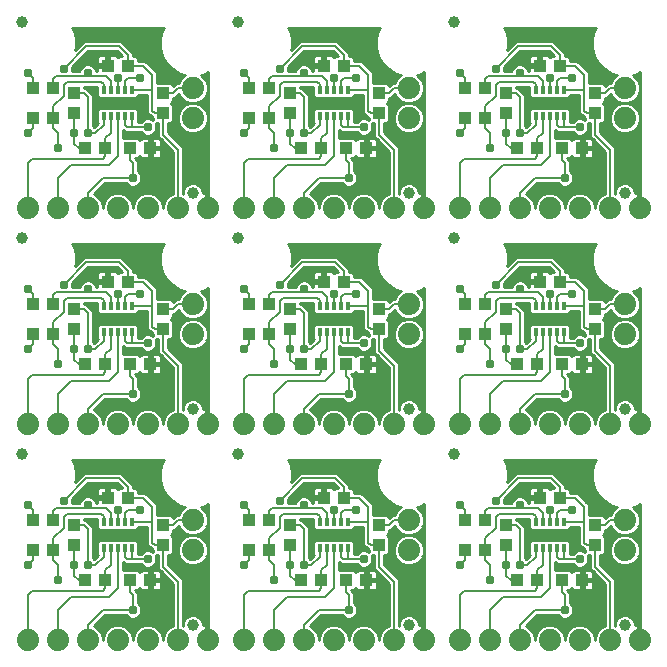
<source format=gtl>
G75*
%MOIN*%
%OFA0B0*%
%FSLAX25Y25*%
%IPPOS*%
%LPD*%
%AMOC8*
5,1,8,0,0,1.08239X$1,22.5*
%
%ADD10C,0.07400*%
%ADD11R,0.04331X0.03937*%
%ADD12R,0.03937X0.04331*%
%ADD13C,0.03937*%
%ADD14R,0.01575X0.02756*%
%ADD15R,0.09646X0.04331*%
%ADD16C,0.01000*%
%ADD17C,0.03100*%
%ADD18C,0.00700*%
D10*
X0007250Y0010060D03*
X0017250Y0010060D03*
X0027250Y0010060D03*
X0037250Y0010060D03*
X0047250Y0010060D03*
X0057250Y0010060D03*
X0067250Y0010060D03*
X0079250Y0010060D03*
X0089250Y0010060D03*
X0099250Y0010060D03*
X0109250Y0010060D03*
X0119250Y0010060D03*
X0129250Y0010060D03*
X0139250Y0010060D03*
X0151250Y0010060D03*
X0161250Y0010060D03*
X0171250Y0010060D03*
X0181250Y0010060D03*
X0191250Y0010060D03*
X0201250Y0010060D03*
X0211250Y0010060D03*
X0206250Y0040060D03*
X0206250Y0050060D03*
X0201250Y0082060D03*
X0191250Y0082060D03*
X0181250Y0082060D03*
X0171250Y0082060D03*
X0161250Y0082060D03*
X0151250Y0082060D03*
X0139250Y0082060D03*
X0129250Y0082060D03*
X0119250Y0082060D03*
X0109250Y0082060D03*
X0099250Y0082060D03*
X0089250Y0082060D03*
X0079250Y0082060D03*
X0067250Y0082060D03*
X0057250Y0082060D03*
X0047250Y0082060D03*
X0037250Y0082060D03*
X0027250Y0082060D03*
X0017250Y0082060D03*
X0007250Y0082060D03*
X0062250Y0112060D03*
X0062250Y0122060D03*
X0057250Y0154060D03*
X0067250Y0154060D03*
X0079250Y0154060D03*
X0089250Y0154060D03*
X0099250Y0154060D03*
X0109250Y0154060D03*
X0119250Y0154060D03*
X0129250Y0154060D03*
X0139250Y0154060D03*
X0151250Y0154060D03*
X0161250Y0154060D03*
X0171250Y0154060D03*
X0181250Y0154060D03*
X0191250Y0154060D03*
X0201250Y0154060D03*
X0211250Y0154060D03*
X0206250Y0184060D03*
X0206250Y0194060D03*
X0206250Y0122060D03*
X0206250Y0112060D03*
X0211250Y0082060D03*
X0134250Y0112060D03*
X0134250Y0122060D03*
X0134250Y0184060D03*
X0134250Y0194060D03*
X0062250Y0194060D03*
X0062250Y0184060D03*
X0047250Y0154060D03*
X0037250Y0154060D03*
X0027250Y0154060D03*
X0017250Y0154060D03*
X0007250Y0154060D03*
X0062250Y0050060D03*
X0062250Y0040060D03*
X0134250Y0040060D03*
X0134250Y0050060D03*
D11*
X0152904Y0050060D03*
X0159596Y0050060D03*
X0159596Y0040060D03*
X0152904Y0040060D03*
X0170404Y0030060D03*
X0177096Y0030060D03*
X0185404Y0030060D03*
X0192096Y0030060D03*
X0184596Y0057560D03*
X0177904Y0057560D03*
X0177096Y0102060D03*
X0170404Y0102060D03*
X0159596Y0112060D03*
X0152904Y0112060D03*
X0152904Y0122060D03*
X0159596Y0122060D03*
X0177904Y0129560D03*
X0184596Y0129560D03*
X0185404Y0102060D03*
X0192096Y0102060D03*
X0192096Y0174060D03*
X0185404Y0174060D03*
X0177096Y0174060D03*
X0170404Y0174060D03*
X0159596Y0184060D03*
X0152904Y0184060D03*
X0152904Y0194060D03*
X0159596Y0194060D03*
X0177904Y0201560D03*
X0184596Y0201560D03*
X0120096Y0174060D03*
X0113404Y0174060D03*
X0105096Y0174060D03*
X0098404Y0174060D03*
X0087596Y0184060D03*
X0080904Y0184060D03*
X0080904Y0194060D03*
X0087596Y0194060D03*
X0105904Y0201560D03*
X0112596Y0201560D03*
X0048096Y0174060D03*
X0041404Y0174060D03*
X0033096Y0174060D03*
X0026404Y0174060D03*
X0015596Y0184060D03*
X0008904Y0184060D03*
X0008904Y0194060D03*
X0015596Y0194060D03*
X0033904Y0201560D03*
X0040596Y0201560D03*
X0040596Y0129560D03*
X0033904Y0129560D03*
X0015596Y0122060D03*
X0008904Y0122060D03*
X0008904Y0112060D03*
X0015596Y0112060D03*
X0026404Y0102060D03*
X0033096Y0102060D03*
X0041404Y0102060D03*
X0048096Y0102060D03*
X0080904Y0112060D03*
X0087596Y0112060D03*
X0087596Y0122060D03*
X0080904Y0122060D03*
X0098404Y0102060D03*
X0105096Y0102060D03*
X0113404Y0102060D03*
X0120096Y0102060D03*
X0112596Y0129560D03*
X0105904Y0129560D03*
X0105904Y0057560D03*
X0112596Y0057560D03*
X0087596Y0050060D03*
X0080904Y0050060D03*
X0080904Y0040060D03*
X0087596Y0040060D03*
X0098404Y0030060D03*
X0105096Y0030060D03*
X0113404Y0030060D03*
X0120096Y0030060D03*
X0048096Y0030060D03*
X0041404Y0030060D03*
X0033096Y0030060D03*
X0026404Y0030060D03*
X0015596Y0040060D03*
X0008904Y0040060D03*
X0008904Y0050060D03*
X0015596Y0050060D03*
X0033904Y0057560D03*
X0040596Y0057560D03*
D12*
X0052250Y0048406D03*
X0052250Y0041714D03*
X0022750Y0041714D03*
X0022750Y0048406D03*
X0022750Y0113714D03*
X0022750Y0120406D03*
X0052250Y0120406D03*
X0052250Y0113714D03*
X0094750Y0113714D03*
X0094750Y0120406D03*
X0124250Y0120406D03*
X0124250Y0113714D03*
X0166750Y0113714D03*
X0166750Y0120406D03*
X0196250Y0120406D03*
X0196250Y0113714D03*
X0196250Y0048406D03*
X0196250Y0041714D03*
X0166750Y0041714D03*
X0166750Y0048406D03*
X0124250Y0048406D03*
X0124250Y0041714D03*
X0094750Y0041714D03*
X0094750Y0048406D03*
X0094750Y0185714D03*
X0094750Y0192406D03*
X0124250Y0192406D03*
X0124250Y0185714D03*
X0166750Y0185714D03*
X0166750Y0192406D03*
X0196250Y0192406D03*
X0196250Y0185714D03*
X0052250Y0185714D03*
X0052250Y0192406D03*
X0022750Y0192406D03*
X0022750Y0185714D03*
D13*
X0005250Y0216060D03*
X0062250Y0159060D03*
X0077250Y0144060D03*
X0134250Y0159060D03*
X0149250Y0144060D03*
X0206250Y0159060D03*
X0149250Y0216060D03*
X0077250Y0216060D03*
X0005250Y0144060D03*
X0062250Y0087060D03*
X0077250Y0072060D03*
X0134250Y0087060D03*
X0149250Y0072060D03*
X0206250Y0087060D03*
X0206250Y0015060D03*
X0134250Y0015060D03*
X0062250Y0015060D03*
X0005250Y0072060D03*
D14*
X0032526Y0049391D03*
X0034888Y0049391D03*
X0037250Y0049391D03*
X0039612Y0049391D03*
X0041974Y0049391D03*
X0041974Y0040729D03*
X0039612Y0040729D03*
X0037250Y0040729D03*
X0034888Y0040729D03*
X0032526Y0040729D03*
X0032526Y0112729D03*
X0034888Y0112729D03*
X0037250Y0112729D03*
X0039612Y0112729D03*
X0041974Y0112729D03*
X0041974Y0121391D03*
X0039612Y0121391D03*
X0037250Y0121391D03*
X0034888Y0121391D03*
X0032526Y0121391D03*
X0032526Y0184729D03*
X0034888Y0184729D03*
X0037250Y0184729D03*
X0039612Y0184729D03*
X0041974Y0184729D03*
X0041974Y0193391D03*
X0039612Y0193391D03*
X0037250Y0193391D03*
X0034888Y0193391D03*
X0032526Y0193391D03*
X0104526Y0193391D03*
X0106888Y0193391D03*
X0109250Y0193391D03*
X0111612Y0193391D03*
X0113974Y0193391D03*
X0113974Y0184729D03*
X0111612Y0184729D03*
X0109250Y0184729D03*
X0106888Y0184729D03*
X0104526Y0184729D03*
X0104526Y0121391D03*
X0106888Y0121391D03*
X0109250Y0121391D03*
X0111612Y0121391D03*
X0113974Y0121391D03*
X0113974Y0112729D03*
X0111612Y0112729D03*
X0109250Y0112729D03*
X0106888Y0112729D03*
X0104526Y0112729D03*
X0104526Y0049391D03*
X0106888Y0049391D03*
X0109250Y0049391D03*
X0111612Y0049391D03*
X0113974Y0049391D03*
X0113974Y0040729D03*
X0111612Y0040729D03*
X0109250Y0040729D03*
X0106888Y0040729D03*
X0104526Y0040729D03*
X0176526Y0040729D03*
X0178888Y0040729D03*
X0181250Y0040729D03*
X0183612Y0040729D03*
X0185974Y0040729D03*
X0185974Y0049391D03*
X0183612Y0049391D03*
X0181250Y0049391D03*
X0178888Y0049391D03*
X0176526Y0049391D03*
X0176526Y0112729D03*
X0178888Y0112729D03*
X0181250Y0112729D03*
X0183612Y0112729D03*
X0185974Y0112729D03*
X0185974Y0121391D03*
X0183612Y0121391D03*
X0181250Y0121391D03*
X0178888Y0121391D03*
X0176526Y0121391D03*
X0176526Y0184729D03*
X0178888Y0184729D03*
X0181250Y0184729D03*
X0183612Y0184729D03*
X0185974Y0184729D03*
X0185974Y0193391D03*
X0183612Y0193391D03*
X0181250Y0193391D03*
X0178888Y0193391D03*
X0176526Y0193391D03*
D15*
X0181250Y0189060D03*
X0109250Y0189060D03*
X0037250Y0189060D03*
X0037250Y0117060D03*
X0037250Y0045060D03*
X0109250Y0045060D03*
X0109250Y0117060D03*
X0181250Y0117060D03*
X0181250Y0045060D03*
D16*
X0177562Y0043407D02*
X0175200Y0043407D01*
X0174438Y0042646D01*
X0174438Y0038813D01*
X0174804Y0038447D01*
X0173349Y0036992D01*
X0172900Y0037440D01*
X0172900Y0047743D01*
X0171933Y0048710D01*
X0170587Y0050056D01*
X0170018Y0050056D01*
X0170018Y0050410D01*
X0174438Y0050410D01*
X0174438Y0047474D01*
X0175200Y0046713D01*
X0187300Y0046713D01*
X0188062Y0047474D01*
X0188062Y0047741D01*
X0191100Y0047741D01*
X0191100Y0041877D01*
X0192067Y0040910D01*
X0192913Y0040064D01*
X0192981Y0040064D01*
X0192981Y0039359D01*
X0192864Y0039476D01*
X0191817Y0039910D01*
X0190683Y0039910D01*
X0189636Y0039476D01*
X0188869Y0038710D01*
X0187959Y0038710D01*
X0188062Y0038813D01*
X0188062Y0042646D01*
X0187300Y0043407D01*
X0177562Y0043407D01*
X0174796Y0043003D02*
X0172900Y0043003D01*
X0172900Y0042005D02*
X0174438Y0042005D01*
X0174438Y0041006D02*
X0172900Y0041006D01*
X0172900Y0040008D02*
X0174438Y0040008D01*
X0174438Y0039009D02*
X0172900Y0039009D01*
X0172900Y0038011D02*
X0174367Y0038011D01*
X0173369Y0037012D02*
X0173328Y0037012D01*
X0172900Y0044002D02*
X0191100Y0044002D01*
X0191100Y0045000D02*
X0172900Y0045000D01*
X0172900Y0045999D02*
X0191100Y0045999D01*
X0191100Y0046997D02*
X0187585Y0046997D01*
X0187704Y0043003D02*
X0191100Y0043003D01*
X0191100Y0042005D02*
X0188062Y0042005D01*
X0188062Y0041006D02*
X0191970Y0041006D01*
X0192981Y0040008D02*
X0188062Y0040008D01*
X0188062Y0039009D02*
X0189169Y0039009D01*
X0188869Y0035410D02*
X0189636Y0034644D01*
X0190683Y0034210D01*
X0191817Y0034210D01*
X0192864Y0034644D01*
X0193666Y0035446D01*
X0194100Y0036493D01*
X0194100Y0037627D01*
X0193843Y0038248D01*
X0194600Y0038248D01*
X0194600Y0033877D01*
X0195567Y0032910D01*
X0199600Y0028877D01*
X0199600Y0014788D01*
X0198418Y0014299D01*
X0197011Y0012892D01*
X0196250Y0011055D01*
X0195489Y0012892D01*
X0194082Y0014299D01*
X0192245Y0015060D01*
X0190255Y0015060D01*
X0188418Y0014299D01*
X0187011Y0012892D01*
X0186250Y0011055D01*
X0185489Y0012892D01*
X0184082Y0014299D01*
X0182245Y0015060D01*
X0180255Y0015060D01*
X0178418Y0014299D01*
X0177011Y0012892D01*
X0176250Y0011055D01*
X0175489Y0012892D01*
X0174082Y0014299D01*
X0173191Y0014668D01*
X0176933Y0018410D01*
X0183869Y0018410D01*
X0184636Y0017644D01*
X0185683Y0017210D01*
X0186817Y0017210D01*
X0187864Y0017644D01*
X0188666Y0018446D01*
X0189100Y0019493D01*
X0189100Y0020627D01*
X0188666Y0021674D01*
X0187900Y0022440D01*
X0187900Y0025743D01*
X0187054Y0026590D01*
X0187054Y0026791D01*
X0188107Y0026791D01*
X0188641Y0027325D01*
X0188731Y0027170D01*
X0189010Y0026891D01*
X0189352Y0026694D01*
X0189734Y0026591D01*
X0191612Y0026591D01*
X0191612Y0029576D01*
X0192581Y0029576D01*
X0192581Y0030544D01*
X0195762Y0030544D01*
X0195762Y0032226D01*
X0195660Y0032607D01*
X0195462Y0032950D01*
X0195183Y0033229D01*
X0194841Y0033426D01*
X0194459Y0033528D01*
X0192581Y0033528D01*
X0192581Y0030544D01*
X0191612Y0030544D01*
X0191612Y0033528D01*
X0189734Y0033528D01*
X0189352Y0033426D01*
X0189010Y0033229D01*
X0188731Y0032950D01*
X0188641Y0032795D01*
X0188107Y0033328D01*
X0182900Y0033328D01*
X0182900Y0036077D01*
X0182929Y0036048D01*
X0183567Y0035410D01*
X0188869Y0035410D01*
X0189264Y0035015D02*
X0182900Y0035015D01*
X0182900Y0034017D02*
X0194600Y0034017D01*
X0194600Y0035015D02*
X0193236Y0035015D01*
X0193901Y0036014D02*
X0194600Y0036014D01*
X0194600Y0037012D02*
X0194100Y0037012D01*
X0193941Y0038011D02*
X0194600Y0038011D01*
X0197900Y0038011D02*
X0201687Y0038011D01*
X0202011Y0037228D02*
X0201250Y0039065D01*
X0201250Y0041055D01*
X0202011Y0042892D01*
X0203418Y0044299D01*
X0205255Y0045060D01*
X0207245Y0045060D01*
X0209082Y0044299D01*
X0210489Y0042892D01*
X0211250Y0041055D01*
X0211250Y0039065D01*
X0210489Y0037228D01*
X0209082Y0035821D01*
X0207245Y0035060D01*
X0205255Y0035060D01*
X0203418Y0035821D01*
X0202011Y0037228D01*
X0202227Y0037012D02*
X0197900Y0037012D01*
X0197900Y0036014D02*
X0203225Y0036014D01*
X0201273Y0039009D02*
X0199518Y0039009D01*
X0199518Y0039010D02*
X0199518Y0044417D01*
X0198876Y0045060D01*
X0199518Y0045703D01*
X0199518Y0046756D01*
X0200280Y0046756D01*
X0201642Y0048119D01*
X0202011Y0047228D01*
X0203418Y0045821D01*
X0205255Y0045060D01*
X0207245Y0045060D01*
X0209082Y0045821D01*
X0210489Y0047228D01*
X0211250Y0049065D01*
X0211250Y0051055D01*
X0210489Y0052892D01*
X0209082Y0054299D01*
X0208889Y0054379D01*
X0210496Y0054810D01*
X0211350Y0055303D01*
X0211350Y0010560D01*
X0210750Y0010560D01*
X0210750Y0015246D01*
X0210032Y0015132D01*
X0209518Y0014965D01*
X0209518Y0015710D01*
X0209021Y0016911D01*
X0208101Y0017831D01*
X0206900Y0018328D01*
X0205600Y0018328D01*
X0204399Y0017831D01*
X0203479Y0016911D01*
X0202981Y0015710D01*
X0202981Y0014755D01*
X0202900Y0014788D01*
X0202900Y0030243D01*
X0197900Y0035243D01*
X0197900Y0038248D01*
X0198757Y0038248D01*
X0199518Y0039010D01*
X0199518Y0040008D02*
X0201250Y0040008D01*
X0201250Y0041006D02*
X0199518Y0041006D01*
X0199518Y0042005D02*
X0201644Y0042005D01*
X0202122Y0043003D02*
X0199518Y0043003D01*
X0199518Y0044002D02*
X0203121Y0044002D01*
X0203240Y0045999D02*
X0199518Y0045999D01*
X0198935Y0045000D02*
X0205112Y0045000D01*
X0207388Y0045000D02*
X0211350Y0045000D01*
X0211350Y0044002D02*
X0209379Y0044002D01*
X0210378Y0043003D02*
X0211350Y0043003D01*
X0211350Y0042005D02*
X0210856Y0042005D01*
X0211250Y0041006D02*
X0211350Y0041006D01*
X0211350Y0040008D02*
X0211250Y0040008D01*
X0211227Y0039009D02*
X0211350Y0039009D01*
X0211350Y0038011D02*
X0210813Y0038011D01*
X0211350Y0037012D02*
X0210273Y0037012D01*
X0209275Y0036014D02*
X0211350Y0036014D01*
X0211350Y0035015D02*
X0198128Y0035015D01*
X0199127Y0034017D02*
X0211350Y0034017D01*
X0211350Y0033018D02*
X0200125Y0033018D01*
X0201124Y0032020D02*
X0211350Y0032020D01*
X0211350Y0031021D02*
X0202122Y0031021D01*
X0202900Y0030023D02*
X0211350Y0030023D01*
X0211350Y0029024D02*
X0202900Y0029024D01*
X0202900Y0028026D02*
X0211350Y0028026D01*
X0211350Y0027027D02*
X0202900Y0027027D01*
X0202900Y0026029D02*
X0211350Y0026029D01*
X0211350Y0025030D02*
X0202900Y0025030D01*
X0202900Y0024032D02*
X0211350Y0024032D01*
X0211350Y0023033D02*
X0202900Y0023033D01*
X0202900Y0022035D02*
X0211350Y0022035D01*
X0211350Y0021036D02*
X0202900Y0021036D01*
X0202900Y0020038D02*
X0211350Y0020038D01*
X0211350Y0019039D02*
X0202900Y0019039D01*
X0202900Y0018041D02*
X0204905Y0018041D01*
X0203610Y0017042D02*
X0202900Y0017042D01*
X0202900Y0016044D02*
X0203120Y0016044D01*
X0202981Y0015045D02*
X0202900Y0015045D01*
X0199600Y0015045D02*
X0192280Y0015045D01*
X0190220Y0015045D02*
X0182280Y0015045D01*
X0180220Y0015045D02*
X0173569Y0015045D01*
X0174334Y0014047D02*
X0178166Y0014047D01*
X0177167Y0013048D02*
X0175333Y0013048D01*
X0175838Y0012050D02*
X0176662Y0012050D01*
X0176250Y0011055D02*
X0176250Y0009960D01*
X0176250Y0009960D01*
X0176250Y0011055D01*
X0176250Y0011051D02*
X0176250Y0011051D01*
X0176250Y0010053D02*
X0176250Y0010053D01*
X0174567Y0016044D02*
X0199600Y0016044D01*
X0199600Y0017042D02*
X0175566Y0017042D01*
X0176564Y0018041D02*
X0184239Y0018041D01*
X0188261Y0018041D02*
X0199600Y0018041D01*
X0199600Y0019039D02*
X0188912Y0019039D01*
X0189100Y0020038D02*
X0199600Y0020038D01*
X0199600Y0021036D02*
X0188930Y0021036D01*
X0188306Y0022035D02*
X0199600Y0022035D01*
X0199600Y0023033D02*
X0187900Y0023033D01*
X0187900Y0024032D02*
X0199600Y0024032D01*
X0199600Y0025030D02*
X0187900Y0025030D01*
X0187615Y0026029D02*
X0199600Y0026029D01*
X0199600Y0027027D02*
X0195319Y0027027D01*
X0195183Y0026891D02*
X0195462Y0027170D01*
X0195660Y0027512D01*
X0195762Y0027894D01*
X0195762Y0029576D01*
X0192581Y0029576D01*
X0192581Y0026591D01*
X0194459Y0026591D01*
X0194841Y0026694D01*
X0195183Y0026891D01*
X0195762Y0028026D02*
X0199600Y0028026D01*
X0199452Y0029024D02*
X0195762Y0029024D01*
X0195762Y0031021D02*
X0197455Y0031021D01*
X0198454Y0030023D02*
X0192581Y0030023D01*
X0192581Y0031021D02*
X0191612Y0031021D01*
X0191612Y0032020D02*
X0192581Y0032020D01*
X0192581Y0033018D02*
X0191612Y0033018D01*
X0188800Y0033018D02*
X0188418Y0033018D01*
X0191612Y0029024D02*
X0192581Y0029024D01*
X0192581Y0028026D02*
X0191612Y0028026D01*
X0191612Y0027027D02*
X0192581Y0027027D01*
X0188874Y0027027D02*
X0188343Y0027027D01*
X0195762Y0032020D02*
X0196457Y0032020D01*
X0195458Y0033018D02*
X0195393Y0033018D01*
X0182963Y0036014D02*
X0182900Y0036014D01*
X0182929Y0036048D02*
X0182929Y0036048D01*
X0174915Y0046997D02*
X0172900Y0046997D01*
X0172647Y0047996D02*
X0174438Y0047996D01*
X0174438Y0048994D02*
X0171649Y0048994D01*
X0170650Y0049993D02*
X0174438Y0049993D01*
X0174238Y0055710D02*
X0174066Y0055710D01*
X0173666Y0056674D01*
X0172864Y0057476D01*
X0171817Y0057910D01*
X0170683Y0057910D01*
X0169636Y0057476D01*
X0168834Y0056674D01*
X0168434Y0055710D01*
X0165983Y0055710D01*
X0166100Y0055993D01*
X0166100Y0057077D01*
X0171433Y0062410D01*
X0181067Y0062410D01*
X0182648Y0060828D01*
X0181893Y0060828D01*
X0181359Y0060295D01*
X0181269Y0060450D01*
X0180990Y0060729D01*
X0180648Y0060926D01*
X0180266Y0061028D01*
X0178388Y0061028D01*
X0178388Y0058044D01*
X0177419Y0058044D01*
X0177419Y0057076D01*
X0174238Y0057076D01*
X0174238Y0055710D01*
X0174238Y0055984D02*
X0173952Y0055984D01*
X0174238Y0056983D02*
X0173358Y0056983D01*
X0174238Y0058044D02*
X0177419Y0058044D01*
X0177419Y0061028D01*
X0175541Y0061028D01*
X0175159Y0060926D01*
X0174817Y0060729D01*
X0174538Y0060450D01*
X0174340Y0060107D01*
X0174238Y0059726D01*
X0174238Y0058044D01*
X0174238Y0058980D02*
X0168003Y0058980D01*
X0169002Y0059978D02*
X0174306Y0059978D01*
X0175347Y0060977D02*
X0170000Y0060977D01*
X0170999Y0061975D02*
X0181501Y0061975D01*
X0182500Y0060977D02*
X0180460Y0060977D01*
X0178388Y0060977D02*
X0177419Y0060977D01*
X0177419Y0059978D02*
X0178388Y0059978D01*
X0178388Y0058980D02*
X0177419Y0058980D01*
X0177419Y0057981D02*
X0167005Y0057981D01*
X0166100Y0056983D02*
X0169142Y0056983D01*
X0168548Y0055984D02*
X0166096Y0055984D01*
X0166987Y0062630D02*
X0167250Y0063612D01*
X0167250Y0066508D01*
X0166500Y0069306D01*
X0166007Y0070160D01*
X0196493Y0070160D01*
X0196000Y0069306D01*
X0195250Y0066508D01*
X0195250Y0063612D01*
X0196000Y0060814D01*
X0197448Y0058306D01*
X0199496Y0056258D01*
X0202004Y0054810D01*
X0203611Y0054379D01*
X0203418Y0054299D01*
X0202011Y0052892D01*
X0201521Y0051710D01*
X0200567Y0051710D01*
X0199600Y0050743D01*
X0199518Y0050662D01*
X0199518Y0051110D01*
X0198757Y0051872D01*
X0194400Y0051872D01*
X0194400Y0055243D01*
X0193433Y0056210D01*
X0191400Y0058243D01*
X0191400Y0058243D01*
X0190433Y0059210D01*
X0188062Y0059210D01*
X0188062Y0060067D01*
X0187300Y0060828D01*
X0186246Y0060828D01*
X0186246Y0061897D01*
X0185280Y0062864D01*
X0182433Y0065710D01*
X0170067Y0065710D01*
X0166987Y0062630D01*
X0167079Y0062974D02*
X0167330Y0062974D01*
X0167250Y0063972D02*
X0168329Y0063972D01*
X0169327Y0064971D02*
X0167250Y0064971D01*
X0167250Y0065969D02*
X0195250Y0065969D01*
X0195250Y0064971D02*
X0183173Y0064971D01*
X0184171Y0063972D02*
X0195250Y0063972D01*
X0195421Y0062974D02*
X0185170Y0062974D01*
X0186168Y0061975D02*
X0195689Y0061975D01*
X0195956Y0060977D02*
X0186246Y0060977D01*
X0188062Y0059978D02*
X0196482Y0059978D01*
X0197059Y0058980D02*
X0190664Y0058980D01*
X0191662Y0057981D02*
X0197773Y0057981D01*
X0198771Y0056983D02*
X0192661Y0056983D01*
X0193433Y0056210D02*
X0193433Y0056210D01*
X0193659Y0055984D02*
X0199970Y0055984D01*
X0201699Y0054986D02*
X0194400Y0054986D01*
X0194400Y0053987D02*
X0203106Y0053987D01*
X0202107Y0052989D02*
X0194400Y0052989D01*
X0194400Y0051990D02*
X0201637Y0051990D01*
X0199848Y0050992D02*
X0199518Y0050992D01*
X0201519Y0047996D02*
X0201693Y0047996D01*
X0202241Y0046997D02*
X0200521Y0046997D01*
X0209260Y0045999D02*
X0211350Y0045999D01*
X0211350Y0046997D02*
X0210259Y0046997D01*
X0210807Y0047996D02*
X0211350Y0047996D01*
X0211350Y0048994D02*
X0211221Y0048994D01*
X0211250Y0049993D02*
X0211350Y0049993D01*
X0211350Y0050992D02*
X0211250Y0050992D01*
X0211350Y0051990D02*
X0210863Y0051990D01*
X0210393Y0052989D02*
X0211350Y0052989D01*
X0211350Y0053987D02*
X0209394Y0053987D01*
X0210801Y0054986D02*
X0211350Y0054986D01*
X0195373Y0066968D02*
X0167127Y0066968D01*
X0166859Y0067966D02*
X0195641Y0067966D01*
X0195908Y0068965D02*
X0166592Y0068965D01*
X0166121Y0069963D02*
X0196379Y0069963D01*
X0196250Y0081960D02*
X0196250Y0083055D01*
X0195489Y0084892D01*
X0194082Y0086299D01*
X0192245Y0087060D01*
X0190255Y0087060D01*
X0188418Y0086299D01*
X0187011Y0084892D01*
X0186250Y0083055D01*
X0185489Y0084892D01*
X0184082Y0086299D01*
X0182245Y0087060D01*
X0180255Y0087060D01*
X0178418Y0086299D01*
X0177011Y0084892D01*
X0176250Y0083055D01*
X0175489Y0084892D01*
X0174082Y0086299D01*
X0173191Y0086668D01*
X0176933Y0090410D01*
X0183869Y0090410D01*
X0184636Y0089644D01*
X0185683Y0089210D01*
X0186817Y0089210D01*
X0187864Y0089644D01*
X0188666Y0090446D01*
X0189100Y0091493D01*
X0189100Y0092627D01*
X0188666Y0093674D01*
X0187900Y0094440D01*
X0187900Y0097743D01*
X0187054Y0098590D01*
X0187054Y0098791D01*
X0188107Y0098791D01*
X0188641Y0099325D01*
X0188731Y0099170D01*
X0189010Y0098891D01*
X0189352Y0098694D01*
X0189734Y0098591D01*
X0191612Y0098591D01*
X0191612Y0101576D01*
X0192581Y0101576D01*
X0192581Y0102544D01*
X0195762Y0102544D01*
X0195762Y0104226D01*
X0195660Y0104607D01*
X0195462Y0104950D01*
X0195183Y0105229D01*
X0194841Y0105426D01*
X0194459Y0105528D01*
X0192581Y0105528D01*
X0192581Y0102544D01*
X0191612Y0102544D01*
X0191612Y0105528D01*
X0189734Y0105528D01*
X0189352Y0105426D01*
X0189010Y0105229D01*
X0188731Y0104950D01*
X0188641Y0104795D01*
X0188107Y0105328D01*
X0182900Y0105328D01*
X0182900Y0108077D01*
X0183567Y0107410D01*
X0188870Y0107410D01*
X0189636Y0106644D01*
X0190683Y0106210D01*
X0191817Y0106210D01*
X0192864Y0106644D01*
X0193666Y0107446D01*
X0194100Y0108493D01*
X0194100Y0109627D01*
X0193843Y0110248D01*
X0194600Y0110248D01*
X0194600Y0105877D01*
X0195567Y0104910D01*
X0199600Y0100877D01*
X0199600Y0086788D01*
X0198418Y0086299D01*
X0197011Y0084892D01*
X0196250Y0083055D01*
X0196250Y0081960D01*
X0196250Y0081960D01*
X0196250Y0082944D02*
X0196250Y0082944D01*
X0195882Y0083942D02*
X0196618Y0083942D01*
X0197060Y0084941D02*
X0195440Y0084941D01*
X0194442Y0085939D02*
X0198058Y0085939D01*
X0199600Y0086938D02*
X0192539Y0086938D01*
X0189961Y0086938D02*
X0182539Y0086938D01*
X0184442Y0085939D02*
X0188058Y0085939D01*
X0187060Y0084941D02*
X0185440Y0084941D01*
X0185882Y0083942D02*
X0186618Y0083942D01*
X0186250Y0083055D02*
X0186250Y0081960D01*
X0186250Y0083055D01*
X0186250Y0082944D02*
X0186250Y0082944D01*
X0186250Y0081960D02*
X0186250Y0081960D01*
X0179961Y0086938D02*
X0173461Y0086938D01*
X0174442Y0085939D02*
X0178058Y0085939D01*
X0177060Y0084941D02*
X0175440Y0084941D01*
X0175882Y0083942D02*
X0176618Y0083942D01*
X0176250Y0083055D02*
X0176250Y0081960D01*
X0176250Y0083055D01*
X0176250Y0082944D02*
X0176250Y0082944D01*
X0176250Y0081960D02*
X0176250Y0081960D01*
X0174460Y0087936D02*
X0199600Y0087936D01*
X0199600Y0088935D02*
X0175458Y0088935D01*
X0176457Y0089933D02*
X0184346Y0089933D01*
X0188154Y0089933D02*
X0199600Y0089933D01*
X0199600Y0090932D02*
X0188868Y0090932D01*
X0189100Y0091930D02*
X0199600Y0091930D01*
X0199600Y0092929D02*
X0188975Y0092929D01*
X0188413Y0093927D02*
X0199600Y0093927D01*
X0199600Y0094926D02*
X0187900Y0094926D01*
X0187900Y0095925D02*
X0199600Y0095925D01*
X0199600Y0096923D02*
X0187900Y0096923D01*
X0187722Y0097922D02*
X0199600Y0097922D01*
X0199600Y0098920D02*
X0195212Y0098920D01*
X0195183Y0098891D02*
X0195462Y0099170D01*
X0195660Y0099512D01*
X0195762Y0099894D01*
X0195762Y0101576D01*
X0192581Y0101576D01*
X0192581Y0098591D01*
X0194459Y0098591D01*
X0194841Y0098694D01*
X0195183Y0098891D01*
X0195762Y0099919D02*
X0199600Y0099919D01*
X0199559Y0100917D02*
X0195762Y0100917D01*
X0195762Y0102914D02*
X0197562Y0102914D01*
X0196564Y0103913D02*
X0195762Y0103913D01*
X0195565Y0104911D02*
X0195484Y0104911D01*
X0194600Y0105910D02*
X0182900Y0105910D01*
X0182900Y0106908D02*
X0189371Y0106908D01*
X0188709Y0104911D02*
X0188525Y0104911D01*
X0191612Y0104911D02*
X0192581Y0104911D01*
X0192581Y0103913D02*
X0191612Y0103913D01*
X0191612Y0102914D02*
X0192581Y0102914D01*
X0192581Y0101916D02*
X0198561Y0101916D01*
X0201231Y0103913D02*
X0211350Y0103913D01*
X0211350Y0104911D02*
X0200232Y0104911D01*
X0199234Y0105910D02*
X0211350Y0105910D01*
X0211350Y0106908D02*
X0198235Y0106908D01*
X0197900Y0107243D02*
X0197900Y0110248D01*
X0198757Y0110248D01*
X0199518Y0111010D01*
X0199518Y0116417D01*
X0198876Y0117060D01*
X0199518Y0117703D01*
X0199518Y0118756D01*
X0200280Y0118756D01*
X0201642Y0120119D01*
X0202011Y0119228D01*
X0203418Y0117821D01*
X0205255Y0117060D01*
X0203418Y0116299D01*
X0202011Y0114892D01*
X0201250Y0113055D01*
X0201250Y0111065D01*
X0202011Y0109228D01*
X0203418Y0107821D01*
X0205255Y0107060D01*
X0207245Y0107060D01*
X0209082Y0107821D01*
X0210489Y0109228D01*
X0211250Y0111065D01*
X0211250Y0113055D01*
X0210489Y0114892D01*
X0209082Y0116299D01*
X0207245Y0117060D01*
X0205255Y0117060D01*
X0207245Y0117060D01*
X0209082Y0117821D01*
X0210489Y0119228D01*
X0211250Y0121065D01*
X0211250Y0123055D01*
X0210489Y0124892D01*
X0209082Y0126299D01*
X0208889Y0126379D01*
X0210496Y0126810D01*
X0211350Y0127303D01*
X0211350Y0082560D01*
X0210750Y0082560D01*
X0210750Y0087246D01*
X0210032Y0087132D01*
X0209518Y0086965D01*
X0209518Y0087710D01*
X0209021Y0088911D01*
X0208101Y0089831D01*
X0206900Y0090328D01*
X0205600Y0090328D01*
X0204399Y0089831D01*
X0203479Y0088911D01*
X0202981Y0087710D01*
X0202981Y0086755D01*
X0202900Y0086788D01*
X0202900Y0102243D01*
X0197900Y0107243D01*
X0197900Y0107907D02*
X0203332Y0107907D01*
X0202334Y0108905D02*
X0197900Y0108905D01*
X0197900Y0109904D02*
X0201731Y0109904D01*
X0201318Y0110902D02*
X0199411Y0110902D01*
X0199518Y0111901D02*
X0201250Y0111901D01*
X0201250Y0112899D02*
X0199518Y0112899D01*
X0199518Y0113898D02*
X0201599Y0113898D01*
X0202015Y0114896D02*
X0199518Y0114896D01*
X0199518Y0115895D02*
X0203014Y0115895D01*
X0203347Y0117892D02*
X0199518Y0117892D01*
X0199043Y0116893D02*
X0204853Y0116893D01*
X0207647Y0116893D02*
X0211350Y0116893D01*
X0211350Y0115895D02*
X0209486Y0115895D01*
X0210485Y0114896D02*
X0211350Y0114896D01*
X0211350Y0113898D02*
X0210901Y0113898D01*
X0211250Y0112899D02*
X0211350Y0112899D01*
X0211350Y0111901D02*
X0211250Y0111901D01*
X0211182Y0110902D02*
X0211350Y0110902D01*
X0211350Y0109904D02*
X0210769Y0109904D01*
X0211350Y0108905D02*
X0210166Y0108905D01*
X0209168Y0107907D02*
X0211350Y0107907D01*
X0211350Y0102914D02*
X0202229Y0102914D01*
X0202900Y0101916D02*
X0211350Y0101916D01*
X0211350Y0100917D02*
X0202900Y0100917D01*
X0202900Y0099919D02*
X0211350Y0099919D01*
X0211350Y0098920D02*
X0202900Y0098920D01*
X0202900Y0097922D02*
X0211350Y0097922D01*
X0211350Y0096923D02*
X0202900Y0096923D01*
X0202900Y0095925D02*
X0211350Y0095925D01*
X0211350Y0094926D02*
X0202900Y0094926D01*
X0202900Y0093927D02*
X0211350Y0093927D01*
X0211350Y0092929D02*
X0202900Y0092929D01*
X0202900Y0091930D02*
X0211350Y0091930D01*
X0211350Y0090932D02*
X0202900Y0090932D01*
X0202900Y0089933D02*
X0204646Y0089933D01*
X0203503Y0088935D02*
X0202900Y0088935D01*
X0202900Y0087936D02*
X0203075Y0087936D01*
X0202981Y0086938D02*
X0202900Y0086938D01*
X0207854Y0089933D02*
X0211350Y0089933D01*
X0211350Y0088935D02*
X0208997Y0088935D01*
X0209425Y0087936D02*
X0211350Y0087936D01*
X0211350Y0086938D02*
X0210750Y0086938D01*
X0210750Y0085939D02*
X0211350Y0085939D01*
X0211350Y0084941D02*
X0210750Y0084941D01*
X0210750Y0083942D02*
X0211350Y0083942D01*
X0211350Y0082944D02*
X0210750Y0082944D01*
X0192581Y0098920D02*
X0191612Y0098920D01*
X0191612Y0099919D02*
X0192581Y0099919D01*
X0192581Y0100917D02*
X0191612Y0100917D01*
X0188981Y0098920D02*
X0188236Y0098920D01*
X0193129Y0106908D02*
X0194600Y0106908D01*
X0194600Y0107907D02*
X0193857Y0107907D01*
X0194100Y0108905D02*
X0194600Y0108905D01*
X0194600Y0109904D02*
X0193985Y0109904D01*
X0192981Y0111359D02*
X0192864Y0111476D01*
X0191817Y0111910D01*
X0190683Y0111910D01*
X0189636Y0111476D01*
X0188870Y0110710D01*
X0187959Y0110710D01*
X0188062Y0110813D01*
X0188062Y0114646D01*
X0187300Y0115407D01*
X0177562Y0115407D01*
X0175200Y0115407D01*
X0174438Y0114646D01*
X0174438Y0110813D01*
X0174804Y0110447D01*
X0173349Y0108992D01*
X0172900Y0109440D01*
X0172900Y0119743D01*
X0171933Y0120710D01*
X0170587Y0122056D01*
X0170018Y0122056D01*
X0170018Y0122410D01*
X0174438Y0122410D01*
X0174438Y0119474D01*
X0175200Y0118713D01*
X0187300Y0118713D01*
X0188062Y0119474D01*
X0188062Y0119741D01*
X0191100Y0119741D01*
X0191100Y0113877D01*
X0192067Y0112910D01*
X0192913Y0112064D01*
X0192981Y0112064D01*
X0192981Y0111359D01*
X0192981Y0111901D02*
X0191839Y0111901D01*
X0192077Y0112899D02*
X0188062Y0112899D01*
X0188062Y0111901D02*
X0190661Y0111901D01*
X0189062Y0110902D02*
X0188062Y0110902D01*
X0188062Y0113898D02*
X0191100Y0113898D01*
X0191100Y0114896D02*
X0187811Y0114896D01*
X0191100Y0115895D02*
X0172900Y0115895D01*
X0172900Y0116893D02*
X0191100Y0116893D01*
X0191100Y0117892D02*
X0172900Y0117892D01*
X0172900Y0118890D02*
X0175022Y0118890D01*
X0174438Y0119889D02*
X0172755Y0119889D01*
X0171756Y0120887D02*
X0174438Y0120887D01*
X0174438Y0121886D02*
X0170758Y0121886D01*
X0168434Y0127710D02*
X0165983Y0127710D01*
X0166100Y0127993D01*
X0166100Y0129077D01*
X0171433Y0134410D01*
X0181067Y0134410D01*
X0182648Y0132828D01*
X0181893Y0132828D01*
X0181359Y0132295D01*
X0181269Y0132450D01*
X0180990Y0132729D01*
X0180648Y0132926D01*
X0180266Y0133028D01*
X0178388Y0133028D01*
X0178388Y0130044D01*
X0177419Y0130044D01*
X0177419Y0129076D01*
X0174238Y0129076D01*
X0174238Y0127710D01*
X0174066Y0127710D01*
X0173666Y0128674D01*
X0172864Y0129476D01*
X0171817Y0129910D01*
X0170683Y0129910D01*
X0169636Y0129476D01*
X0168834Y0128674D01*
X0168434Y0127710D01*
X0168504Y0127877D02*
X0166052Y0127877D01*
X0166100Y0128875D02*
X0169035Y0128875D01*
X0170596Y0129874D02*
X0166897Y0129874D01*
X0167896Y0130872D02*
X0174238Y0130872D01*
X0174238Y0130044D02*
X0174238Y0131726D01*
X0174340Y0132107D01*
X0174538Y0132450D01*
X0174817Y0132729D01*
X0175159Y0132926D01*
X0175541Y0133028D01*
X0177419Y0133028D01*
X0177419Y0130044D01*
X0174238Y0130044D01*
X0174238Y0128875D02*
X0173465Y0128875D01*
X0173996Y0127877D02*
X0174238Y0127877D01*
X0171904Y0129874D02*
X0177419Y0129874D01*
X0177419Y0130872D02*
X0178388Y0130872D01*
X0178388Y0131871D02*
X0177419Y0131871D01*
X0177419Y0132869D02*
X0178388Y0132869D01*
X0180746Y0132869D02*
X0182607Y0132869D01*
X0181609Y0133868D02*
X0170891Y0133868D01*
X0169893Y0132869D02*
X0175061Y0132869D01*
X0174277Y0131871D02*
X0168894Y0131871D01*
X0166987Y0134630D02*
X0167250Y0135612D01*
X0167250Y0138508D01*
X0166500Y0141306D01*
X0166007Y0142160D01*
X0196493Y0142160D01*
X0196000Y0141306D01*
X0195250Y0138508D01*
X0195250Y0135612D01*
X0196000Y0132814D01*
X0197448Y0130306D01*
X0199496Y0128258D01*
X0202004Y0126810D01*
X0203611Y0126379D01*
X0203418Y0126299D01*
X0202011Y0124892D01*
X0201521Y0123710D01*
X0200567Y0123710D01*
X0199600Y0122743D01*
X0199518Y0122662D01*
X0199518Y0123110D01*
X0198757Y0123872D01*
X0194400Y0123872D01*
X0194400Y0127243D01*
X0190433Y0131210D01*
X0188062Y0131210D01*
X0188062Y0132067D01*
X0187300Y0132828D01*
X0186246Y0132828D01*
X0186246Y0133897D01*
X0185280Y0134864D01*
X0182433Y0137710D01*
X0170067Y0137710D01*
X0166987Y0134630D01*
X0167050Y0134866D02*
X0167223Y0134866D01*
X0167250Y0135865D02*
X0168222Y0135865D01*
X0167250Y0136863D02*
X0169220Y0136863D01*
X0167250Y0137862D02*
X0195250Y0137862D01*
X0195250Y0136863D02*
X0183280Y0136863D01*
X0184278Y0135865D02*
X0195250Y0135865D01*
X0195450Y0134866D02*
X0185277Y0134866D01*
X0186246Y0133868D02*
X0195717Y0133868D01*
X0195985Y0132869D02*
X0186246Y0132869D01*
X0188062Y0131871D02*
X0196544Y0131871D01*
X0197121Y0130872D02*
X0190771Y0130872D01*
X0191770Y0129874D02*
X0197880Y0129874D01*
X0198878Y0128875D02*
X0192768Y0128875D01*
X0193767Y0127877D02*
X0200156Y0127877D01*
X0201885Y0126878D02*
X0194400Y0126878D01*
X0194400Y0125880D02*
X0202999Y0125880D01*
X0202007Y0124881D02*
X0194400Y0124881D01*
X0194400Y0123883D02*
X0201593Y0123883D01*
X0199741Y0122884D02*
X0199518Y0122884D01*
X0201412Y0119889D02*
X0201737Y0119889D01*
X0202349Y0118890D02*
X0200414Y0118890D01*
X0209153Y0117892D02*
X0211350Y0117892D01*
X0211350Y0118890D02*
X0210151Y0118890D01*
X0210763Y0119889D02*
X0211350Y0119889D01*
X0211350Y0120887D02*
X0211176Y0120887D01*
X0211250Y0121886D02*
X0211350Y0121886D01*
X0211350Y0122884D02*
X0211250Y0122884D01*
X0211350Y0123883D02*
X0210907Y0123883D01*
X0210493Y0124881D02*
X0211350Y0124881D01*
X0211350Y0125880D02*
X0209501Y0125880D01*
X0210615Y0126878D02*
X0211350Y0126878D01*
X0195344Y0138861D02*
X0167156Y0138861D01*
X0166888Y0139859D02*
X0195612Y0139859D01*
X0195880Y0140858D02*
X0166620Y0140858D01*
X0166183Y0141856D02*
X0196317Y0141856D01*
X0196250Y0153960D02*
X0196250Y0155055D01*
X0195489Y0156892D01*
X0194082Y0158299D01*
X0192245Y0159060D01*
X0190255Y0159060D01*
X0188418Y0158299D01*
X0187011Y0156892D01*
X0186250Y0155055D01*
X0185489Y0156892D01*
X0184082Y0158299D01*
X0182245Y0159060D01*
X0180255Y0159060D01*
X0178418Y0158299D01*
X0177011Y0156892D01*
X0176250Y0155055D01*
X0175489Y0156892D01*
X0174082Y0158299D01*
X0173191Y0158668D01*
X0176933Y0162410D01*
X0183869Y0162410D01*
X0184636Y0161644D01*
X0185683Y0161210D01*
X0186817Y0161210D01*
X0187864Y0161644D01*
X0188666Y0162446D01*
X0189100Y0163493D01*
X0189100Y0164627D01*
X0188666Y0165674D01*
X0187900Y0166440D01*
X0187900Y0169743D01*
X0187054Y0170590D01*
X0187054Y0170791D01*
X0188107Y0170791D01*
X0188641Y0171325D01*
X0188731Y0171170D01*
X0189010Y0170891D01*
X0189352Y0170694D01*
X0189734Y0170591D01*
X0191612Y0170591D01*
X0191612Y0173576D01*
X0192581Y0173576D01*
X0192581Y0174544D01*
X0195762Y0174544D01*
X0195762Y0176226D01*
X0195660Y0176607D01*
X0195462Y0176950D01*
X0195183Y0177229D01*
X0194841Y0177426D01*
X0194459Y0177528D01*
X0192581Y0177528D01*
X0192581Y0174544D01*
X0191612Y0174544D01*
X0191612Y0177528D01*
X0189734Y0177528D01*
X0189352Y0177426D01*
X0189010Y0177229D01*
X0188731Y0176950D01*
X0188641Y0176795D01*
X0188107Y0177328D01*
X0182900Y0177328D01*
X0182900Y0180077D01*
X0182929Y0180048D01*
X0183567Y0179410D01*
X0188869Y0179410D01*
X0189636Y0178644D01*
X0190683Y0178210D01*
X0191817Y0178210D01*
X0192864Y0178644D01*
X0193666Y0179446D01*
X0194100Y0180493D01*
X0194100Y0181627D01*
X0193843Y0182248D01*
X0194600Y0182248D01*
X0194600Y0177877D01*
X0195567Y0176910D01*
X0199600Y0172877D01*
X0199600Y0158788D01*
X0198418Y0158299D01*
X0197011Y0156892D01*
X0196250Y0155055D01*
X0196250Y0153960D01*
X0196250Y0153960D01*
X0196250Y0154837D02*
X0196250Y0154837D01*
X0195927Y0155835D02*
X0196573Y0155835D01*
X0196987Y0156834D02*
X0195513Y0156834D01*
X0194549Y0157832D02*
X0197951Y0157832D01*
X0199600Y0158831D02*
X0192798Y0158831D01*
X0189702Y0158831D02*
X0182798Y0158831D01*
X0184549Y0157832D02*
X0187951Y0157832D01*
X0186987Y0156834D02*
X0185513Y0156834D01*
X0185927Y0155835D02*
X0186573Y0155835D01*
X0186250Y0155055D02*
X0186250Y0153960D01*
X0186250Y0155055D01*
X0186250Y0154837D02*
X0186250Y0154837D01*
X0186250Y0153960D02*
X0186250Y0153960D01*
X0179702Y0158831D02*
X0173354Y0158831D01*
X0174353Y0159829D02*
X0199600Y0159829D01*
X0199600Y0160828D02*
X0175351Y0160828D01*
X0176350Y0161826D02*
X0184453Y0161826D01*
X0188047Y0161826D02*
X0199600Y0161826D01*
X0199600Y0162825D02*
X0188823Y0162825D01*
X0189100Y0163823D02*
X0199600Y0163823D01*
X0199600Y0164822D02*
X0189019Y0164822D01*
X0188520Y0165820D02*
X0199600Y0165820D01*
X0199600Y0166819D02*
X0187900Y0166819D01*
X0187900Y0167817D02*
X0199600Y0167817D01*
X0199600Y0168816D02*
X0187900Y0168816D01*
X0187829Y0169814D02*
X0199600Y0169814D01*
X0199600Y0170813D02*
X0195047Y0170813D01*
X0195183Y0170891D02*
X0194841Y0170694D01*
X0194459Y0170591D01*
X0192581Y0170591D01*
X0192581Y0173576D01*
X0195762Y0173576D01*
X0195762Y0171894D01*
X0195660Y0171513D01*
X0195462Y0171170D01*
X0195183Y0170891D01*
X0195740Y0171811D02*
X0199600Y0171811D01*
X0199600Y0172810D02*
X0195762Y0172810D01*
X0195762Y0174807D02*
X0197670Y0174807D01*
X0198668Y0173808D02*
X0192581Y0173808D01*
X0192581Y0172810D02*
X0191612Y0172810D01*
X0191612Y0171811D02*
X0192581Y0171811D01*
X0192581Y0170813D02*
X0191612Y0170813D01*
X0189146Y0170813D02*
X0188129Y0170813D01*
X0191612Y0174807D02*
X0192581Y0174807D01*
X0192581Y0175805D02*
X0191612Y0175805D01*
X0191612Y0176804D02*
X0192581Y0176804D01*
X0193021Y0178801D02*
X0194600Y0178801D01*
X0194600Y0179799D02*
X0193813Y0179799D01*
X0194100Y0180798D02*
X0194600Y0180798D01*
X0194600Y0181796D02*
X0194030Y0181796D01*
X0192981Y0183359D02*
X0192864Y0183476D01*
X0191817Y0183910D01*
X0190683Y0183910D01*
X0189636Y0183476D01*
X0188869Y0182710D01*
X0187959Y0182710D01*
X0188062Y0182813D01*
X0188062Y0186646D01*
X0187300Y0187407D01*
X0177562Y0187407D01*
X0175200Y0187407D01*
X0174438Y0186646D01*
X0174438Y0182813D01*
X0174804Y0182447D01*
X0173349Y0180992D01*
X0172900Y0181440D01*
X0172900Y0191743D01*
X0171933Y0192710D01*
X0170587Y0194056D01*
X0170018Y0194056D01*
X0170018Y0194410D01*
X0174438Y0194410D01*
X0174438Y0191474D01*
X0175200Y0190713D01*
X0187300Y0190713D01*
X0188062Y0191474D01*
X0188062Y0191741D01*
X0191100Y0191741D01*
X0191100Y0185877D01*
X0192067Y0184910D01*
X0192913Y0184064D01*
X0192981Y0184064D01*
X0192981Y0183359D01*
X0192981Y0183794D02*
X0192098Y0183794D01*
X0192184Y0184792D02*
X0188062Y0184792D01*
X0188062Y0183794D02*
X0190402Y0183794D01*
X0188955Y0182795D02*
X0188044Y0182795D01*
X0188062Y0185791D02*
X0191186Y0185791D01*
X0191100Y0186789D02*
X0187918Y0186789D01*
X0191100Y0187788D02*
X0172900Y0187788D01*
X0172900Y0188786D02*
X0191100Y0188786D01*
X0191100Y0189785D02*
X0172900Y0189785D01*
X0172900Y0190783D02*
X0175129Y0190783D01*
X0174438Y0191782D02*
X0172862Y0191782D01*
X0171863Y0192780D02*
X0174438Y0192780D01*
X0174438Y0193779D02*
X0170865Y0193779D01*
X0168434Y0199710D02*
X0165983Y0199710D01*
X0166100Y0199993D01*
X0166100Y0201077D01*
X0171433Y0206410D01*
X0181067Y0206410D01*
X0182648Y0204828D01*
X0181893Y0204828D01*
X0181359Y0204295D01*
X0181269Y0204450D01*
X0180990Y0204729D01*
X0180648Y0204926D01*
X0180266Y0205028D01*
X0178388Y0205028D01*
X0178388Y0202044D01*
X0177419Y0202044D01*
X0177419Y0201076D01*
X0174238Y0201076D01*
X0174238Y0199710D01*
X0174066Y0199710D01*
X0173666Y0200674D01*
X0172864Y0201476D01*
X0171817Y0201910D01*
X0170683Y0201910D01*
X0169636Y0201476D01*
X0168834Y0200674D01*
X0168434Y0199710D01*
X0168459Y0199770D02*
X0166007Y0199770D01*
X0166100Y0200768D02*
X0168928Y0200768D01*
X0170337Y0201767D02*
X0166790Y0201767D01*
X0167789Y0202765D02*
X0174238Y0202765D01*
X0174238Y0202044D02*
X0177419Y0202044D01*
X0177419Y0205028D01*
X0175541Y0205028D01*
X0175159Y0204926D01*
X0174817Y0204729D01*
X0174538Y0204450D01*
X0174340Y0204107D01*
X0174238Y0203726D01*
X0174238Y0202044D01*
X0174238Y0200768D02*
X0173572Y0200768D01*
X0174041Y0199770D02*
X0174238Y0199770D01*
X0172163Y0201767D02*
X0177419Y0201767D01*
X0177419Y0202765D02*
X0178388Y0202765D01*
X0178388Y0203764D02*
X0177419Y0203764D01*
X0177419Y0204762D02*
X0178388Y0204762D01*
X0180932Y0204762D02*
X0181826Y0204762D01*
X0181716Y0205761D02*
X0170784Y0205761D01*
X0169786Y0204762D02*
X0174875Y0204762D01*
X0174248Y0203764D02*
X0168787Y0203764D01*
X0166987Y0206630D02*
X0167250Y0207612D01*
X0167250Y0210508D01*
X0166500Y0213306D01*
X0166007Y0214160D01*
X0196493Y0214160D01*
X0196000Y0213306D01*
X0195250Y0210508D01*
X0195250Y0207612D01*
X0196000Y0204814D01*
X0197448Y0202306D01*
X0199496Y0200258D01*
X0202004Y0198810D01*
X0203611Y0198379D01*
X0203418Y0198299D01*
X0202011Y0196892D01*
X0201521Y0195710D01*
X0200567Y0195710D01*
X0199600Y0194743D01*
X0199518Y0194662D01*
X0199518Y0195110D01*
X0198757Y0195872D01*
X0194400Y0195872D01*
X0194400Y0199243D01*
X0190433Y0203210D01*
X0188062Y0203210D01*
X0188062Y0204067D01*
X0187300Y0204828D01*
X0186246Y0204828D01*
X0186246Y0205897D01*
X0185280Y0206864D01*
X0182433Y0209710D01*
X0170067Y0209710D01*
X0166987Y0206630D01*
X0167022Y0206759D02*
X0167116Y0206759D01*
X0167250Y0207758D02*
X0168114Y0207758D01*
X0167250Y0208756D02*
X0169113Y0208756D01*
X0167250Y0209755D02*
X0195250Y0209755D01*
X0195250Y0208756D02*
X0183387Y0208756D01*
X0184386Y0207758D02*
X0195250Y0207758D01*
X0195478Y0206759D02*
X0185384Y0206759D01*
X0186246Y0205761D02*
X0195746Y0205761D01*
X0196030Y0204762D02*
X0187367Y0204762D01*
X0188062Y0203764D02*
X0196606Y0203764D01*
X0197183Y0202765D02*
X0190878Y0202765D01*
X0191877Y0201767D02*
X0197987Y0201767D01*
X0198985Y0200768D02*
X0192875Y0200768D01*
X0193874Y0199770D02*
X0200341Y0199770D01*
X0202148Y0198771D02*
X0194400Y0198771D01*
X0194400Y0197773D02*
X0202892Y0197773D01*
X0201962Y0196774D02*
X0194400Y0196774D01*
X0198853Y0195776D02*
X0201549Y0195776D01*
X0199634Y0194777D02*
X0199518Y0194777D01*
X0201642Y0192119D02*
X0202011Y0191228D01*
X0203418Y0189821D01*
X0205255Y0189060D01*
X0203418Y0188299D01*
X0202011Y0186892D01*
X0201250Y0185055D01*
X0201250Y0183065D01*
X0202011Y0181228D01*
X0203418Y0179821D01*
X0205255Y0179060D01*
X0207245Y0179060D01*
X0209082Y0179821D01*
X0210489Y0181228D01*
X0211250Y0183065D01*
X0211250Y0185055D01*
X0210489Y0186892D01*
X0209082Y0188299D01*
X0207245Y0189060D01*
X0205255Y0189060D01*
X0207245Y0189060D01*
X0209082Y0189821D01*
X0210489Y0191228D01*
X0211250Y0193065D01*
X0211250Y0195055D01*
X0210489Y0196892D01*
X0209082Y0198299D01*
X0208889Y0198379D01*
X0210496Y0198810D01*
X0211350Y0199303D01*
X0211350Y0154560D01*
X0210750Y0154560D01*
X0210750Y0159246D01*
X0210032Y0159132D01*
X0209518Y0158965D01*
X0209518Y0159710D01*
X0209021Y0160911D01*
X0208101Y0161831D01*
X0206900Y0162328D01*
X0205600Y0162328D01*
X0204399Y0161831D01*
X0203479Y0160911D01*
X0202981Y0159710D01*
X0202981Y0158755D01*
X0202900Y0158788D01*
X0202900Y0174243D01*
X0197900Y0179243D01*
X0197900Y0182248D01*
X0198757Y0182248D01*
X0199518Y0183010D01*
X0199518Y0188417D01*
X0198876Y0189060D01*
X0199518Y0189703D01*
X0199518Y0190756D01*
X0200280Y0190756D01*
X0201642Y0192119D01*
X0201782Y0191782D02*
X0201305Y0191782D01*
X0200307Y0190783D02*
X0202456Y0190783D01*
X0203506Y0189785D02*
X0199518Y0189785D01*
X0199150Y0188786D02*
X0204594Y0188786D01*
X0202907Y0187788D02*
X0199518Y0187788D01*
X0199518Y0186789D02*
X0201968Y0186789D01*
X0201555Y0185791D02*
X0199518Y0185791D01*
X0199518Y0184792D02*
X0201250Y0184792D01*
X0201250Y0183794D02*
X0199518Y0183794D01*
X0199304Y0182795D02*
X0201362Y0182795D01*
X0201776Y0181796D02*
X0197900Y0181796D01*
X0197900Y0180798D02*
X0202441Y0180798D01*
X0203470Y0179799D02*
X0197900Y0179799D01*
X0198342Y0178801D02*
X0211350Y0178801D01*
X0211350Y0179799D02*
X0209030Y0179799D01*
X0210059Y0180798D02*
X0211350Y0180798D01*
X0211350Y0181796D02*
X0210724Y0181796D01*
X0211138Y0182795D02*
X0211350Y0182795D01*
X0211350Y0183794D02*
X0211250Y0183794D01*
X0211250Y0184792D02*
X0211350Y0184792D01*
X0211350Y0185791D02*
X0210945Y0185791D01*
X0211350Y0186789D02*
X0210532Y0186789D01*
X0211350Y0187788D02*
X0209593Y0187788D01*
X0207906Y0188786D02*
X0211350Y0188786D01*
X0211350Y0189785D02*
X0208994Y0189785D01*
X0210044Y0190783D02*
X0211350Y0190783D01*
X0211350Y0191782D02*
X0210718Y0191782D01*
X0211132Y0192780D02*
X0211350Y0192780D01*
X0211350Y0193779D02*
X0211250Y0193779D01*
X0211250Y0194777D02*
X0211350Y0194777D01*
X0211350Y0195776D02*
X0210951Y0195776D01*
X0211350Y0196774D02*
X0210538Y0196774D01*
X0211350Y0197773D02*
X0209608Y0197773D01*
X0210352Y0198771D02*
X0211350Y0198771D01*
X0195316Y0210753D02*
X0167184Y0210753D01*
X0166917Y0211752D02*
X0195583Y0211752D01*
X0195851Y0212750D02*
X0166649Y0212750D01*
X0166245Y0213749D02*
X0196255Y0213749D01*
X0191100Y0190783D02*
X0187371Y0190783D01*
X0183177Y0179799D02*
X0182900Y0179799D01*
X0182900Y0178801D02*
X0189479Y0178801D01*
X0188647Y0176804D02*
X0188632Y0176804D01*
X0182900Y0177802D02*
X0194674Y0177802D01*
X0195546Y0176804D02*
X0195673Y0176804D01*
X0195762Y0175805D02*
X0196671Y0175805D01*
X0199341Y0177802D02*
X0211350Y0177802D01*
X0211350Y0176804D02*
X0200339Y0176804D01*
X0201338Y0175805D02*
X0211350Y0175805D01*
X0211350Y0174807D02*
X0202337Y0174807D01*
X0202900Y0173808D02*
X0211350Y0173808D01*
X0211350Y0172810D02*
X0202900Y0172810D01*
X0202900Y0171811D02*
X0211350Y0171811D01*
X0211350Y0170813D02*
X0202900Y0170813D01*
X0202900Y0169814D02*
X0211350Y0169814D01*
X0211350Y0168816D02*
X0202900Y0168816D01*
X0202900Y0167817D02*
X0211350Y0167817D01*
X0211350Y0166819D02*
X0202900Y0166819D01*
X0202900Y0165820D02*
X0211350Y0165820D01*
X0211350Y0164822D02*
X0202900Y0164822D01*
X0202900Y0163823D02*
X0211350Y0163823D01*
X0211350Y0162825D02*
X0202900Y0162825D01*
X0202900Y0161826D02*
X0204394Y0161826D01*
X0203444Y0160828D02*
X0202900Y0160828D01*
X0202900Y0159829D02*
X0203031Y0159829D01*
X0202981Y0158831D02*
X0202900Y0158831D01*
X0208106Y0161826D02*
X0211350Y0161826D01*
X0211350Y0160828D02*
X0209056Y0160828D01*
X0209469Y0159829D02*
X0211350Y0159829D01*
X0211350Y0158831D02*
X0210750Y0158831D01*
X0210750Y0157832D02*
X0211350Y0157832D01*
X0211350Y0156834D02*
X0210750Y0156834D01*
X0210750Y0155835D02*
X0211350Y0155835D01*
X0211350Y0154837D02*
X0210750Y0154837D01*
X0177951Y0157832D02*
X0174549Y0157832D01*
X0175513Y0156834D02*
X0176987Y0156834D01*
X0176573Y0155835D02*
X0175927Y0155835D01*
X0176250Y0155055D02*
X0176250Y0153960D01*
X0176250Y0153960D01*
X0176250Y0155055D01*
X0176250Y0154837D02*
X0176250Y0154837D01*
X0174153Y0181796D02*
X0172900Y0181796D01*
X0172900Y0182795D02*
X0174456Y0182795D01*
X0174438Y0183794D02*
X0172900Y0183794D01*
X0172900Y0184792D02*
X0174438Y0184792D01*
X0174438Y0185791D02*
X0172900Y0185791D01*
X0172900Y0186789D02*
X0174582Y0186789D01*
X0139350Y0186789D02*
X0138532Y0186789D01*
X0138489Y0186892D02*
X0137082Y0188299D01*
X0135245Y0189060D01*
X0133255Y0189060D01*
X0131418Y0188299D01*
X0130011Y0186892D01*
X0129250Y0185055D01*
X0129250Y0183065D01*
X0130011Y0181228D01*
X0131418Y0179821D01*
X0133255Y0179060D01*
X0135245Y0179060D01*
X0137082Y0179821D01*
X0138489Y0181228D01*
X0139250Y0183065D01*
X0139250Y0185055D01*
X0138489Y0186892D01*
X0138945Y0185791D02*
X0139350Y0185791D01*
X0139350Y0184792D02*
X0139250Y0184792D01*
X0139250Y0183794D02*
X0139350Y0183794D01*
X0139350Y0182795D02*
X0139138Y0182795D01*
X0139350Y0181796D02*
X0138724Y0181796D01*
X0139350Y0180798D02*
X0138059Y0180798D01*
X0137030Y0179799D02*
X0139350Y0179799D01*
X0139350Y0178801D02*
X0126342Y0178801D01*
X0125900Y0179243D02*
X0125900Y0182248D01*
X0126757Y0182248D01*
X0127518Y0183010D01*
X0127518Y0188417D01*
X0126876Y0189060D01*
X0127518Y0189703D01*
X0127518Y0190756D01*
X0128280Y0190756D01*
X0129642Y0192119D01*
X0130011Y0191228D01*
X0131418Y0189821D01*
X0133255Y0189060D01*
X0135245Y0189060D01*
X0137082Y0189821D01*
X0138489Y0191228D01*
X0139250Y0193065D01*
X0139250Y0195055D01*
X0138489Y0196892D01*
X0137082Y0198299D01*
X0136889Y0198379D01*
X0138496Y0198810D01*
X0139350Y0199303D01*
X0139350Y0154560D01*
X0138750Y0154560D01*
X0138750Y0159246D01*
X0138032Y0159132D01*
X0137518Y0158965D01*
X0137518Y0159710D01*
X0137021Y0160911D01*
X0136101Y0161831D01*
X0134900Y0162328D01*
X0133600Y0162328D01*
X0132399Y0161831D01*
X0131479Y0160911D01*
X0130981Y0159710D01*
X0130981Y0158755D01*
X0130900Y0158788D01*
X0130900Y0174243D01*
X0125900Y0179243D01*
X0125900Y0179799D02*
X0131470Y0179799D01*
X0130441Y0180798D02*
X0125900Y0180798D01*
X0125900Y0181796D02*
X0129776Y0181796D01*
X0129362Y0182795D02*
X0127304Y0182795D01*
X0127518Y0183794D02*
X0129250Y0183794D01*
X0129250Y0184792D02*
X0127518Y0184792D01*
X0127518Y0185791D02*
X0129555Y0185791D01*
X0129968Y0186789D02*
X0127518Y0186789D01*
X0127518Y0187788D02*
X0130907Y0187788D01*
X0132594Y0188786D02*
X0127150Y0188786D01*
X0127518Y0189785D02*
X0131506Y0189785D01*
X0130456Y0190783D02*
X0128307Y0190783D01*
X0129305Y0191782D02*
X0129782Y0191782D01*
X0127518Y0194662D02*
X0127518Y0195110D01*
X0126757Y0195872D01*
X0122400Y0195872D01*
X0122400Y0199243D01*
X0119400Y0202243D01*
X0119400Y0202243D01*
X0118433Y0203210D01*
X0116062Y0203210D01*
X0116062Y0204067D01*
X0115300Y0204828D01*
X0114246Y0204828D01*
X0114246Y0205897D01*
X0113280Y0206864D01*
X0110433Y0209710D01*
X0098067Y0209710D01*
X0094987Y0206630D01*
X0095250Y0207612D01*
X0095250Y0210508D01*
X0094500Y0213306D01*
X0094007Y0214160D01*
X0124493Y0214160D01*
X0124000Y0213306D01*
X0123250Y0210508D01*
X0123250Y0207612D01*
X0124000Y0204814D01*
X0125448Y0202306D01*
X0127496Y0200258D01*
X0130004Y0198810D01*
X0131611Y0198379D01*
X0131418Y0198299D01*
X0130011Y0196892D01*
X0129521Y0195710D01*
X0128567Y0195710D01*
X0127600Y0194743D01*
X0127518Y0194662D01*
X0127518Y0194777D02*
X0127634Y0194777D01*
X0126853Y0195776D02*
X0129549Y0195776D01*
X0129962Y0196774D02*
X0122400Y0196774D01*
X0122400Y0197773D02*
X0130892Y0197773D01*
X0130148Y0198771D02*
X0122400Y0198771D01*
X0121874Y0199770D02*
X0128341Y0199770D01*
X0126985Y0200768D02*
X0120875Y0200768D01*
X0119877Y0201767D02*
X0125987Y0201767D01*
X0125183Y0202765D02*
X0118878Y0202765D01*
X0116062Y0203764D02*
X0124606Y0203764D01*
X0124030Y0204762D02*
X0115367Y0204762D01*
X0114246Y0205761D02*
X0123746Y0205761D01*
X0123478Y0206759D02*
X0113384Y0206759D01*
X0112386Y0207758D02*
X0123250Y0207758D01*
X0123250Y0208756D02*
X0111387Y0208756D01*
X0109067Y0206410D02*
X0099433Y0206410D01*
X0094100Y0201077D01*
X0094100Y0199993D01*
X0093983Y0199710D01*
X0096434Y0199710D01*
X0096834Y0200674D01*
X0097636Y0201476D01*
X0098683Y0201910D01*
X0099817Y0201910D01*
X0100864Y0201476D01*
X0101666Y0200674D01*
X0102066Y0199710D01*
X0102238Y0199710D01*
X0102238Y0201076D01*
X0105419Y0201076D01*
X0105419Y0202044D01*
X0102238Y0202044D01*
X0102238Y0203726D01*
X0102340Y0204107D01*
X0102538Y0204450D01*
X0102817Y0204729D01*
X0103159Y0204926D01*
X0103541Y0205028D01*
X0105419Y0205028D01*
X0105419Y0202044D01*
X0106388Y0202044D01*
X0106388Y0205028D01*
X0108266Y0205028D01*
X0108648Y0204926D01*
X0108990Y0204729D01*
X0109269Y0204450D01*
X0109359Y0204295D01*
X0109893Y0204828D01*
X0110648Y0204828D01*
X0109067Y0206410D01*
X0109716Y0205761D02*
X0098784Y0205761D01*
X0097786Y0204762D02*
X0102875Y0204762D01*
X0102248Y0203764D02*
X0096787Y0203764D01*
X0095789Y0202765D02*
X0102238Y0202765D01*
X0102238Y0200768D02*
X0101572Y0200768D01*
X0102041Y0199770D02*
X0102238Y0199770D01*
X0100163Y0201767D02*
X0105419Y0201767D01*
X0105419Y0202765D02*
X0106388Y0202765D01*
X0106388Y0203764D02*
X0105419Y0203764D01*
X0105419Y0204762D02*
X0106388Y0204762D01*
X0108932Y0204762D02*
X0109826Y0204762D01*
X0102438Y0194410D02*
X0102438Y0191474D01*
X0103200Y0190713D01*
X0115300Y0190713D01*
X0116062Y0191474D01*
X0116062Y0191741D01*
X0119100Y0191741D01*
X0119100Y0185877D01*
X0120913Y0184064D01*
X0120981Y0184064D01*
X0120981Y0183359D01*
X0120864Y0183476D01*
X0119817Y0183910D01*
X0118683Y0183910D01*
X0117636Y0183476D01*
X0116869Y0182710D01*
X0115959Y0182710D01*
X0116062Y0182813D01*
X0116062Y0186646D01*
X0115300Y0187407D01*
X0105562Y0187407D01*
X0103200Y0187407D01*
X0102438Y0186646D01*
X0102438Y0182813D01*
X0102804Y0182447D01*
X0101349Y0180992D01*
X0100900Y0181440D01*
X0100900Y0191743D01*
X0099933Y0192710D01*
X0098587Y0194056D01*
X0098018Y0194056D01*
X0098018Y0194410D01*
X0102438Y0194410D01*
X0102438Y0193779D02*
X0098865Y0193779D01*
X0099863Y0192780D02*
X0102438Y0192780D01*
X0102438Y0191782D02*
X0100862Y0191782D01*
X0100900Y0190783D02*
X0103129Y0190783D01*
X0100900Y0189785D02*
X0119100Y0189785D01*
X0119100Y0190783D02*
X0115371Y0190783D01*
X0115918Y0186789D02*
X0119100Y0186789D01*
X0119100Y0187788D02*
X0100900Y0187788D01*
X0100900Y0188786D02*
X0119100Y0188786D01*
X0119186Y0185791D02*
X0116062Y0185791D01*
X0116062Y0184792D02*
X0120184Y0184792D01*
X0120098Y0183794D02*
X0120981Y0183794D01*
X0121843Y0182248D02*
X0122600Y0182248D01*
X0122600Y0177877D01*
X0123567Y0176910D01*
X0127600Y0172877D01*
X0127600Y0158788D01*
X0126418Y0158299D01*
X0125011Y0156892D01*
X0124250Y0155055D01*
X0123489Y0156892D01*
X0122082Y0158299D01*
X0120245Y0159060D01*
X0118255Y0159060D01*
X0116418Y0158299D01*
X0115011Y0156892D01*
X0114250Y0155055D01*
X0113489Y0156892D01*
X0112082Y0158299D01*
X0110245Y0159060D01*
X0108255Y0159060D01*
X0106418Y0158299D01*
X0105011Y0156892D01*
X0104250Y0155055D01*
X0103489Y0156892D01*
X0102082Y0158299D01*
X0101191Y0158668D01*
X0104933Y0162410D01*
X0111870Y0162410D01*
X0112636Y0161644D01*
X0113683Y0161210D01*
X0114817Y0161210D01*
X0115864Y0161644D01*
X0116666Y0162446D01*
X0117100Y0163493D01*
X0117100Y0164627D01*
X0116666Y0165674D01*
X0115900Y0166440D01*
X0115900Y0169743D01*
X0115054Y0170590D01*
X0115054Y0170791D01*
X0116107Y0170791D01*
X0116641Y0171325D01*
X0116731Y0171170D01*
X0117010Y0170891D01*
X0117352Y0170694D01*
X0117734Y0170591D01*
X0119612Y0170591D01*
X0119612Y0173576D01*
X0120581Y0173576D01*
X0120581Y0174544D01*
X0123762Y0174544D01*
X0123762Y0176226D01*
X0123660Y0176607D01*
X0123462Y0176950D01*
X0123183Y0177229D01*
X0122841Y0177426D01*
X0122459Y0177528D01*
X0120581Y0177528D01*
X0120581Y0174544D01*
X0119612Y0174544D01*
X0119612Y0177528D01*
X0117734Y0177528D01*
X0117352Y0177426D01*
X0117010Y0177229D01*
X0116731Y0176950D01*
X0116641Y0176795D01*
X0116107Y0177328D01*
X0110900Y0177328D01*
X0110900Y0180077D01*
X0110929Y0180048D01*
X0111567Y0179410D01*
X0116869Y0179410D01*
X0117636Y0178644D01*
X0118683Y0178210D01*
X0119817Y0178210D01*
X0120864Y0178644D01*
X0121666Y0179446D01*
X0122100Y0180493D01*
X0122100Y0181627D01*
X0121843Y0182248D01*
X0122030Y0181796D02*
X0122600Y0181796D01*
X0122600Y0180798D02*
X0122100Y0180798D01*
X0121813Y0179799D02*
X0122600Y0179799D01*
X0122600Y0178801D02*
X0121021Y0178801D01*
X0122674Y0177802D02*
X0110900Y0177802D01*
X0110900Y0178801D02*
X0117479Y0178801D01*
X0116647Y0176804D02*
X0116632Y0176804D01*
X0119612Y0176804D02*
X0120581Y0176804D01*
X0120581Y0175805D02*
X0119612Y0175805D01*
X0119612Y0174807D02*
X0120581Y0174807D01*
X0120581Y0173808D02*
X0126668Y0173808D01*
X0127600Y0172810D02*
X0123762Y0172810D01*
X0123762Y0173576D02*
X0123762Y0171894D01*
X0123660Y0171513D01*
X0123462Y0171170D01*
X0123183Y0170891D01*
X0122841Y0170694D01*
X0122459Y0170591D01*
X0120581Y0170591D01*
X0120581Y0173576D01*
X0123762Y0173576D01*
X0123762Y0174807D02*
X0125670Y0174807D01*
X0124671Y0175805D02*
X0123762Y0175805D01*
X0123673Y0176804D02*
X0123546Y0176804D01*
X0127341Y0177802D02*
X0139350Y0177802D01*
X0139350Y0176804D02*
X0128339Y0176804D01*
X0129338Y0175805D02*
X0139350Y0175805D01*
X0139350Y0174807D02*
X0130337Y0174807D01*
X0130900Y0173808D02*
X0139350Y0173808D01*
X0139350Y0172810D02*
X0130900Y0172810D01*
X0130900Y0171811D02*
X0139350Y0171811D01*
X0139350Y0170813D02*
X0130900Y0170813D01*
X0130900Y0169814D02*
X0139350Y0169814D01*
X0139350Y0168816D02*
X0130900Y0168816D01*
X0130900Y0167817D02*
X0139350Y0167817D01*
X0139350Y0166819D02*
X0130900Y0166819D01*
X0130900Y0165820D02*
X0139350Y0165820D01*
X0139350Y0164822D02*
X0130900Y0164822D01*
X0130900Y0163823D02*
X0139350Y0163823D01*
X0139350Y0162825D02*
X0130900Y0162825D01*
X0130900Y0161826D02*
X0132394Y0161826D01*
X0131444Y0160828D02*
X0130900Y0160828D01*
X0130900Y0159829D02*
X0131031Y0159829D01*
X0130981Y0158831D02*
X0130900Y0158831D01*
X0127600Y0158831D02*
X0120798Y0158831D01*
X0122549Y0157832D02*
X0125951Y0157832D01*
X0124987Y0156834D02*
X0123513Y0156834D01*
X0123927Y0155835D02*
X0124573Y0155835D01*
X0124250Y0155055D02*
X0124250Y0153960D01*
X0124250Y0155055D01*
X0124250Y0154837D02*
X0124250Y0154837D01*
X0124250Y0153960D02*
X0124250Y0153960D01*
X0127600Y0159829D02*
X0102353Y0159829D01*
X0103351Y0160828D02*
X0127600Y0160828D01*
X0127600Y0161826D02*
X0116047Y0161826D01*
X0116823Y0162825D02*
X0127600Y0162825D01*
X0127600Y0163823D02*
X0117100Y0163823D01*
X0117019Y0164822D02*
X0127600Y0164822D01*
X0127600Y0165820D02*
X0116520Y0165820D01*
X0115900Y0166819D02*
X0127600Y0166819D01*
X0127600Y0167817D02*
X0115900Y0167817D01*
X0115900Y0168816D02*
X0127600Y0168816D01*
X0127600Y0169814D02*
X0115829Y0169814D01*
X0116129Y0170813D02*
X0117146Y0170813D01*
X0119612Y0170813D02*
X0120581Y0170813D01*
X0120581Y0171811D02*
X0119612Y0171811D01*
X0119612Y0172810D02*
X0120581Y0172810D01*
X0123047Y0170813D02*
X0127600Y0170813D01*
X0127600Y0171811D02*
X0123740Y0171811D01*
X0116955Y0182795D02*
X0116044Y0182795D01*
X0116062Y0183794D02*
X0118402Y0183794D01*
X0111177Y0179799D02*
X0110900Y0179799D01*
X0102456Y0182795D02*
X0100900Y0182795D01*
X0100900Y0183794D02*
X0102438Y0183794D01*
X0102438Y0184792D02*
X0100900Y0184792D01*
X0100900Y0185791D02*
X0102438Y0185791D01*
X0102582Y0186789D02*
X0100900Y0186789D01*
X0100900Y0181796D02*
X0102153Y0181796D01*
X0096459Y0199770D02*
X0094007Y0199770D01*
X0094100Y0200768D02*
X0096928Y0200768D01*
X0098337Y0201767D02*
X0094790Y0201767D01*
X0095022Y0206759D02*
X0095116Y0206759D01*
X0095250Y0207758D02*
X0096114Y0207758D01*
X0095250Y0208756D02*
X0097113Y0208756D01*
X0095250Y0209755D02*
X0123250Y0209755D01*
X0123316Y0210753D02*
X0095184Y0210753D01*
X0094917Y0211752D02*
X0123583Y0211752D01*
X0123851Y0212750D02*
X0094649Y0212750D01*
X0094245Y0213749D02*
X0124255Y0213749D01*
X0138352Y0198771D02*
X0139350Y0198771D01*
X0139350Y0197773D02*
X0137608Y0197773D01*
X0138538Y0196774D02*
X0139350Y0196774D01*
X0139350Y0195776D02*
X0138951Y0195776D01*
X0139250Y0194777D02*
X0139350Y0194777D01*
X0139350Y0193779D02*
X0139250Y0193779D01*
X0139350Y0192780D02*
X0139132Y0192780D01*
X0139350Y0191782D02*
X0138718Y0191782D01*
X0139350Y0190783D02*
X0138044Y0190783D01*
X0136994Y0189785D02*
X0139350Y0189785D01*
X0139350Y0188786D02*
X0135906Y0188786D01*
X0137593Y0187788D02*
X0139350Y0187788D01*
X0139350Y0161826D02*
X0136106Y0161826D01*
X0137056Y0160828D02*
X0139350Y0160828D01*
X0139350Y0159829D02*
X0137469Y0159829D01*
X0138750Y0158831D02*
X0139350Y0158831D01*
X0139350Y0157832D02*
X0138750Y0157832D01*
X0138750Y0156834D02*
X0139350Y0156834D01*
X0139350Y0155835D02*
X0138750Y0155835D01*
X0138750Y0154837D02*
X0139350Y0154837D01*
X0124493Y0142160D02*
X0124000Y0141306D01*
X0123250Y0138508D01*
X0123250Y0135612D01*
X0124000Y0132814D01*
X0125448Y0130306D01*
X0127496Y0128258D01*
X0130004Y0126810D01*
X0131611Y0126379D01*
X0131418Y0126299D01*
X0130011Y0124892D01*
X0129521Y0123710D01*
X0128567Y0123710D01*
X0127600Y0122743D01*
X0127518Y0122662D01*
X0127518Y0123110D01*
X0126757Y0123872D01*
X0122400Y0123872D01*
X0122400Y0127243D01*
X0119400Y0130243D01*
X0119400Y0130243D01*
X0118433Y0131210D01*
X0116062Y0131210D01*
X0116062Y0132067D01*
X0115300Y0132828D01*
X0114246Y0132828D01*
X0114246Y0133897D01*
X0113280Y0134864D01*
X0110433Y0137710D01*
X0109067Y0137710D01*
X0098067Y0137710D01*
X0097100Y0136743D01*
X0094987Y0134630D01*
X0095250Y0135612D01*
X0095250Y0138508D01*
X0094500Y0141306D01*
X0094007Y0142160D01*
X0124493Y0142160D01*
X0124317Y0141856D02*
X0094183Y0141856D01*
X0094620Y0140858D02*
X0123880Y0140858D01*
X0123612Y0139859D02*
X0094888Y0139859D01*
X0095156Y0138861D02*
X0123344Y0138861D01*
X0123250Y0137862D02*
X0095250Y0137862D01*
X0095250Y0136863D02*
X0097220Y0136863D01*
X0097100Y0136743D02*
X0097100Y0136743D01*
X0096222Y0135865D02*
X0095250Y0135865D01*
X0095223Y0134866D02*
X0095050Y0134866D01*
X0097893Y0132869D02*
X0103061Y0132869D01*
X0103159Y0132926D02*
X0102817Y0132729D01*
X0102538Y0132450D01*
X0102340Y0132107D01*
X0102238Y0131726D01*
X0102238Y0130044D01*
X0105419Y0130044D01*
X0105419Y0129076D01*
X0102238Y0129076D01*
X0102238Y0127710D01*
X0102066Y0127710D01*
X0101666Y0128674D01*
X0100864Y0129476D01*
X0099817Y0129910D01*
X0098683Y0129910D01*
X0097636Y0129476D01*
X0096834Y0128674D01*
X0096434Y0127710D01*
X0093983Y0127710D01*
X0094100Y0127993D01*
X0094100Y0129077D01*
X0099433Y0134410D01*
X0109067Y0134410D01*
X0110648Y0132828D01*
X0109893Y0132828D01*
X0109359Y0132295D01*
X0109269Y0132450D01*
X0108990Y0132729D01*
X0108648Y0132926D01*
X0108266Y0133028D01*
X0106388Y0133028D01*
X0106388Y0130044D01*
X0105419Y0130044D01*
X0105419Y0133028D01*
X0103541Y0133028D01*
X0103159Y0132926D01*
X0102277Y0131871D02*
X0096894Y0131871D01*
X0095896Y0130872D02*
X0102238Y0130872D01*
X0102238Y0128875D02*
X0101465Y0128875D01*
X0101996Y0127877D02*
X0102238Y0127877D01*
X0099904Y0129874D02*
X0105419Y0129874D01*
X0105419Y0130872D02*
X0106388Y0130872D01*
X0106388Y0131871D02*
X0105419Y0131871D01*
X0105419Y0132869D02*
X0106388Y0132869D01*
X0108746Y0132869D02*
X0110607Y0132869D01*
X0109609Y0133868D02*
X0098891Y0133868D01*
X0098596Y0129874D02*
X0094897Y0129874D01*
X0094100Y0128875D02*
X0097035Y0128875D01*
X0096504Y0127877D02*
X0094052Y0127877D01*
X0098018Y0122410D02*
X0102438Y0122410D01*
X0102438Y0119474D01*
X0103200Y0118713D01*
X0115300Y0118713D01*
X0116062Y0119474D01*
X0116062Y0119741D01*
X0119100Y0119741D01*
X0119100Y0113877D01*
X0120067Y0112910D01*
X0120913Y0112064D01*
X0120981Y0112064D01*
X0120981Y0111359D01*
X0120864Y0111476D01*
X0119817Y0111910D01*
X0118683Y0111910D01*
X0117636Y0111476D01*
X0116869Y0110710D01*
X0115959Y0110710D01*
X0116062Y0110813D01*
X0116062Y0114646D01*
X0115300Y0115407D01*
X0105562Y0115407D01*
X0103200Y0115407D01*
X0102438Y0114646D01*
X0102438Y0110813D01*
X0102804Y0110447D01*
X0101349Y0108992D01*
X0100900Y0109440D01*
X0100900Y0119743D01*
X0099933Y0120710D01*
X0098587Y0122056D01*
X0098018Y0122056D01*
X0098018Y0122410D01*
X0098758Y0121886D02*
X0102438Y0121886D01*
X0102438Y0120887D02*
X0099756Y0120887D01*
X0100755Y0119889D02*
X0102438Y0119889D01*
X0103022Y0118890D02*
X0100900Y0118890D01*
X0100900Y0117892D02*
X0119100Y0117892D01*
X0119100Y0118890D02*
X0115478Y0118890D01*
X0115811Y0114896D02*
X0119100Y0114896D01*
X0119100Y0113898D02*
X0116062Y0113898D01*
X0116062Y0112899D02*
X0120077Y0112899D01*
X0119839Y0111901D02*
X0120981Y0111901D01*
X0121843Y0110248D02*
X0122600Y0110248D01*
X0122600Y0105877D01*
X0123567Y0104910D01*
X0127600Y0100877D01*
X0127600Y0086788D01*
X0126418Y0086299D01*
X0125011Y0084892D01*
X0124250Y0083055D01*
X0123489Y0084892D01*
X0122082Y0086299D01*
X0120245Y0087060D01*
X0118255Y0087060D01*
X0116418Y0086299D01*
X0115011Y0084892D01*
X0114250Y0083055D01*
X0113489Y0084892D01*
X0112082Y0086299D01*
X0110245Y0087060D01*
X0108255Y0087060D01*
X0106418Y0086299D01*
X0105011Y0084892D01*
X0104250Y0083055D01*
X0103489Y0084892D01*
X0102082Y0086299D01*
X0101191Y0086668D01*
X0104933Y0090410D01*
X0111869Y0090410D01*
X0112636Y0089644D01*
X0113683Y0089210D01*
X0114817Y0089210D01*
X0115864Y0089644D01*
X0116666Y0090446D01*
X0117100Y0091493D01*
X0117100Y0092627D01*
X0116666Y0093674D01*
X0115900Y0094440D01*
X0115900Y0097743D01*
X0115054Y0098590D01*
X0115054Y0098791D01*
X0116107Y0098791D01*
X0116641Y0099325D01*
X0116731Y0099170D01*
X0117010Y0098891D01*
X0117352Y0098694D01*
X0117734Y0098591D01*
X0119612Y0098591D01*
X0119612Y0101576D01*
X0120581Y0101576D01*
X0120581Y0102544D01*
X0123762Y0102544D01*
X0123762Y0104226D01*
X0123660Y0104607D01*
X0123462Y0104950D01*
X0123183Y0105229D01*
X0122841Y0105426D01*
X0122459Y0105528D01*
X0120581Y0105528D01*
X0120581Y0102544D01*
X0119612Y0102544D01*
X0119612Y0105528D01*
X0117734Y0105528D01*
X0117352Y0105426D01*
X0117010Y0105229D01*
X0116731Y0104950D01*
X0116641Y0104795D01*
X0116107Y0105328D01*
X0110900Y0105328D01*
X0110900Y0108077D01*
X0110929Y0108048D01*
X0111567Y0107410D01*
X0116869Y0107410D01*
X0117636Y0106644D01*
X0118683Y0106210D01*
X0119817Y0106210D01*
X0120864Y0106644D01*
X0121666Y0107446D01*
X0122100Y0108493D01*
X0122100Y0109627D01*
X0121843Y0110248D01*
X0121985Y0109904D02*
X0122600Y0109904D01*
X0122600Y0108905D02*
X0122100Y0108905D01*
X0121857Y0107907D02*
X0122600Y0107907D01*
X0122600Y0106908D02*
X0121129Y0106908D01*
X0122600Y0105910D02*
X0110900Y0105910D01*
X0110900Y0106908D02*
X0117371Y0106908D01*
X0116709Y0104911D02*
X0116525Y0104911D01*
X0119612Y0104911D02*
X0120581Y0104911D01*
X0120581Y0103913D02*
X0119612Y0103913D01*
X0119612Y0102914D02*
X0120581Y0102914D01*
X0120581Y0101916D02*
X0126561Y0101916D01*
X0125562Y0102914D02*
X0123762Y0102914D01*
X0123762Y0103913D02*
X0124564Y0103913D01*
X0123565Y0104911D02*
X0123484Y0104911D01*
X0125900Y0107243D02*
X0125900Y0110248D01*
X0126757Y0110248D01*
X0127518Y0111010D01*
X0127518Y0116417D01*
X0126876Y0117060D01*
X0127518Y0117703D01*
X0127518Y0118756D01*
X0128280Y0118756D01*
X0129642Y0120119D01*
X0130011Y0119228D01*
X0131418Y0117821D01*
X0133255Y0117060D01*
X0131418Y0116299D01*
X0130011Y0114892D01*
X0129250Y0113055D01*
X0129250Y0111065D01*
X0130011Y0109228D01*
X0131418Y0107821D01*
X0133255Y0107060D01*
X0135245Y0107060D01*
X0137082Y0107821D01*
X0138489Y0109228D01*
X0139250Y0111065D01*
X0139250Y0113055D01*
X0138489Y0114892D01*
X0137082Y0116299D01*
X0135245Y0117060D01*
X0133255Y0117060D01*
X0135245Y0117060D01*
X0137082Y0117821D01*
X0138489Y0119228D01*
X0139250Y0121065D01*
X0139250Y0123055D01*
X0138489Y0124892D01*
X0137082Y0126299D01*
X0136889Y0126379D01*
X0138496Y0126810D01*
X0139350Y0127303D01*
X0139350Y0082560D01*
X0138750Y0082560D01*
X0138750Y0087246D01*
X0138032Y0087132D01*
X0137518Y0086965D01*
X0137518Y0087710D01*
X0137021Y0088911D01*
X0136101Y0089831D01*
X0134900Y0090328D01*
X0133600Y0090328D01*
X0132399Y0089831D01*
X0131479Y0088911D01*
X0130981Y0087710D01*
X0130981Y0086755D01*
X0130900Y0086788D01*
X0130900Y0102243D01*
X0125900Y0107243D01*
X0126235Y0106908D02*
X0139350Y0106908D01*
X0139350Y0105910D02*
X0127234Y0105910D01*
X0128232Y0104911D02*
X0139350Y0104911D01*
X0139350Y0103913D02*
X0129231Y0103913D01*
X0130229Y0102914D02*
X0139350Y0102914D01*
X0139350Y0101916D02*
X0130900Y0101916D01*
X0130900Y0100917D02*
X0139350Y0100917D01*
X0139350Y0099919D02*
X0130900Y0099919D01*
X0130900Y0098920D02*
X0139350Y0098920D01*
X0139350Y0097922D02*
X0130900Y0097922D01*
X0130900Y0096923D02*
X0139350Y0096923D01*
X0139350Y0095925D02*
X0130900Y0095925D01*
X0130900Y0094926D02*
X0139350Y0094926D01*
X0139350Y0093927D02*
X0130900Y0093927D01*
X0130900Y0092929D02*
X0139350Y0092929D01*
X0139350Y0091930D02*
X0130900Y0091930D01*
X0130900Y0090932D02*
X0139350Y0090932D01*
X0139350Y0089933D02*
X0135854Y0089933D01*
X0136997Y0088935D02*
X0139350Y0088935D01*
X0139350Y0087936D02*
X0137425Y0087936D01*
X0138750Y0086938D02*
X0139350Y0086938D01*
X0139350Y0085939D02*
X0138750Y0085939D01*
X0138750Y0084941D02*
X0139350Y0084941D01*
X0139350Y0083942D02*
X0138750Y0083942D01*
X0138750Y0082944D02*
X0139350Y0082944D01*
X0132646Y0089933D02*
X0130900Y0089933D01*
X0130900Y0088935D02*
X0131503Y0088935D01*
X0131075Y0087936D02*
X0130900Y0087936D01*
X0130900Y0086938D02*
X0130981Y0086938D01*
X0127600Y0086938D02*
X0120539Y0086938D01*
X0122442Y0085939D02*
X0126058Y0085939D01*
X0125060Y0084941D02*
X0123440Y0084941D01*
X0123882Y0083942D02*
X0124618Y0083942D01*
X0124250Y0083055D02*
X0124250Y0081960D01*
X0124250Y0083055D01*
X0124250Y0082944D02*
X0124250Y0082944D01*
X0124250Y0081960D02*
X0124250Y0081960D01*
X0127600Y0087936D02*
X0102460Y0087936D01*
X0101461Y0086938D02*
X0107961Y0086938D01*
X0106058Y0085939D02*
X0102442Y0085939D01*
X0103440Y0084941D02*
X0105060Y0084941D01*
X0104618Y0083942D02*
X0103882Y0083942D01*
X0104250Y0083055D02*
X0104250Y0081960D01*
X0104250Y0081960D01*
X0104250Y0083055D01*
X0104250Y0082944D02*
X0104250Y0082944D01*
X0103458Y0088935D02*
X0127600Y0088935D01*
X0127600Y0089933D02*
X0116154Y0089933D01*
X0116868Y0090932D02*
X0127600Y0090932D01*
X0127600Y0091930D02*
X0117100Y0091930D01*
X0116975Y0092929D02*
X0127600Y0092929D01*
X0127600Y0093927D02*
X0116413Y0093927D01*
X0115900Y0094926D02*
X0127600Y0094926D01*
X0127600Y0095925D02*
X0115900Y0095925D01*
X0115900Y0096923D02*
X0127600Y0096923D01*
X0127600Y0097922D02*
X0115722Y0097922D01*
X0116236Y0098920D02*
X0116981Y0098920D01*
X0119612Y0098920D02*
X0120581Y0098920D01*
X0120581Y0098591D02*
X0122459Y0098591D01*
X0122841Y0098694D01*
X0123183Y0098891D01*
X0123462Y0099170D01*
X0123660Y0099512D01*
X0123762Y0099894D01*
X0123762Y0101576D01*
X0120581Y0101576D01*
X0120581Y0098591D01*
X0120581Y0099919D02*
X0119612Y0099919D01*
X0119612Y0100917D02*
X0120581Y0100917D01*
X0123762Y0100917D02*
X0127559Y0100917D01*
X0127600Y0099919D02*
X0123762Y0099919D01*
X0123212Y0098920D02*
X0127600Y0098920D01*
X0125900Y0107907D02*
X0131332Y0107907D01*
X0130334Y0108905D02*
X0125900Y0108905D01*
X0125900Y0109904D02*
X0129731Y0109904D01*
X0129318Y0110902D02*
X0127411Y0110902D01*
X0127518Y0111901D02*
X0129250Y0111901D01*
X0129250Y0112899D02*
X0127518Y0112899D01*
X0127518Y0113898D02*
X0129599Y0113898D01*
X0130015Y0114896D02*
X0127518Y0114896D01*
X0127518Y0115895D02*
X0131014Y0115895D01*
X0131347Y0117892D02*
X0127518Y0117892D01*
X0127043Y0116893D02*
X0132853Y0116893D01*
X0135647Y0116893D02*
X0139350Y0116893D01*
X0139350Y0115895D02*
X0137486Y0115895D01*
X0138485Y0114896D02*
X0139350Y0114896D01*
X0139350Y0113898D02*
X0138901Y0113898D01*
X0139250Y0112899D02*
X0139350Y0112899D01*
X0139350Y0111901D02*
X0139250Y0111901D01*
X0139182Y0110902D02*
X0139350Y0110902D01*
X0139350Y0109904D02*
X0138769Y0109904D01*
X0139350Y0108905D02*
X0138166Y0108905D01*
X0137168Y0107907D02*
X0139350Y0107907D01*
X0139350Y0117892D02*
X0137153Y0117892D01*
X0138151Y0118890D02*
X0139350Y0118890D01*
X0139350Y0119889D02*
X0138763Y0119889D01*
X0139176Y0120887D02*
X0139350Y0120887D01*
X0139350Y0121886D02*
X0139250Y0121886D01*
X0139250Y0122884D02*
X0139350Y0122884D01*
X0139350Y0123883D02*
X0138907Y0123883D01*
X0138493Y0124881D02*
X0139350Y0124881D01*
X0139350Y0125880D02*
X0137501Y0125880D01*
X0138615Y0126878D02*
X0139350Y0126878D01*
X0130999Y0125880D02*
X0122400Y0125880D01*
X0122400Y0126878D02*
X0129885Y0126878D01*
X0128156Y0127877D02*
X0121767Y0127877D01*
X0120768Y0128875D02*
X0126878Y0128875D01*
X0125880Y0129874D02*
X0119770Y0129874D01*
X0118771Y0130872D02*
X0125121Y0130872D01*
X0124544Y0131871D02*
X0116062Y0131871D01*
X0114246Y0132869D02*
X0123985Y0132869D01*
X0123717Y0133868D02*
X0114246Y0133868D01*
X0113277Y0134866D02*
X0123450Y0134866D01*
X0123250Y0135865D02*
X0112278Y0135865D01*
X0111280Y0136863D02*
X0123250Y0136863D01*
X0122400Y0124881D02*
X0130007Y0124881D01*
X0129593Y0123883D02*
X0122400Y0123883D01*
X0127518Y0122884D02*
X0127741Y0122884D01*
X0129412Y0119889D02*
X0129737Y0119889D01*
X0130349Y0118890D02*
X0128414Y0118890D01*
X0119100Y0116893D02*
X0100900Y0116893D01*
X0100900Y0115895D02*
X0119100Y0115895D01*
X0118661Y0111901D02*
X0116062Y0111901D01*
X0116062Y0110902D02*
X0117062Y0110902D01*
X0111070Y0107907D02*
X0110900Y0107907D01*
X0102260Y0109904D02*
X0100900Y0109904D01*
X0100900Y0110902D02*
X0102438Y0110902D01*
X0102438Y0111901D02*
X0100900Y0111901D01*
X0100900Y0112899D02*
X0102438Y0112899D01*
X0102438Y0113898D02*
X0100900Y0113898D01*
X0100900Y0114896D02*
X0102689Y0114896D01*
X0104457Y0089933D02*
X0112346Y0089933D01*
X0110539Y0086938D02*
X0117961Y0086938D01*
X0116058Y0085939D02*
X0112442Y0085939D01*
X0113440Y0084941D02*
X0115060Y0084941D01*
X0114618Y0083942D02*
X0113882Y0083942D01*
X0114250Y0083055D02*
X0114250Y0081960D01*
X0114250Y0081960D01*
X0114250Y0083055D01*
X0114250Y0082944D02*
X0114250Y0082944D01*
X0124493Y0070160D02*
X0124000Y0069306D01*
X0123250Y0066508D01*
X0123250Y0063612D01*
X0124000Y0060814D01*
X0125448Y0058306D01*
X0127496Y0056258D01*
X0130004Y0054810D01*
X0131611Y0054379D01*
X0131418Y0054299D01*
X0130011Y0052892D01*
X0129521Y0051710D01*
X0128567Y0051710D01*
X0127518Y0050662D01*
X0127518Y0051110D01*
X0126757Y0051872D01*
X0122400Y0051872D01*
X0122400Y0055243D01*
X0118433Y0059210D01*
X0116062Y0059210D01*
X0116062Y0060067D01*
X0115300Y0060828D01*
X0114246Y0060828D01*
X0114246Y0061897D01*
X0113280Y0062864D01*
X0110433Y0065710D01*
X0098067Y0065710D01*
X0094987Y0062630D01*
X0095250Y0063612D01*
X0095250Y0066508D01*
X0094500Y0069306D01*
X0094007Y0070160D01*
X0124493Y0070160D01*
X0124379Y0069963D02*
X0094121Y0069963D01*
X0094592Y0068965D02*
X0123908Y0068965D01*
X0123641Y0067966D02*
X0094859Y0067966D01*
X0095127Y0066968D02*
X0123373Y0066968D01*
X0123250Y0065969D02*
X0095250Y0065969D01*
X0095250Y0064971D02*
X0097327Y0064971D01*
X0096329Y0063972D02*
X0095250Y0063972D01*
X0095330Y0062974D02*
X0095079Y0062974D01*
X0098000Y0060977D02*
X0103347Y0060977D01*
X0103159Y0060926D02*
X0102817Y0060729D01*
X0102538Y0060450D01*
X0102340Y0060107D01*
X0102238Y0059726D01*
X0102238Y0058044D01*
X0105419Y0058044D01*
X0105419Y0057076D01*
X0102238Y0057076D01*
X0102238Y0055710D01*
X0102066Y0055710D01*
X0101666Y0056674D01*
X0100864Y0057476D01*
X0099817Y0057910D01*
X0098683Y0057910D01*
X0097636Y0057476D01*
X0096834Y0056674D01*
X0096434Y0055710D01*
X0093983Y0055710D01*
X0094100Y0055993D01*
X0094100Y0057077D01*
X0099433Y0062410D01*
X0109067Y0062410D01*
X0110648Y0060828D01*
X0109893Y0060828D01*
X0109359Y0060295D01*
X0109269Y0060450D01*
X0108990Y0060729D01*
X0108648Y0060926D01*
X0108266Y0061028D01*
X0106388Y0061028D01*
X0106388Y0058044D01*
X0105419Y0058044D01*
X0105419Y0061028D01*
X0103541Y0061028D01*
X0103159Y0060926D01*
X0102306Y0059978D02*
X0097002Y0059978D01*
X0096003Y0058980D02*
X0102238Y0058980D01*
X0102238Y0056983D02*
X0101358Y0056983D01*
X0101952Y0055984D02*
X0102238Y0055984D01*
X0105419Y0057981D02*
X0095005Y0057981D01*
X0094100Y0056983D02*
X0097142Y0056983D01*
X0096548Y0055984D02*
X0094096Y0055984D01*
X0098018Y0050410D02*
X0102438Y0050410D01*
X0102438Y0047474D01*
X0103200Y0046713D01*
X0115300Y0046713D01*
X0116062Y0047474D01*
X0116062Y0047741D01*
X0119100Y0047741D01*
X0119100Y0041877D01*
X0120067Y0040910D01*
X0120913Y0040064D01*
X0120981Y0040064D01*
X0120981Y0039359D01*
X0120864Y0039476D01*
X0119817Y0039910D01*
X0118683Y0039910D01*
X0117636Y0039476D01*
X0116869Y0038710D01*
X0115959Y0038710D01*
X0116062Y0038813D01*
X0116062Y0042646D01*
X0115300Y0043407D01*
X0105562Y0043407D01*
X0103200Y0043407D01*
X0102438Y0042646D01*
X0102438Y0038813D01*
X0102804Y0038447D01*
X0101349Y0036992D01*
X0100900Y0037440D01*
X0100900Y0047743D01*
X0099933Y0048710D01*
X0098587Y0050056D01*
X0098018Y0050056D01*
X0098018Y0050410D01*
X0098650Y0049993D02*
X0102438Y0049993D01*
X0102438Y0048994D02*
X0099649Y0048994D01*
X0100647Y0047996D02*
X0102438Y0047996D01*
X0102915Y0046997D02*
X0100900Y0046997D01*
X0100900Y0045999D02*
X0119100Y0045999D01*
X0119100Y0046997D02*
X0115585Y0046997D01*
X0115704Y0043003D02*
X0119100Y0043003D01*
X0119100Y0042005D02*
X0116062Y0042005D01*
X0116062Y0041006D02*
X0119970Y0041006D01*
X0120981Y0040008D02*
X0116062Y0040008D01*
X0116062Y0039009D02*
X0117169Y0039009D01*
X0116869Y0035410D02*
X0117636Y0034644D01*
X0118683Y0034210D01*
X0119817Y0034210D01*
X0120864Y0034644D01*
X0121666Y0035446D01*
X0122100Y0036493D01*
X0122100Y0037627D01*
X0121843Y0038248D01*
X0122600Y0038248D01*
X0122600Y0033877D01*
X0127600Y0028877D01*
X0127600Y0014788D01*
X0126418Y0014299D01*
X0125011Y0012892D01*
X0124250Y0011055D01*
X0123489Y0012892D01*
X0122082Y0014299D01*
X0120245Y0015060D01*
X0118255Y0015060D01*
X0116418Y0014299D01*
X0115011Y0012892D01*
X0114250Y0011055D01*
X0113489Y0012892D01*
X0112082Y0014299D01*
X0110245Y0015060D01*
X0108255Y0015060D01*
X0106418Y0014299D01*
X0105011Y0012892D01*
X0104250Y0011055D01*
X0103489Y0012892D01*
X0102082Y0014299D01*
X0101191Y0014668D01*
X0104933Y0018410D01*
X0111869Y0018410D01*
X0112636Y0017644D01*
X0113683Y0017210D01*
X0114817Y0017210D01*
X0115864Y0017644D01*
X0116666Y0018446D01*
X0117100Y0019493D01*
X0117100Y0020627D01*
X0116666Y0021674D01*
X0115900Y0022440D01*
X0115900Y0025743D01*
X0115054Y0026590D01*
X0115054Y0026791D01*
X0116107Y0026791D01*
X0116641Y0027325D01*
X0116731Y0027170D01*
X0117010Y0026891D01*
X0117352Y0026694D01*
X0117734Y0026591D01*
X0119612Y0026591D01*
X0119612Y0029576D01*
X0120581Y0029576D01*
X0120581Y0030544D01*
X0123762Y0030544D01*
X0123762Y0032226D01*
X0123660Y0032607D01*
X0123462Y0032950D01*
X0123183Y0033229D01*
X0122841Y0033426D01*
X0122459Y0033528D01*
X0120581Y0033528D01*
X0120581Y0030544D01*
X0119612Y0030544D01*
X0119612Y0033528D01*
X0117734Y0033528D01*
X0117352Y0033426D01*
X0117010Y0033229D01*
X0116731Y0032950D01*
X0116641Y0032795D01*
X0116107Y0033328D01*
X0110900Y0033328D01*
X0110900Y0036077D01*
X0110929Y0036048D01*
X0111567Y0035410D01*
X0116869Y0035410D01*
X0117264Y0035015D02*
X0110900Y0035015D01*
X0110900Y0034017D02*
X0122600Y0034017D01*
X0122600Y0035015D02*
X0121236Y0035015D01*
X0121901Y0036014D02*
X0122600Y0036014D01*
X0122600Y0037012D02*
X0122100Y0037012D01*
X0121941Y0038011D02*
X0122600Y0038011D01*
X0125900Y0038011D02*
X0129687Y0038011D01*
X0130011Y0037228D02*
X0131418Y0035821D01*
X0133255Y0035060D01*
X0135245Y0035060D01*
X0137082Y0035821D01*
X0138489Y0037228D01*
X0139250Y0039065D01*
X0139250Y0041055D01*
X0138489Y0042892D01*
X0137082Y0044299D01*
X0135245Y0045060D01*
X0133255Y0045060D01*
X0131418Y0044299D01*
X0130011Y0042892D01*
X0129250Y0041055D01*
X0129250Y0039065D01*
X0130011Y0037228D01*
X0130227Y0037012D02*
X0125900Y0037012D01*
X0125900Y0036014D02*
X0131225Y0036014D01*
X0129273Y0039009D02*
X0127518Y0039009D01*
X0127518Y0039010D02*
X0127518Y0044417D01*
X0126876Y0045060D01*
X0127518Y0045703D01*
X0127518Y0046756D01*
X0128280Y0046756D01*
X0129642Y0048119D01*
X0130011Y0047228D01*
X0131418Y0045821D01*
X0133255Y0045060D01*
X0135245Y0045060D01*
X0137082Y0045821D01*
X0138489Y0047228D01*
X0139250Y0049065D01*
X0139250Y0051055D01*
X0138489Y0052892D01*
X0137082Y0054299D01*
X0136889Y0054379D01*
X0138496Y0054810D01*
X0139350Y0055303D01*
X0139350Y0010560D01*
X0138750Y0010560D01*
X0138750Y0015246D01*
X0138032Y0015132D01*
X0137518Y0014965D01*
X0137518Y0015710D01*
X0137021Y0016911D01*
X0136101Y0017831D01*
X0134900Y0018328D01*
X0133600Y0018328D01*
X0132399Y0017831D01*
X0131479Y0016911D01*
X0130981Y0015710D01*
X0130981Y0014755D01*
X0130900Y0014788D01*
X0130900Y0030243D01*
X0125900Y0035243D01*
X0125900Y0038248D01*
X0126757Y0038248D01*
X0127518Y0039010D01*
X0127518Y0040008D02*
X0129250Y0040008D01*
X0129250Y0041006D02*
X0127518Y0041006D01*
X0127518Y0042005D02*
X0129644Y0042005D01*
X0130122Y0043003D02*
X0127518Y0043003D01*
X0127518Y0044002D02*
X0131121Y0044002D01*
X0131240Y0045999D02*
X0127518Y0045999D01*
X0126935Y0045000D02*
X0133112Y0045000D01*
X0135388Y0045000D02*
X0139350Y0045000D01*
X0139350Y0044002D02*
X0137379Y0044002D01*
X0138378Y0043003D02*
X0139350Y0043003D01*
X0139350Y0042005D02*
X0138856Y0042005D01*
X0139250Y0041006D02*
X0139350Y0041006D01*
X0139350Y0040008D02*
X0139250Y0040008D01*
X0139227Y0039009D02*
X0139350Y0039009D01*
X0139350Y0038011D02*
X0138813Y0038011D01*
X0139350Y0037012D02*
X0138273Y0037012D01*
X0137275Y0036014D02*
X0139350Y0036014D01*
X0139350Y0035015D02*
X0126128Y0035015D01*
X0127127Y0034017D02*
X0139350Y0034017D01*
X0139350Y0033018D02*
X0128125Y0033018D01*
X0129124Y0032020D02*
X0139350Y0032020D01*
X0139350Y0031021D02*
X0130122Y0031021D01*
X0130900Y0030023D02*
X0139350Y0030023D01*
X0139350Y0029024D02*
X0130900Y0029024D01*
X0130900Y0028026D02*
X0139350Y0028026D01*
X0139350Y0027027D02*
X0130900Y0027027D01*
X0130900Y0026029D02*
X0139350Y0026029D01*
X0139350Y0025030D02*
X0130900Y0025030D01*
X0130900Y0024032D02*
X0139350Y0024032D01*
X0139350Y0023033D02*
X0130900Y0023033D01*
X0130900Y0022035D02*
X0139350Y0022035D01*
X0139350Y0021036D02*
X0130900Y0021036D01*
X0130900Y0020038D02*
X0139350Y0020038D01*
X0139350Y0019039D02*
X0130900Y0019039D01*
X0130900Y0018041D02*
X0132905Y0018041D01*
X0131610Y0017042D02*
X0130900Y0017042D01*
X0130900Y0016044D02*
X0131120Y0016044D01*
X0130981Y0015045D02*
X0130900Y0015045D01*
X0127600Y0015045D02*
X0120280Y0015045D01*
X0118220Y0015045D02*
X0110280Y0015045D01*
X0108220Y0015045D02*
X0101569Y0015045D01*
X0102334Y0014047D02*
X0106166Y0014047D01*
X0105167Y0013048D02*
X0103333Y0013048D01*
X0103838Y0012050D02*
X0104662Y0012050D01*
X0104250Y0011055D02*
X0104250Y0009960D01*
X0104250Y0009960D01*
X0104250Y0011055D01*
X0104250Y0011051D02*
X0104250Y0011051D01*
X0104250Y0010053D02*
X0104250Y0010053D01*
X0102567Y0016044D02*
X0127600Y0016044D01*
X0127600Y0017042D02*
X0103566Y0017042D01*
X0104564Y0018041D02*
X0112239Y0018041D01*
X0112334Y0014047D02*
X0116166Y0014047D01*
X0115167Y0013048D02*
X0113333Y0013048D01*
X0113838Y0012050D02*
X0114662Y0012050D01*
X0114250Y0011055D02*
X0114250Y0009960D01*
X0114250Y0009960D01*
X0114250Y0011055D01*
X0114250Y0011051D02*
X0114250Y0011051D01*
X0114250Y0010053D02*
X0114250Y0010053D01*
X0122334Y0014047D02*
X0126166Y0014047D01*
X0125167Y0013048D02*
X0123333Y0013048D01*
X0123838Y0012050D02*
X0124662Y0012050D01*
X0124250Y0011055D02*
X0124250Y0009960D01*
X0124250Y0009960D01*
X0124250Y0011055D01*
X0124250Y0011051D02*
X0124250Y0011051D01*
X0124250Y0010053D02*
X0124250Y0010053D01*
X0127600Y0018041D02*
X0116261Y0018041D01*
X0116912Y0019039D02*
X0127600Y0019039D01*
X0127600Y0020038D02*
X0117100Y0020038D01*
X0116930Y0021036D02*
X0127600Y0021036D01*
X0127600Y0022035D02*
X0116306Y0022035D01*
X0115900Y0023033D02*
X0127600Y0023033D01*
X0127600Y0024032D02*
X0115900Y0024032D01*
X0115900Y0025030D02*
X0127600Y0025030D01*
X0127600Y0026029D02*
X0115615Y0026029D01*
X0116343Y0027027D02*
X0116874Y0027027D01*
X0119612Y0027027D02*
X0120581Y0027027D01*
X0120581Y0026591D02*
X0122459Y0026591D01*
X0122841Y0026694D01*
X0123183Y0026891D01*
X0123462Y0027170D01*
X0123660Y0027512D01*
X0123762Y0027894D01*
X0123762Y0029576D01*
X0120581Y0029576D01*
X0120581Y0026591D01*
X0120581Y0028026D02*
X0119612Y0028026D01*
X0119612Y0029024D02*
X0120581Y0029024D01*
X0120581Y0030023D02*
X0126454Y0030023D01*
X0127452Y0029024D02*
X0123762Y0029024D01*
X0123762Y0028026D02*
X0127600Y0028026D01*
X0127600Y0027027D02*
X0123319Y0027027D01*
X0123762Y0031021D02*
X0125455Y0031021D01*
X0124457Y0032020D02*
X0123762Y0032020D01*
X0123458Y0033018D02*
X0123393Y0033018D01*
X0120581Y0033018D02*
X0119612Y0033018D01*
X0119612Y0032020D02*
X0120581Y0032020D01*
X0120581Y0031021D02*
X0119612Y0031021D01*
X0116800Y0033018D02*
X0116418Y0033018D01*
X0110963Y0036014D02*
X0110900Y0036014D01*
X0102367Y0038011D02*
X0100900Y0038011D01*
X0100900Y0039009D02*
X0102438Y0039009D01*
X0102438Y0040008D02*
X0100900Y0040008D01*
X0100900Y0041006D02*
X0102438Y0041006D01*
X0102438Y0042005D02*
X0100900Y0042005D01*
X0100900Y0043003D02*
X0102796Y0043003D01*
X0100900Y0044002D02*
X0119100Y0044002D01*
X0119100Y0045000D02*
X0100900Y0045000D01*
X0101328Y0037012D02*
X0101369Y0037012D01*
X0122400Y0051990D02*
X0129637Y0051990D01*
X0130107Y0052989D02*
X0122400Y0052989D01*
X0122400Y0053987D02*
X0131106Y0053987D01*
X0129699Y0054986D02*
X0122400Y0054986D01*
X0121659Y0055984D02*
X0127970Y0055984D01*
X0126771Y0056983D02*
X0120661Y0056983D01*
X0119662Y0057981D02*
X0125773Y0057981D01*
X0125059Y0058980D02*
X0118664Y0058980D01*
X0116062Y0059978D02*
X0124482Y0059978D01*
X0123956Y0060977D02*
X0114246Y0060977D01*
X0114168Y0061975D02*
X0123689Y0061975D01*
X0123421Y0062974D02*
X0113170Y0062974D01*
X0112171Y0063972D02*
X0123250Y0063972D01*
X0123250Y0064971D02*
X0111173Y0064971D01*
X0109501Y0061975D02*
X0098999Y0061975D01*
X0105419Y0060977D02*
X0106388Y0060977D01*
X0106388Y0059978D02*
X0105419Y0059978D01*
X0105419Y0058980D02*
X0106388Y0058980D01*
X0108460Y0060977D02*
X0110500Y0060977D01*
X0127518Y0050992D02*
X0127848Y0050992D01*
X0129519Y0047996D02*
X0129693Y0047996D01*
X0130241Y0046997D02*
X0128521Y0046997D01*
X0137260Y0045999D02*
X0139350Y0045999D01*
X0139350Y0046997D02*
X0138259Y0046997D01*
X0138807Y0047996D02*
X0139350Y0047996D01*
X0139350Y0048994D02*
X0139221Y0048994D01*
X0139250Y0049993D02*
X0139350Y0049993D01*
X0139350Y0050992D02*
X0139250Y0050992D01*
X0139350Y0051990D02*
X0138863Y0051990D01*
X0138393Y0052989D02*
X0139350Y0052989D01*
X0139350Y0053987D02*
X0137394Y0053987D01*
X0138801Y0054986D02*
X0139350Y0054986D01*
X0139350Y0018041D02*
X0135595Y0018041D01*
X0136890Y0017042D02*
X0139350Y0017042D01*
X0139350Y0016044D02*
X0137380Y0016044D01*
X0137518Y0015045D02*
X0137765Y0015045D01*
X0138750Y0015045D02*
X0139350Y0015045D01*
X0139350Y0014047D02*
X0138750Y0014047D01*
X0138750Y0013048D02*
X0139350Y0013048D01*
X0139350Y0012050D02*
X0138750Y0012050D01*
X0138750Y0011051D02*
X0139350Y0011051D01*
X0184334Y0014047D02*
X0188166Y0014047D01*
X0187167Y0013048D02*
X0185333Y0013048D01*
X0185838Y0012050D02*
X0186662Y0012050D01*
X0186250Y0011055D02*
X0186250Y0009960D01*
X0186250Y0009960D01*
X0186250Y0011055D01*
X0186250Y0011051D02*
X0186250Y0011051D01*
X0186250Y0010053D02*
X0186250Y0010053D01*
X0194334Y0014047D02*
X0198166Y0014047D01*
X0197167Y0013048D02*
X0195333Y0013048D01*
X0195838Y0012050D02*
X0196662Y0012050D01*
X0196250Y0011055D02*
X0196250Y0009960D01*
X0196250Y0009960D01*
X0196250Y0011055D01*
X0196250Y0011051D02*
X0196250Y0011051D01*
X0196250Y0010053D02*
X0196250Y0010053D01*
X0207595Y0018041D02*
X0211350Y0018041D01*
X0211350Y0017042D02*
X0208890Y0017042D01*
X0209380Y0016044D02*
X0211350Y0016044D01*
X0211350Y0015045D02*
X0210750Y0015045D01*
X0209765Y0015045D02*
X0209518Y0015045D01*
X0210750Y0014047D02*
X0211350Y0014047D01*
X0211350Y0013048D02*
X0210750Y0013048D01*
X0210750Y0012050D02*
X0211350Y0012050D01*
X0211350Y0011051D02*
X0210750Y0011051D01*
X0183070Y0107907D02*
X0182900Y0107907D01*
X0174260Y0109904D02*
X0172900Y0109904D01*
X0172900Y0110902D02*
X0174438Y0110902D01*
X0174438Y0111901D02*
X0172900Y0111901D01*
X0172900Y0112899D02*
X0174438Y0112899D01*
X0174438Y0113898D02*
X0172900Y0113898D01*
X0172900Y0114896D02*
X0174689Y0114896D01*
X0187478Y0118890D02*
X0191100Y0118890D01*
X0117702Y0158831D02*
X0110798Y0158831D01*
X0112549Y0157832D02*
X0115951Y0157832D01*
X0114987Y0156834D02*
X0113513Y0156834D01*
X0113927Y0155835D02*
X0114573Y0155835D01*
X0114250Y0155055D02*
X0114250Y0153960D01*
X0114250Y0155055D01*
X0114250Y0154837D02*
X0114250Y0154837D01*
X0114250Y0153960D02*
X0114250Y0153960D01*
X0107702Y0158831D02*
X0101354Y0158831D01*
X0102549Y0157832D02*
X0105951Y0157832D01*
X0104987Y0156834D02*
X0103513Y0156834D01*
X0103927Y0155835D02*
X0104573Y0155835D01*
X0104250Y0155055D02*
X0104250Y0153960D01*
X0104250Y0155055D01*
X0104250Y0154837D02*
X0104250Y0154837D01*
X0104250Y0153960D02*
X0104250Y0153960D01*
X0104350Y0161826D02*
X0112453Y0161826D01*
X0067350Y0161826D02*
X0064106Y0161826D01*
X0064101Y0161831D02*
X0062900Y0162328D01*
X0061600Y0162328D01*
X0060399Y0161831D01*
X0059479Y0160911D01*
X0058981Y0159710D01*
X0058981Y0158755D01*
X0058900Y0158788D01*
X0058900Y0174243D01*
X0053900Y0179243D01*
X0053900Y0182248D01*
X0054757Y0182248D01*
X0055518Y0183010D01*
X0055518Y0188417D01*
X0054876Y0189060D01*
X0055518Y0189703D01*
X0055518Y0190756D01*
X0056280Y0190756D01*
X0057642Y0192119D01*
X0058011Y0191228D01*
X0059418Y0189821D01*
X0061255Y0189060D01*
X0059418Y0188299D01*
X0058011Y0186892D01*
X0057250Y0185055D01*
X0057250Y0183065D01*
X0058011Y0181228D01*
X0059418Y0179821D01*
X0061255Y0179060D01*
X0063245Y0179060D01*
X0065082Y0179821D01*
X0066489Y0181228D01*
X0067250Y0183065D01*
X0067250Y0185055D01*
X0066489Y0186892D01*
X0065082Y0188299D01*
X0063245Y0189060D01*
X0061255Y0189060D01*
X0063245Y0189060D01*
X0065082Y0189821D01*
X0066489Y0191228D01*
X0067250Y0193065D01*
X0067250Y0195055D01*
X0066489Y0196892D01*
X0065082Y0198299D01*
X0064889Y0198379D01*
X0066496Y0198810D01*
X0067350Y0199303D01*
X0067350Y0154560D01*
X0066750Y0154560D01*
X0066750Y0159246D01*
X0066032Y0159132D01*
X0065518Y0158965D01*
X0065518Y0159710D01*
X0065021Y0160911D01*
X0064101Y0161831D01*
X0065056Y0160828D02*
X0067350Y0160828D01*
X0067350Y0159829D02*
X0065469Y0159829D01*
X0066750Y0158831D02*
X0067350Y0158831D01*
X0067350Y0157832D02*
X0066750Y0157832D01*
X0066750Y0156834D02*
X0067350Y0156834D01*
X0067350Y0155835D02*
X0066750Y0155835D01*
X0066750Y0154837D02*
X0067350Y0154837D01*
X0059444Y0160828D02*
X0058900Y0160828D01*
X0058900Y0161826D02*
X0060394Y0161826D01*
X0058900Y0162825D02*
X0067350Y0162825D01*
X0067350Y0163823D02*
X0058900Y0163823D01*
X0058900Y0164822D02*
X0067350Y0164822D01*
X0067350Y0165820D02*
X0058900Y0165820D01*
X0058900Y0166819D02*
X0067350Y0166819D01*
X0067350Y0167817D02*
X0058900Y0167817D01*
X0058900Y0168816D02*
X0067350Y0168816D01*
X0067350Y0169814D02*
X0058900Y0169814D01*
X0058900Y0170813D02*
X0067350Y0170813D01*
X0067350Y0171811D02*
X0058900Y0171811D01*
X0058900Y0172810D02*
X0067350Y0172810D01*
X0067350Y0173808D02*
X0058900Y0173808D01*
X0058337Y0174807D02*
X0067350Y0174807D01*
X0067350Y0175805D02*
X0057338Y0175805D01*
X0056339Y0176804D02*
X0067350Y0176804D01*
X0067350Y0177802D02*
X0055341Y0177802D01*
X0054342Y0178801D02*
X0067350Y0178801D01*
X0067350Y0179799D02*
X0065030Y0179799D01*
X0066059Y0180798D02*
X0067350Y0180798D01*
X0067350Y0181796D02*
X0066724Y0181796D01*
X0067138Y0182795D02*
X0067350Y0182795D01*
X0067350Y0183794D02*
X0067250Y0183794D01*
X0067250Y0184792D02*
X0067350Y0184792D01*
X0067350Y0185791D02*
X0066945Y0185791D01*
X0067350Y0186789D02*
X0066532Y0186789D01*
X0067350Y0187788D02*
X0065593Y0187788D01*
X0063906Y0188786D02*
X0067350Y0188786D01*
X0067350Y0189785D02*
X0064994Y0189785D01*
X0066044Y0190783D02*
X0067350Y0190783D01*
X0067350Y0191782D02*
X0066718Y0191782D01*
X0067132Y0192780D02*
X0067350Y0192780D01*
X0067350Y0193779D02*
X0067250Y0193779D01*
X0067250Y0194777D02*
X0067350Y0194777D01*
X0067350Y0195776D02*
X0066951Y0195776D01*
X0067350Y0196774D02*
X0066538Y0196774D01*
X0067350Y0197773D02*
X0065608Y0197773D01*
X0066352Y0198771D02*
X0067350Y0198771D01*
X0059611Y0198379D02*
X0059418Y0198299D01*
X0058011Y0196892D01*
X0057521Y0195710D01*
X0056567Y0195710D01*
X0055600Y0194743D01*
X0055518Y0194662D01*
X0055518Y0195110D01*
X0054757Y0195872D01*
X0050400Y0195872D01*
X0050400Y0199243D01*
X0046433Y0203210D01*
X0044062Y0203210D01*
X0044062Y0204067D01*
X0043300Y0204828D01*
X0042246Y0204828D01*
X0042246Y0205897D01*
X0041280Y0206864D01*
X0038433Y0209710D01*
X0026067Y0209710D01*
X0022987Y0206630D01*
X0023250Y0207612D01*
X0023250Y0210508D01*
X0022500Y0213306D01*
X0022007Y0214160D01*
X0052493Y0214160D01*
X0052000Y0213306D01*
X0051250Y0210508D01*
X0051250Y0207612D01*
X0052000Y0204814D01*
X0053448Y0202306D01*
X0055496Y0200258D01*
X0058004Y0198810D01*
X0059611Y0198379D01*
X0058892Y0197773D02*
X0050400Y0197773D01*
X0050400Y0198771D02*
X0058148Y0198771D01*
X0057962Y0196774D02*
X0050400Y0196774D01*
X0049874Y0199770D02*
X0056341Y0199770D01*
X0054985Y0200768D02*
X0048875Y0200768D01*
X0047877Y0201767D02*
X0053987Y0201767D01*
X0053183Y0202765D02*
X0046878Y0202765D01*
X0044062Y0203764D02*
X0052606Y0203764D01*
X0052030Y0204762D02*
X0043367Y0204762D01*
X0042246Y0205761D02*
X0051746Y0205761D01*
X0051478Y0206759D02*
X0041384Y0206759D01*
X0040386Y0207758D02*
X0051250Y0207758D01*
X0051250Y0208756D02*
X0039387Y0208756D01*
X0037067Y0206410D02*
X0027433Y0206410D01*
X0022100Y0201077D01*
X0022100Y0199993D01*
X0021983Y0199710D01*
X0024434Y0199710D01*
X0024834Y0200674D01*
X0025636Y0201476D01*
X0026683Y0201910D01*
X0027817Y0201910D01*
X0028864Y0201476D01*
X0029666Y0200674D01*
X0030066Y0199710D01*
X0030238Y0199710D01*
X0030238Y0201076D01*
X0033419Y0201076D01*
X0033419Y0202044D01*
X0030238Y0202044D01*
X0030238Y0203726D01*
X0030340Y0204107D01*
X0030538Y0204450D01*
X0030817Y0204729D01*
X0031159Y0204926D01*
X0031541Y0205028D01*
X0033419Y0205028D01*
X0033419Y0202044D01*
X0034388Y0202044D01*
X0034388Y0205028D01*
X0036266Y0205028D01*
X0036648Y0204926D01*
X0036990Y0204729D01*
X0037269Y0204450D01*
X0037359Y0204295D01*
X0037893Y0204828D01*
X0038648Y0204828D01*
X0037067Y0206410D01*
X0037716Y0205761D02*
X0026784Y0205761D01*
X0025786Y0204762D02*
X0030875Y0204762D01*
X0030248Y0203764D02*
X0024787Y0203764D01*
X0023789Y0202765D02*
X0030238Y0202765D01*
X0030238Y0200768D02*
X0029572Y0200768D01*
X0030041Y0199770D02*
X0030238Y0199770D01*
X0028163Y0201767D02*
X0033419Y0201767D01*
X0033419Y0202765D02*
X0034388Y0202765D01*
X0034388Y0203764D02*
X0033419Y0203764D01*
X0033419Y0204762D02*
X0034388Y0204762D01*
X0036932Y0204762D02*
X0037826Y0204762D01*
X0026337Y0201767D02*
X0022790Y0201767D01*
X0022100Y0200768D02*
X0024928Y0200768D01*
X0024459Y0199770D02*
X0022007Y0199770D01*
X0026018Y0194410D02*
X0030438Y0194410D01*
X0030438Y0191474D01*
X0031200Y0190713D01*
X0043300Y0190713D01*
X0044062Y0191474D01*
X0044062Y0191741D01*
X0047100Y0191741D01*
X0047100Y0185877D01*
X0048067Y0184910D01*
X0048913Y0184064D01*
X0048981Y0184064D01*
X0048981Y0183359D01*
X0048864Y0183476D01*
X0047817Y0183910D01*
X0046683Y0183910D01*
X0045636Y0183476D01*
X0044869Y0182710D01*
X0043959Y0182710D01*
X0044062Y0182813D01*
X0044062Y0186646D01*
X0043300Y0187407D01*
X0033562Y0187407D01*
X0031200Y0187407D01*
X0030438Y0186646D01*
X0030438Y0182813D01*
X0030804Y0182447D01*
X0029349Y0180992D01*
X0028900Y0181440D01*
X0028900Y0191743D01*
X0027933Y0192710D01*
X0026587Y0194056D01*
X0026018Y0194056D01*
X0026018Y0194410D01*
X0026865Y0193779D02*
X0030438Y0193779D01*
X0030438Y0192780D02*
X0027863Y0192780D01*
X0028862Y0191782D02*
X0030438Y0191782D01*
X0031129Y0190783D02*
X0028900Y0190783D01*
X0028900Y0189785D02*
X0047100Y0189785D01*
X0047100Y0190783D02*
X0043371Y0190783D01*
X0043918Y0186789D02*
X0047100Y0186789D01*
X0047100Y0187788D02*
X0028900Y0187788D01*
X0028900Y0188786D02*
X0047100Y0188786D01*
X0047186Y0185791D02*
X0044062Y0185791D01*
X0044062Y0184792D02*
X0048184Y0184792D01*
X0048098Y0183794D02*
X0048981Y0183794D01*
X0049843Y0182248D02*
X0050600Y0182248D01*
X0050600Y0177877D01*
X0051567Y0176910D01*
X0055600Y0172877D01*
X0055600Y0158788D01*
X0054418Y0158299D01*
X0053011Y0156892D01*
X0052250Y0155055D01*
X0051489Y0156892D01*
X0050082Y0158299D01*
X0048245Y0159060D01*
X0046255Y0159060D01*
X0044418Y0158299D01*
X0043011Y0156892D01*
X0042250Y0155055D01*
X0041489Y0156892D01*
X0040082Y0158299D01*
X0038245Y0159060D01*
X0036255Y0159060D01*
X0034418Y0158299D01*
X0033011Y0156892D01*
X0032250Y0155055D01*
X0031489Y0156892D01*
X0030082Y0158299D01*
X0029191Y0158668D01*
X0032933Y0162410D01*
X0039869Y0162410D01*
X0040636Y0161644D01*
X0041683Y0161210D01*
X0042817Y0161210D01*
X0043864Y0161644D01*
X0044666Y0162446D01*
X0045100Y0163493D01*
X0045100Y0164627D01*
X0044666Y0165674D01*
X0043900Y0166440D01*
X0043900Y0169743D01*
X0043054Y0170590D01*
X0043054Y0170791D01*
X0044107Y0170791D01*
X0044641Y0171325D01*
X0044731Y0171170D01*
X0045010Y0170891D01*
X0045352Y0170694D01*
X0045734Y0170591D01*
X0047612Y0170591D01*
X0047612Y0173576D01*
X0048581Y0173576D01*
X0048581Y0174544D01*
X0051762Y0174544D01*
X0051762Y0176226D01*
X0051660Y0176607D01*
X0051462Y0176950D01*
X0051183Y0177229D01*
X0050841Y0177426D01*
X0050459Y0177528D01*
X0048581Y0177528D01*
X0048581Y0174544D01*
X0047612Y0174544D01*
X0047612Y0177528D01*
X0045734Y0177528D01*
X0045352Y0177426D01*
X0045010Y0177229D01*
X0044731Y0176950D01*
X0044641Y0176795D01*
X0044107Y0177328D01*
X0038900Y0177328D01*
X0038900Y0180077D01*
X0038929Y0180048D01*
X0039567Y0179410D01*
X0044869Y0179410D01*
X0045636Y0178644D01*
X0046683Y0178210D01*
X0047817Y0178210D01*
X0048864Y0178644D01*
X0049666Y0179446D01*
X0050100Y0180493D01*
X0050100Y0181627D01*
X0049843Y0182248D01*
X0050030Y0181796D02*
X0050600Y0181796D01*
X0050600Y0180798D02*
X0050100Y0180798D01*
X0049813Y0179799D02*
X0050600Y0179799D01*
X0050600Y0178801D02*
X0049021Y0178801D01*
X0050674Y0177802D02*
X0038900Y0177802D01*
X0038900Y0178801D02*
X0045479Y0178801D01*
X0044647Y0176804D02*
X0044632Y0176804D01*
X0047612Y0176804D02*
X0048581Y0176804D01*
X0048581Y0175805D02*
X0047612Y0175805D01*
X0047612Y0174807D02*
X0048581Y0174807D01*
X0048581Y0173808D02*
X0054668Y0173808D01*
X0055600Y0172810D02*
X0051762Y0172810D01*
X0051762Y0173576D02*
X0051762Y0171894D01*
X0051660Y0171513D01*
X0051462Y0171170D01*
X0051183Y0170891D01*
X0050841Y0170694D01*
X0050459Y0170591D01*
X0048581Y0170591D01*
X0048581Y0173576D01*
X0051762Y0173576D01*
X0051762Y0174807D02*
X0053670Y0174807D01*
X0052671Y0175805D02*
X0051762Y0175805D01*
X0051673Y0176804D02*
X0051546Y0176804D01*
X0051567Y0176910D02*
X0051567Y0176910D01*
X0053900Y0179799D02*
X0059470Y0179799D01*
X0058441Y0180798D02*
X0053900Y0180798D01*
X0053900Y0181796D02*
X0057776Y0181796D01*
X0057362Y0182795D02*
X0055304Y0182795D01*
X0055518Y0183794D02*
X0057250Y0183794D01*
X0057250Y0184792D02*
X0055518Y0184792D01*
X0055518Y0185791D02*
X0057555Y0185791D01*
X0057968Y0186789D02*
X0055518Y0186789D01*
X0055518Y0187788D02*
X0058907Y0187788D01*
X0060594Y0188786D02*
X0055150Y0188786D01*
X0055518Y0189785D02*
X0059506Y0189785D01*
X0058456Y0190783D02*
X0056307Y0190783D01*
X0057305Y0191782D02*
X0057782Y0191782D01*
X0055600Y0194743D02*
X0055600Y0194743D01*
X0055634Y0194777D02*
X0055518Y0194777D01*
X0054853Y0195776D02*
X0057549Y0195776D01*
X0051250Y0209755D02*
X0023250Y0209755D01*
X0023250Y0208756D02*
X0025113Y0208756D01*
X0024114Y0207758D02*
X0023250Y0207758D01*
X0023116Y0206759D02*
X0023022Y0206759D01*
X0023184Y0210753D02*
X0051316Y0210753D01*
X0051583Y0211752D02*
X0022917Y0211752D01*
X0022649Y0212750D02*
X0051851Y0212750D01*
X0052255Y0213749D02*
X0022245Y0213749D01*
X0028900Y0186789D02*
X0030582Y0186789D01*
X0030438Y0185791D02*
X0028900Y0185791D01*
X0028900Y0184792D02*
X0030438Y0184792D01*
X0030438Y0183794D02*
X0028900Y0183794D01*
X0028900Y0182795D02*
X0030456Y0182795D01*
X0030153Y0181796D02*
X0028900Y0181796D01*
X0038900Y0179799D02*
X0039177Y0179799D01*
X0044044Y0182795D02*
X0044955Y0182795D01*
X0044062Y0183794D02*
X0046402Y0183794D01*
X0047612Y0172810D02*
X0048581Y0172810D01*
X0048581Y0171811D02*
X0047612Y0171811D01*
X0047612Y0170813D02*
X0048581Y0170813D01*
X0051047Y0170813D02*
X0055600Y0170813D01*
X0055600Y0171811D02*
X0051740Y0171811D01*
X0055600Y0169814D02*
X0043829Y0169814D01*
X0043900Y0168816D02*
X0055600Y0168816D01*
X0055600Y0167817D02*
X0043900Y0167817D01*
X0043900Y0166819D02*
X0055600Y0166819D01*
X0055600Y0165820D02*
X0044520Y0165820D01*
X0045019Y0164822D02*
X0055600Y0164822D01*
X0055600Y0163823D02*
X0045100Y0163823D01*
X0044823Y0162825D02*
X0055600Y0162825D01*
X0055600Y0161826D02*
X0044047Y0161826D01*
X0045702Y0158831D02*
X0038798Y0158831D01*
X0040549Y0157832D02*
X0043951Y0157832D01*
X0042987Y0156834D02*
X0041513Y0156834D01*
X0041927Y0155835D02*
X0042573Y0155835D01*
X0042250Y0155055D02*
X0042250Y0153960D01*
X0042250Y0155055D01*
X0042250Y0154837D02*
X0042250Y0154837D01*
X0042250Y0153960D02*
X0042250Y0153960D01*
X0035702Y0158831D02*
X0029354Y0158831D01*
X0030353Y0159829D02*
X0055600Y0159829D01*
X0055600Y0158831D02*
X0048798Y0158831D01*
X0050549Y0157832D02*
X0053951Y0157832D01*
X0052987Y0156834D02*
X0051513Y0156834D01*
X0051927Y0155835D02*
X0052573Y0155835D01*
X0052250Y0155055D02*
X0052250Y0153960D01*
X0052250Y0155055D01*
X0052250Y0154837D02*
X0052250Y0154837D01*
X0052250Y0153960D02*
X0052250Y0153960D01*
X0055600Y0160828D02*
X0031351Y0160828D01*
X0032350Y0161826D02*
X0040453Y0161826D01*
X0033951Y0157832D02*
X0030549Y0157832D01*
X0031513Y0156834D02*
X0032987Y0156834D01*
X0032573Y0155835D02*
X0031927Y0155835D01*
X0032250Y0155055D02*
X0032250Y0153960D01*
X0032250Y0153960D01*
X0032250Y0155055D01*
X0032250Y0154837D02*
X0032250Y0154837D01*
X0022007Y0142160D02*
X0052493Y0142160D01*
X0052000Y0141306D01*
X0051250Y0138508D01*
X0051250Y0135612D01*
X0052000Y0132814D01*
X0053448Y0130306D01*
X0055496Y0128258D01*
X0058004Y0126810D01*
X0059611Y0126379D01*
X0059418Y0126299D01*
X0058011Y0124892D01*
X0057521Y0123710D01*
X0056567Y0123710D01*
X0055600Y0122743D01*
X0055518Y0122662D01*
X0055518Y0123110D01*
X0054757Y0123872D01*
X0050400Y0123872D01*
X0050400Y0127243D01*
X0046433Y0131210D01*
X0044062Y0131210D01*
X0044062Y0132067D01*
X0043300Y0132828D01*
X0042246Y0132828D01*
X0042246Y0133897D01*
X0041280Y0134864D01*
X0038433Y0137710D01*
X0026067Y0137710D01*
X0022987Y0134630D01*
X0023250Y0135612D01*
X0023250Y0138508D01*
X0022500Y0141306D01*
X0022007Y0142160D01*
X0022183Y0141856D02*
X0052317Y0141856D01*
X0051880Y0140858D02*
X0022620Y0140858D01*
X0022888Y0139859D02*
X0051612Y0139859D01*
X0051344Y0138861D02*
X0023156Y0138861D01*
X0023250Y0137862D02*
X0051250Y0137862D01*
X0051250Y0136863D02*
X0039280Y0136863D01*
X0040278Y0135865D02*
X0051250Y0135865D01*
X0051450Y0134866D02*
X0041277Y0134866D01*
X0042246Y0133868D02*
X0051717Y0133868D01*
X0051985Y0132869D02*
X0042246Y0132869D01*
X0044062Y0131871D02*
X0052544Y0131871D01*
X0053121Y0130872D02*
X0046771Y0130872D01*
X0047770Y0129874D02*
X0053880Y0129874D01*
X0054878Y0128875D02*
X0048768Y0128875D01*
X0049767Y0127877D02*
X0056156Y0127877D01*
X0057885Y0126878D02*
X0050400Y0126878D01*
X0050400Y0125880D02*
X0058999Y0125880D01*
X0058007Y0124881D02*
X0050400Y0124881D01*
X0050400Y0123883D02*
X0057593Y0123883D01*
X0055741Y0122884D02*
X0055518Y0122884D01*
X0057642Y0120119D02*
X0058011Y0119228D01*
X0059418Y0117821D01*
X0061255Y0117060D01*
X0059418Y0116299D01*
X0058011Y0114892D01*
X0057250Y0113055D01*
X0057250Y0111065D01*
X0058011Y0109228D01*
X0059418Y0107821D01*
X0061255Y0107060D01*
X0063245Y0107060D01*
X0065082Y0107821D01*
X0066489Y0109228D01*
X0067250Y0111065D01*
X0067250Y0113055D01*
X0066489Y0114892D01*
X0065082Y0116299D01*
X0063245Y0117060D01*
X0061255Y0117060D01*
X0063245Y0117060D01*
X0065082Y0117821D01*
X0066489Y0119228D01*
X0067250Y0121065D01*
X0067250Y0123055D01*
X0066489Y0124892D01*
X0065082Y0126299D01*
X0064889Y0126379D01*
X0066496Y0126810D01*
X0067350Y0127303D01*
X0067350Y0082560D01*
X0066750Y0082560D01*
X0066750Y0087246D01*
X0066032Y0087132D01*
X0065518Y0086965D01*
X0065518Y0087710D01*
X0065021Y0088911D01*
X0064101Y0089831D01*
X0062900Y0090328D01*
X0061600Y0090328D01*
X0060399Y0089831D01*
X0059479Y0088911D01*
X0058981Y0087710D01*
X0058981Y0086755D01*
X0058900Y0086788D01*
X0058900Y0102243D01*
X0053900Y0107243D01*
X0053900Y0110248D01*
X0054757Y0110248D01*
X0055518Y0111010D01*
X0055518Y0116417D01*
X0054876Y0117060D01*
X0055518Y0117703D01*
X0055518Y0118756D01*
X0056280Y0118756D01*
X0057642Y0120119D01*
X0057737Y0119889D02*
X0057412Y0119889D01*
X0058349Y0118890D02*
X0056414Y0118890D01*
X0055518Y0117892D02*
X0059347Y0117892D01*
X0060853Y0116893D02*
X0055043Y0116893D01*
X0055518Y0115895D02*
X0059014Y0115895D01*
X0058015Y0114896D02*
X0055518Y0114896D01*
X0055518Y0113898D02*
X0057599Y0113898D01*
X0057250Y0112899D02*
X0055518Y0112899D01*
X0055518Y0111901D02*
X0057250Y0111901D01*
X0057318Y0110902D02*
X0055411Y0110902D01*
X0053900Y0109904D02*
X0057731Y0109904D01*
X0058334Y0108905D02*
X0053900Y0108905D01*
X0053900Y0107907D02*
X0059332Y0107907D01*
X0056232Y0104911D02*
X0067350Y0104911D01*
X0067350Y0103913D02*
X0057231Y0103913D01*
X0058229Y0102914D02*
X0067350Y0102914D01*
X0067350Y0101916D02*
X0058900Y0101916D01*
X0058900Y0100917D02*
X0067350Y0100917D01*
X0067350Y0099919D02*
X0058900Y0099919D01*
X0058900Y0098920D02*
X0067350Y0098920D01*
X0067350Y0097922D02*
X0058900Y0097922D01*
X0058900Y0096923D02*
X0067350Y0096923D01*
X0067350Y0095925D02*
X0058900Y0095925D01*
X0058900Y0094926D02*
X0067350Y0094926D01*
X0067350Y0093927D02*
X0058900Y0093927D01*
X0058900Y0092929D02*
X0067350Y0092929D01*
X0067350Y0091930D02*
X0058900Y0091930D01*
X0058900Y0090932D02*
X0067350Y0090932D01*
X0067350Y0089933D02*
X0063854Y0089933D01*
X0064997Y0088935D02*
X0067350Y0088935D01*
X0067350Y0087936D02*
X0065425Y0087936D01*
X0066750Y0086938D02*
X0067350Y0086938D01*
X0067350Y0085939D02*
X0066750Y0085939D01*
X0066750Y0084941D02*
X0067350Y0084941D01*
X0067350Y0083942D02*
X0066750Y0083942D01*
X0066750Y0082944D02*
X0067350Y0082944D01*
X0060646Y0089933D02*
X0058900Y0089933D01*
X0058900Y0088935D02*
X0059503Y0088935D01*
X0059075Y0087936D02*
X0058900Y0087936D01*
X0058900Y0086938D02*
X0058981Y0086938D01*
X0055600Y0086938D02*
X0048539Y0086938D01*
X0048245Y0087060D02*
X0046255Y0087060D01*
X0044418Y0086299D01*
X0043011Y0084892D01*
X0042250Y0083055D01*
X0041489Y0084892D01*
X0040082Y0086299D01*
X0038245Y0087060D01*
X0036255Y0087060D01*
X0034418Y0086299D01*
X0033011Y0084892D01*
X0032250Y0083055D01*
X0031489Y0084892D01*
X0030082Y0086299D01*
X0029191Y0086668D01*
X0032933Y0090410D01*
X0039869Y0090410D01*
X0040636Y0089644D01*
X0041683Y0089210D01*
X0042817Y0089210D01*
X0043864Y0089644D01*
X0044666Y0090446D01*
X0045100Y0091493D01*
X0045100Y0092627D01*
X0044666Y0093674D01*
X0043900Y0094440D01*
X0043900Y0097743D01*
X0043054Y0098590D01*
X0043054Y0098791D01*
X0044107Y0098791D01*
X0044641Y0099325D01*
X0044731Y0099170D01*
X0045010Y0098891D01*
X0045352Y0098694D01*
X0045734Y0098591D01*
X0047612Y0098591D01*
X0047612Y0101576D01*
X0048581Y0101576D01*
X0048581Y0102544D01*
X0051762Y0102544D01*
X0051762Y0104226D01*
X0051660Y0104607D01*
X0051462Y0104950D01*
X0051183Y0105229D01*
X0050841Y0105426D01*
X0050459Y0105528D01*
X0048581Y0105528D01*
X0048581Y0102544D01*
X0047612Y0102544D01*
X0047612Y0105528D01*
X0045734Y0105528D01*
X0045352Y0105426D01*
X0045010Y0105229D01*
X0044731Y0104950D01*
X0044641Y0104795D01*
X0044107Y0105328D01*
X0038900Y0105328D01*
X0038900Y0108077D01*
X0038929Y0108048D01*
X0039567Y0107410D01*
X0044869Y0107410D01*
X0045636Y0106644D01*
X0046683Y0106210D01*
X0047817Y0106210D01*
X0048864Y0106644D01*
X0049666Y0107446D01*
X0050100Y0108493D01*
X0050100Y0109627D01*
X0049843Y0110248D01*
X0050600Y0110248D01*
X0050600Y0105877D01*
X0051567Y0104910D01*
X0055600Y0100877D01*
X0055600Y0086788D01*
X0054418Y0086299D01*
X0053011Y0084892D01*
X0052250Y0083055D01*
X0051489Y0084892D01*
X0050082Y0086299D01*
X0048245Y0087060D01*
X0050442Y0085939D02*
X0054058Y0085939D01*
X0053060Y0084941D02*
X0051440Y0084941D01*
X0051882Y0083942D02*
X0052618Y0083942D01*
X0052250Y0083055D02*
X0052250Y0081960D01*
X0052250Y0083055D01*
X0052250Y0082944D02*
X0052250Y0082944D01*
X0052250Y0081960D02*
X0052250Y0081960D01*
X0055600Y0087936D02*
X0030460Y0087936D01*
X0029461Y0086938D02*
X0035961Y0086938D01*
X0034058Y0085939D02*
X0030442Y0085939D01*
X0031440Y0084941D02*
X0033060Y0084941D01*
X0032618Y0083942D02*
X0031882Y0083942D01*
X0032250Y0083055D02*
X0032250Y0081960D01*
X0032250Y0081960D01*
X0032250Y0083055D01*
X0032250Y0082944D02*
X0032250Y0082944D01*
X0031458Y0088935D02*
X0055600Y0088935D01*
X0055600Y0089933D02*
X0044154Y0089933D01*
X0044868Y0090932D02*
X0055600Y0090932D01*
X0055600Y0091930D02*
X0045100Y0091930D01*
X0044975Y0092929D02*
X0055600Y0092929D01*
X0055600Y0093927D02*
X0044413Y0093927D01*
X0043900Y0094926D02*
X0055600Y0094926D01*
X0055600Y0095925D02*
X0043900Y0095925D01*
X0043900Y0096923D02*
X0055600Y0096923D01*
X0055600Y0097922D02*
X0043722Y0097922D01*
X0044236Y0098920D02*
X0044981Y0098920D01*
X0047612Y0098920D02*
X0048581Y0098920D01*
X0048581Y0098591D02*
X0050459Y0098591D01*
X0050841Y0098694D01*
X0051183Y0098891D01*
X0051462Y0099170D01*
X0051660Y0099512D01*
X0051762Y0099894D01*
X0051762Y0101576D01*
X0048581Y0101576D01*
X0048581Y0098591D01*
X0048581Y0099919D02*
X0047612Y0099919D01*
X0047612Y0100917D02*
X0048581Y0100917D01*
X0048581Y0101916D02*
X0054561Y0101916D01*
X0053562Y0102914D02*
X0051762Y0102914D01*
X0051762Y0103913D02*
X0052564Y0103913D01*
X0051565Y0104911D02*
X0051484Y0104911D01*
X0050600Y0105910D02*
X0038900Y0105910D01*
X0038900Y0106908D02*
X0045371Y0106908D01*
X0044709Y0104911D02*
X0044525Y0104911D01*
X0047612Y0104911D02*
X0048581Y0104911D01*
X0048581Y0103913D02*
X0047612Y0103913D01*
X0047612Y0102914D02*
X0048581Y0102914D01*
X0051762Y0100917D02*
X0055559Y0100917D01*
X0055600Y0099919D02*
X0051762Y0099919D01*
X0051212Y0098920D02*
X0055600Y0098920D01*
X0055234Y0105910D02*
X0067350Y0105910D01*
X0067350Y0106908D02*
X0054235Y0106908D01*
X0050600Y0106908D02*
X0049129Y0106908D01*
X0049857Y0107907D02*
X0050600Y0107907D01*
X0050600Y0108905D02*
X0050100Y0108905D01*
X0049985Y0109904D02*
X0050600Y0109904D01*
X0048981Y0111359D02*
X0048864Y0111476D01*
X0047817Y0111910D01*
X0046683Y0111910D01*
X0045636Y0111476D01*
X0044869Y0110710D01*
X0043959Y0110710D01*
X0044062Y0110813D01*
X0044062Y0114646D01*
X0043300Y0115407D01*
X0033562Y0115407D01*
X0031200Y0115407D01*
X0030438Y0114646D01*
X0030438Y0110813D01*
X0030804Y0110447D01*
X0029349Y0108992D01*
X0028900Y0109440D01*
X0028900Y0119743D01*
X0027933Y0120710D01*
X0027554Y0121090D01*
X0026587Y0122056D01*
X0026018Y0122056D01*
X0026018Y0122410D01*
X0030438Y0122410D01*
X0030438Y0119474D01*
X0031200Y0118713D01*
X0043300Y0118713D01*
X0044062Y0119474D01*
X0044062Y0119741D01*
X0047100Y0119741D01*
X0047100Y0113877D01*
X0048067Y0112910D01*
X0048913Y0112064D01*
X0048981Y0112064D01*
X0048981Y0111359D01*
X0048981Y0111901D02*
X0047839Y0111901D01*
X0048077Y0112899D02*
X0044062Y0112899D01*
X0044062Y0111901D02*
X0046661Y0111901D01*
X0045062Y0110902D02*
X0044062Y0110902D01*
X0044062Y0113898D02*
X0047100Y0113898D01*
X0047100Y0114896D02*
X0043811Y0114896D01*
X0047100Y0115895D02*
X0028900Y0115895D01*
X0028900Y0116893D02*
X0047100Y0116893D01*
X0047100Y0117892D02*
X0028900Y0117892D01*
X0028900Y0118890D02*
X0031022Y0118890D01*
X0030438Y0119889D02*
X0028755Y0119889D01*
X0027933Y0120710D02*
X0027933Y0120710D01*
X0027756Y0120887D02*
X0030438Y0120887D01*
X0030438Y0121886D02*
X0026758Y0121886D01*
X0027554Y0121090D02*
X0027554Y0121090D01*
X0028900Y0114896D02*
X0030689Y0114896D01*
X0030438Y0113898D02*
X0028900Y0113898D01*
X0028900Y0112899D02*
X0030438Y0112899D01*
X0030438Y0111901D02*
X0028900Y0111901D01*
X0028900Y0110902D02*
X0030438Y0110902D01*
X0030260Y0109904D02*
X0028900Y0109904D01*
X0038900Y0107907D02*
X0039070Y0107907D01*
X0043478Y0118890D02*
X0047100Y0118890D01*
X0038648Y0132828D02*
X0037893Y0132828D01*
X0037359Y0132295D01*
X0037269Y0132450D01*
X0036990Y0132729D01*
X0036648Y0132926D01*
X0036266Y0133028D01*
X0034388Y0133028D01*
X0034388Y0130044D01*
X0033419Y0130044D01*
X0033419Y0129076D01*
X0030238Y0129076D01*
X0030238Y0127710D01*
X0030066Y0127710D01*
X0029666Y0128674D01*
X0028864Y0129476D01*
X0027817Y0129910D01*
X0026683Y0129910D01*
X0025636Y0129476D01*
X0024834Y0128674D01*
X0024434Y0127710D01*
X0021983Y0127710D01*
X0022100Y0127993D01*
X0022100Y0129077D01*
X0027433Y0134410D01*
X0037067Y0134410D01*
X0038648Y0132828D01*
X0038607Y0132869D02*
X0036746Y0132869D01*
X0037609Y0133868D02*
X0026891Y0133868D01*
X0025893Y0132869D02*
X0031061Y0132869D01*
X0031159Y0132926D02*
X0030817Y0132729D01*
X0030538Y0132450D01*
X0030340Y0132107D01*
X0030238Y0131726D01*
X0030238Y0130044D01*
X0033419Y0130044D01*
X0033419Y0133028D01*
X0031541Y0133028D01*
X0031159Y0132926D01*
X0030277Y0131871D02*
X0024894Y0131871D01*
X0023896Y0130872D02*
X0030238Y0130872D01*
X0030238Y0128875D02*
X0029465Y0128875D01*
X0029996Y0127877D02*
X0030238Y0127877D01*
X0027904Y0129874D02*
X0033419Y0129874D01*
X0033419Y0130872D02*
X0034388Y0130872D01*
X0034388Y0131871D02*
X0033419Y0131871D01*
X0033419Y0132869D02*
X0034388Y0132869D01*
X0026596Y0129874D02*
X0022897Y0129874D01*
X0022100Y0128875D02*
X0025035Y0128875D01*
X0024504Y0127877D02*
X0022052Y0127877D01*
X0023050Y0134866D02*
X0023223Y0134866D01*
X0023250Y0135865D02*
X0024222Y0135865D01*
X0023250Y0136863D02*
X0025220Y0136863D01*
X0058900Y0158831D02*
X0058981Y0158831D01*
X0059031Y0159829D02*
X0058900Y0159829D01*
X0045146Y0170813D02*
X0044129Y0170813D01*
X0066615Y0126878D02*
X0067350Y0126878D01*
X0067350Y0125880D02*
X0065501Y0125880D01*
X0066493Y0124881D02*
X0067350Y0124881D01*
X0067350Y0123883D02*
X0066907Y0123883D01*
X0067250Y0122884D02*
X0067350Y0122884D01*
X0067350Y0121886D02*
X0067250Y0121886D01*
X0067176Y0120887D02*
X0067350Y0120887D01*
X0067350Y0119889D02*
X0066763Y0119889D01*
X0067350Y0118890D02*
X0066151Y0118890D01*
X0065153Y0117892D02*
X0067350Y0117892D01*
X0067350Y0116893D02*
X0063647Y0116893D01*
X0065486Y0115895D02*
X0067350Y0115895D01*
X0067350Y0114896D02*
X0066485Y0114896D01*
X0066901Y0113898D02*
X0067350Y0113898D01*
X0067350Y0112899D02*
X0067250Y0112899D01*
X0067250Y0111901D02*
X0067350Y0111901D01*
X0067350Y0110902D02*
X0067182Y0110902D01*
X0067350Y0109904D02*
X0066769Y0109904D01*
X0067350Y0108905D02*
X0066166Y0108905D01*
X0065168Y0107907D02*
X0067350Y0107907D01*
X0045961Y0086938D02*
X0038539Y0086938D01*
X0040442Y0085939D02*
X0044058Y0085939D01*
X0043060Y0084941D02*
X0041440Y0084941D01*
X0041882Y0083942D02*
X0042618Y0083942D01*
X0042250Y0083055D02*
X0042250Y0081960D01*
X0042250Y0083055D01*
X0042250Y0082944D02*
X0042250Y0082944D01*
X0042250Y0081960D02*
X0042250Y0081960D01*
X0040346Y0089933D02*
X0032457Y0089933D01*
X0022007Y0070160D02*
X0052493Y0070160D01*
X0052000Y0069306D01*
X0051250Y0066508D01*
X0051250Y0063612D01*
X0052000Y0060814D01*
X0053448Y0058306D01*
X0055496Y0056258D01*
X0058004Y0054810D01*
X0059611Y0054379D01*
X0059418Y0054299D01*
X0058011Y0052892D01*
X0057521Y0051710D01*
X0056567Y0051710D01*
X0055600Y0050743D01*
X0055518Y0050662D01*
X0055518Y0051110D01*
X0054757Y0051872D01*
X0050400Y0051872D01*
X0050400Y0055243D01*
X0046433Y0059210D01*
X0044062Y0059210D01*
X0044062Y0060067D01*
X0043300Y0060828D01*
X0042246Y0060828D01*
X0042246Y0061897D01*
X0041280Y0062864D01*
X0038433Y0065710D01*
X0026067Y0065710D01*
X0022987Y0062630D01*
X0023250Y0063612D01*
X0023250Y0066508D01*
X0022500Y0069306D01*
X0022007Y0070160D01*
X0022121Y0069963D02*
X0052379Y0069963D01*
X0051908Y0068965D02*
X0022592Y0068965D01*
X0022859Y0067966D02*
X0051641Y0067966D01*
X0051373Y0066968D02*
X0023127Y0066968D01*
X0023250Y0065969D02*
X0051250Y0065969D01*
X0051250Y0064971D02*
X0039173Y0064971D01*
X0040171Y0063972D02*
X0051250Y0063972D01*
X0051421Y0062974D02*
X0041170Y0062974D01*
X0042168Y0061975D02*
X0051689Y0061975D01*
X0051956Y0060977D02*
X0042246Y0060977D01*
X0044062Y0059978D02*
X0052482Y0059978D01*
X0053059Y0058980D02*
X0046664Y0058980D01*
X0047662Y0057981D02*
X0053773Y0057981D01*
X0054771Y0056983D02*
X0048661Y0056983D01*
X0049659Y0055984D02*
X0055970Y0055984D01*
X0057699Y0054986D02*
X0050400Y0054986D01*
X0050400Y0053987D02*
X0059106Y0053987D01*
X0058107Y0052989D02*
X0050400Y0052989D01*
X0050400Y0051990D02*
X0057637Y0051990D01*
X0055848Y0050992D02*
X0055518Y0050992D01*
X0057642Y0048119D02*
X0056280Y0046756D01*
X0055518Y0046756D01*
X0055518Y0045703D01*
X0054876Y0045060D01*
X0055518Y0044417D01*
X0055518Y0039010D01*
X0054757Y0038248D01*
X0053900Y0038248D01*
X0053900Y0035243D01*
X0058900Y0030243D01*
X0058900Y0014788D01*
X0058981Y0014755D01*
X0058981Y0015710D01*
X0059479Y0016911D01*
X0060399Y0017831D01*
X0061600Y0018328D01*
X0062900Y0018328D01*
X0064101Y0017831D01*
X0065021Y0016911D01*
X0065518Y0015710D01*
X0065518Y0014965D01*
X0066032Y0015132D01*
X0066750Y0015246D01*
X0066750Y0010560D01*
X0067350Y0010560D01*
X0067350Y0055303D01*
X0066496Y0054810D01*
X0064889Y0054379D01*
X0065082Y0054299D01*
X0066489Y0052892D01*
X0067250Y0051055D01*
X0067250Y0049065D01*
X0066489Y0047228D01*
X0065082Y0045821D01*
X0063245Y0045060D01*
X0061255Y0045060D01*
X0059418Y0044299D01*
X0058011Y0042892D01*
X0057250Y0041055D01*
X0057250Y0039065D01*
X0058011Y0037228D01*
X0059418Y0035821D01*
X0061255Y0035060D01*
X0063245Y0035060D01*
X0065082Y0035821D01*
X0066489Y0037228D01*
X0067250Y0039065D01*
X0067250Y0041055D01*
X0066489Y0042892D01*
X0065082Y0044299D01*
X0063245Y0045060D01*
X0061255Y0045060D01*
X0059418Y0045821D01*
X0058011Y0047228D01*
X0057642Y0048119D01*
X0057693Y0047996D02*
X0057519Y0047996D01*
X0058241Y0046997D02*
X0056521Y0046997D01*
X0055518Y0045999D02*
X0059240Y0045999D01*
X0059121Y0044002D02*
X0055518Y0044002D01*
X0055518Y0043003D02*
X0058122Y0043003D01*
X0057644Y0042005D02*
X0055518Y0042005D01*
X0055518Y0041006D02*
X0057250Y0041006D01*
X0057250Y0040008D02*
X0055518Y0040008D01*
X0055518Y0039009D02*
X0057273Y0039009D01*
X0057687Y0038011D02*
X0053900Y0038011D01*
X0053900Y0037012D02*
X0058227Y0037012D01*
X0059225Y0036014D02*
X0053900Y0036014D01*
X0054128Y0035015D02*
X0067350Y0035015D01*
X0067350Y0034017D02*
X0055127Y0034017D01*
X0056125Y0033018D02*
X0067350Y0033018D01*
X0067350Y0032020D02*
X0057124Y0032020D01*
X0058122Y0031021D02*
X0067350Y0031021D01*
X0067350Y0030023D02*
X0058900Y0030023D01*
X0058900Y0029024D02*
X0067350Y0029024D01*
X0067350Y0028026D02*
X0058900Y0028026D01*
X0058900Y0027027D02*
X0067350Y0027027D01*
X0067350Y0026029D02*
X0058900Y0026029D01*
X0058900Y0025030D02*
X0067350Y0025030D01*
X0067350Y0024032D02*
X0058900Y0024032D01*
X0058900Y0023033D02*
X0067350Y0023033D01*
X0067350Y0022035D02*
X0058900Y0022035D01*
X0058900Y0021036D02*
X0067350Y0021036D01*
X0067350Y0020038D02*
X0058900Y0020038D01*
X0058900Y0019039D02*
X0067350Y0019039D01*
X0067350Y0018041D02*
X0063595Y0018041D01*
X0064890Y0017042D02*
X0067350Y0017042D01*
X0067350Y0016044D02*
X0065380Y0016044D01*
X0065518Y0015045D02*
X0065765Y0015045D01*
X0066750Y0015045D02*
X0067350Y0015045D01*
X0067350Y0014047D02*
X0066750Y0014047D01*
X0066750Y0013048D02*
X0067350Y0013048D01*
X0067350Y0012050D02*
X0066750Y0012050D01*
X0066750Y0011051D02*
X0067350Y0011051D01*
X0059610Y0017042D02*
X0058900Y0017042D01*
X0058900Y0016044D02*
X0059120Y0016044D01*
X0058981Y0015045D02*
X0058900Y0015045D01*
X0055600Y0015045D02*
X0048280Y0015045D01*
X0048245Y0015060D02*
X0046255Y0015060D01*
X0044418Y0014299D01*
X0043011Y0012892D01*
X0042250Y0011055D01*
X0041489Y0012892D01*
X0040082Y0014299D01*
X0038245Y0015060D01*
X0036255Y0015060D01*
X0034418Y0014299D01*
X0033011Y0012892D01*
X0032250Y0011055D01*
X0031489Y0012892D01*
X0030082Y0014299D01*
X0029191Y0014668D01*
X0032933Y0018410D01*
X0039869Y0018410D01*
X0040636Y0017644D01*
X0041683Y0017210D01*
X0042817Y0017210D01*
X0043864Y0017644D01*
X0044666Y0018446D01*
X0045100Y0019493D01*
X0045100Y0020627D01*
X0044666Y0021674D01*
X0043900Y0022440D01*
X0043900Y0025743D01*
X0043054Y0026590D01*
X0043054Y0026791D01*
X0044107Y0026791D01*
X0044641Y0027325D01*
X0044731Y0027170D01*
X0045010Y0026891D01*
X0045352Y0026694D01*
X0045734Y0026591D01*
X0047612Y0026591D01*
X0047612Y0029576D01*
X0048581Y0029576D01*
X0048581Y0030544D01*
X0051762Y0030544D01*
X0051762Y0032226D01*
X0051660Y0032607D01*
X0051462Y0032950D01*
X0051183Y0033229D01*
X0050841Y0033426D01*
X0050459Y0033528D01*
X0048581Y0033528D01*
X0048581Y0030544D01*
X0047612Y0030544D01*
X0047612Y0033528D01*
X0045734Y0033528D01*
X0045352Y0033426D01*
X0045010Y0033229D01*
X0044731Y0032950D01*
X0044641Y0032795D01*
X0044107Y0033328D01*
X0038900Y0033328D01*
X0038900Y0036077D01*
X0039567Y0035410D01*
X0044869Y0035410D01*
X0045636Y0034644D01*
X0046683Y0034210D01*
X0047817Y0034210D01*
X0048864Y0034644D01*
X0049666Y0035446D01*
X0050100Y0036493D01*
X0050100Y0037627D01*
X0049843Y0038248D01*
X0050600Y0038248D01*
X0050600Y0033877D01*
X0051567Y0032910D01*
X0055600Y0028877D01*
X0055600Y0014788D01*
X0054418Y0014299D01*
X0053011Y0012892D01*
X0052250Y0011055D01*
X0051489Y0012892D01*
X0050082Y0014299D01*
X0048245Y0015060D01*
X0046220Y0015045D02*
X0038280Y0015045D01*
X0036220Y0015045D02*
X0029569Y0015045D01*
X0030334Y0014047D02*
X0034166Y0014047D01*
X0033167Y0013048D02*
X0031333Y0013048D01*
X0031838Y0012050D02*
X0032662Y0012050D01*
X0032250Y0011055D02*
X0032250Y0009960D01*
X0032250Y0009960D01*
X0032250Y0011055D01*
X0032250Y0011051D02*
X0032250Y0011051D01*
X0032250Y0010053D02*
X0032250Y0010053D01*
X0030567Y0016044D02*
X0055600Y0016044D01*
X0055600Y0017042D02*
X0031566Y0017042D01*
X0032564Y0018041D02*
X0040239Y0018041D01*
X0040334Y0014047D02*
X0044166Y0014047D01*
X0043167Y0013048D02*
X0041333Y0013048D01*
X0041838Y0012050D02*
X0042662Y0012050D01*
X0042250Y0011055D02*
X0042250Y0009960D01*
X0042250Y0009960D01*
X0042250Y0011055D01*
X0042250Y0011051D02*
X0042250Y0011051D01*
X0042250Y0010053D02*
X0042250Y0010053D01*
X0050334Y0014047D02*
X0054166Y0014047D01*
X0053167Y0013048D02*
X0051333Y0013048D01*
X0051838Y0012050D02*
X0052662Y0012050D01*
X0052250Y0011055D02*
X0052250Y0009960D01*
X0052250Y0009960D01*
X0052250Y0011055D01*
X0052250Y0011051D02*
X0052250Y0011051D01*
X0052250Y0010053D02*
X0052250Y0010053D01*
X0055600Y0018041D02*
X0044261Y0018041D01*
X0044912Y0019039D02*
X0055600Y0019039D01*
X0055600Y0020038D02*
X0045100Y0020038D01*
X0044930Y0021036D02*
X0055600Y0021036D01*
X0055600Y0022035D02*
X0044306Y0022035D01*
X0043900Y0023033D02*
X0055600Y0023033D01*
X0055600Y0024032D02*
X0043900Y0024032D01*
X0043900Y0025030D02*
X0055600Y0025030D01*
X0055600Y0026029D02*
X0043615Y0026029D01*
X0044343Y0027027D02*
X0044874Y0027027D01*
X0047612Y0027027D02*
X0048581Y0027027D01*
X0048581Y0026591D02*
X0050459Y0026591D01*
X0050841Y0026694D01*
X0051183Y0026891D01*
X0051462Y0027170D01*
X0051660Y0027512D01*
X0051762Y0027894D01*
X0051762Y0029576D01*
X0048581Y0029576D01*
X0048581Y0026591D01*
X0048581Y0028026D02*
X0047612Y0028026D01*
X0047612Y0029024D02*
X0048581Y0029024D01*
X0048581Y0030023D02*
X0054454Y0030023D01*
X0055452Y0029024D02*
X0051762Y0029024D01*
X0051762Y0028026D02*
X0055600Y0028026D01*
X0055600Y0027027D02*
X0051319Y0027027D01*
X0051762Y0031021D02*
X0053455Y0031021D01*
X0052457Y0032020D02*
X0051762Y0032020D01*
X0051458Y0033018D02*
X0051393Y0033018D01*
X0050600Y0034017D02*
X0038900Y0034017D01*
X0038900Y0035015D02*
X0045264Y0035015D01*
X0044800Y0033018D02*
X0044418Y0033018D01*
X0047612Y0033018D02*
X0048581Y0033018D01*
X0048581Y0032020D02*
X0047612Y0032020D01*
X0047612Y0031021D02*
X0048581Y0031021D01*
X0049236Y0035015D02*
X0050600Y0035015D01*
X0050600Y0036014D02*
X0049901Y0036014D01*
X0050100Y0037012D02*
X0050600Y0037012D01*
X0050600Y0038011D02*
X0049941Y0038011D01*
X0048981Y0039359D02*
X0048864Y0039476D01*
X0047817Y0039910D01*
X0046683Y0039910D01*
X0045636Y0039476D01*
X0044869Y0038710D01*
X0043959Y0038710D01*
X0044062Y0038813D01*
X0044062Y0042646D01*
X0043300Y0043407D01*
X0033562Y0043407D01*
X0031200Y0043407D01*
X0030438Y0042646D01*
X0030438Y0038813D01*
X0030804Y0038447D01*
X0029349Y0036992D01*
X0028900Y0037440D01*
X0028900Y0047743D01*
X0027933Y0048710D01*
X0026587Y0050056D01*
X0026018Y0050056D01*
X0026018Y0050410D01*
X0030438Y0050410D01*
X0030438Y0047474D01*
X0031200Y0046713D01*
X0043300Y0046713D01*
X0044062Y0047474D01*
X0044062Y0047741D01*
X0047100Y0047741D01*
X0047100Y0041877D01*
X0048067Y0040910D01*
X0048913Y0040064D01*
X0048981Y0040064D01*
X0048981Y0039359D01*
X0048981Y0040008D02*
X0044062Y0040008D01*
X0044062Y0041006D02*
X0047970Y0041006D01*
X0047100Y0042005D02*
X0044062Y0042005D01*
X0043704Y0043003D02*
X0047100Y0043003D01*
X0047100Y0044002D02*
X0028900Y0044002D01*
X0028900Y0045000D02*
X0047100Y0045000D01*
X0047100Y0045999D02*
X0028900Y0045999D01*
X0028900Y0046997D02*
X0030915Y0046997D01*
X0030438Y0047996D02*
X0028647Y0047996D01*
X0027649Y0048994D02*
X0030438Y0048994D01*
X0030438Y0049993D02*
X0026650Y0049993D01*
X0024434Y0055710D02*
X0021983Y0055710D01*
X0022100Y0055993D01*
X0022100Y0057077D01*
X0027433Y0062410D01*
X0037067Y0062410D01*
X0038648Y0060828D01*
X0037893Y0060828D01*
X0037359Y0060295D01*
X0037269Y0060450D01*
X0036990Y0060729D01*
X0036648Y0060926D01*
X0036266Y0061028D01*
X0034388Y0061028D01*
X0034388Y0058044D01*
X0033419Y0058044D01*
X0033419Y0057076D01*
X0030238Y0057076D01*
X0030238Y0055710D01*
X0030066Y0055710D01*
X0029666Y0056674D01*
X0028864Y0057476D01*
X0027817Y0057910D01*
X0026683Y0057910D01*
X0025636Y0057476D01*
X0024834Y0056674D01*
X0024434Y0055710D01*
X0024548Y0055984D02*
X0022096Y0055984D01*
X0022100Y0056983D02*
X0025142Y0056983D01*
X0024003Y0058980D02*
X0030238Y0058980D01*
X0030238Y0059726D02*
X0030238Y0058044D01*
X0033419Y0058044D01*
X0033419Y0061028D01*
X0031541Y0061028D01*
X0031159Y0060926D01*
X0030817Y0060729D01*
X0030538Y0060450D01*
X0030340Y0060107D01*
X0030238Y0059726D01*
X0030306Y0059978D02*
X0025002Y0059978D01*
X0026000Y0060977D02*
X0031347Y0060977D01*
X0033419Y0060977D02*
X0034388Y0060977D01*
X0034388Y0059978D02*
X0033419Y0059978D01*
X0033419Y0058980D02*
X0034388Y0058980D01*
X0033419Y0057981D02*
X0023005Y0057981D01*
X0023079Y0062974D02*
X0023330Y0062974D01*
X0023250Y0063972D02*
X0024329Y0063972D01*
X0025327Y0064971D02*
X0023250Y0064971D01*
X0026999Y0061975D02*
X0037501Y0061975D01*
X0038500Y0060977D02*
X0036460Y0060977D01*
X0030238Y0056983D02*
X0029358Y0056983D01*
X0029952Y0055984D02*
X0030238Y0055984D01*
X0030796Y0043003D02*
X0028900Y0043003D01*
X0028900Y0042005D02*
X0030438Y0042005D01*
X0030438Y0041006D02*
X0028900Y0041006D01*
X0028900Y0040008D02*
X0030438Y0040008D01*
X0030438Y0039009D02*
X0028900Y0039009D01*
X0028900Y0038011D02*
X0030367Y0038011D01*
X0029369Y0037012D02*
X0029328Y0037012D01*
X0038900Y0036014D02*
X0038963Y0036014D01*
X0044062Y0039009D02*
X0045169Y0039009D01*
X0043585Y0046997D02*
X0047100Y0046997D01*
X0054935Y0045000D02*
X0061112Y0045000D01*
X0063388Y0045000D02*
X0067350Y0045000D01*
X0067350Y0044002D02*
X0065379Y0044002D01*
X0066378Y0043003D02*
X0067350Y0043003D01*
X0067350Y0042005D02*
X0066856Y0042005D01*
X0067250Y0041006D02*
X0067350Y0041006D01*
X0067350Y0040008D02*
X0067250Y0040008D01*
X0067227Y0039009D02*
X0067350Y0039009D01*
X0067350Y0038011D02*
X0066813Y0038011D01*
X0067350Y0037012D02*
X0066273Y0037012D01*
X0065275Y0036014D02*
X0067350Y0036014D01*
X0067350Y0045999D02*
X0065260Y0045999D01*
X0066259Y0046997D02*
X0067350Y0046997D01*
X0067350Y0047996D02*
X0066807Y0047996D01*
X0067221Y0048994D02*
X0067350Y0048994D01*
X0067350Y0049993D02*
X0067250Y0049993D01*
X0067250Y0050992D02*
X0067350Y0050992D01*
X0067350Y0051990D02*
X0066863Y0051990D01*
X0066393Y0052989D02*
X0067350Y0052989D01*
X0067350Y0053987D02*
X0065394Y0053987D01*
X0066801Y0054986D02*
X0067350Y0054986D01*
X0060905Y0018041D02*
X0058900Y0018041D01*
D17*
X0052250Y0025060D03*
X0042250Y0020060D03*
X0047250Y0037060D03*
X0045250Y0045060D03*
X0044750Y0053560D03*
X0052250Y0057560D03*
X0037250Y0053560D03*
X0027250Y0055060D03*
X0027250Y0059060D03*
X0019250Y0056560D03*
X0007250Y0055060D03*
X0007250Y0035060D03*
X0017250Y0030060D03*
X0022750Y0035060D03*
X0027250Y0035060D03*
X0079250Y0035060D03*
X0089250Y0030060D03*
X0094750Y0035060D03*
X0099250Y0035060D03*
X0114250Y0020060D03*
X0124250Y0025060D03*
X0119250Y0037060D03*
X0117250Y0045060D03*
X0116750Y0053560D03*
X0124250Y0057560D03*
X0109250Y0053560D03*
X0099250Y0055060D03*
X0099250Y0059060D03*
X0091250Y0056560D03*
X0079250Y0055060D03*
X0114250Y0092060D03*
X0124250Y0097060D03*
X0119250Y0109060D03*
X0117250Y0117060D03*
X0116750Y0125560D03*
X0124250Y0129560D03*
X0109250Y0125560D03*
X0099250Y0127060D03*
X0099250Y0131060D03*
X0091250Y0128560D03*
X0079250Y0127060D03*
X0079250Y0107060D03*
X0089250Y0102060D03*
X0094750Y0107060D03*
X0099250Y0107060D03*
X0052250Y0097060D03*
X0042250Y0092060D03*
X0027250Y0107060D03*
X0022750Y0107060D03*
X0017250Y0102060D03*
X0007250Y0107060D03*
X0007250Y0127060D03*
X0019250Y0128560D03*
X0027250Y0127060D03*
X0027250Y0131060D03*
X0037250Y0125560D03*
X0044750Y0125560D03*
X0052250Y0129560D03*
X0045250Y0117060D03*
X0047250Y0109060D03*
X0042250Y0164060D03*
X0052250Y0169060D03*
X0047250Y0181060D03*
X0045250Y0189060D03*
X0044750Y0197560D03*
X0052250Y0201560D03*
X0037250Y0197560D03*
X0027250Y0199060D03*
X0027250Y0203060D03*
X0019250Y0200560D03*
X0007250Y0199060D03*
X0007250Y0179060D03*
X0017250Y0174060D03*
X0022750Y0179060D03*
X0027250Y0179060D03*
X0079250Y0179060D03*
X0089250Y0174060D03*
X0094750Y0179060D03*
X0099250Y0179060D03*
X0114250Y0164060D03*
X0124250Y0169060D03*
X0119250Y0181060D03*
X0117250Y0189060D03*
X0116750Y0197560D03*
X0124250Y0201560D03*
X0109250Y0197560D03*
X0099250Y0199060D03*
X0099250Y0203060D03*
X0091250Y0200560D03*
X0079250Y0199060D03*
X0151250Y0199060D03*
X0163250Y0200560D03*
X0171250Y0199060D03*
X0171250Y0203060D03*
X0181250Y0197560D03*
X0188750Y0197560D03*
X0196250Y0201560D03*
X0189250Y0189060D03*
X0191250Y0181060D03*
X0196250Y0169060D03*
X0186250Y0164060D03*
X0171250Y0179060D03*
X0166750Y0179060D03*
X0161250Y0174060D03*
X0151250Y0179060D03*
X0171250Y0131060D03*
X0171250Y0127060D03*
X0163250Y0128560D03*
X0151250Y0127060D03*
X0151250Y0107060D03*
X0161250Y0102060D03*
X0166750Y0107060D03*
X0171250Y0107060D03*
X0186250Y0092060D03*
X0196250Y0097060D03*
X0191250Y0109060D03*
X0189250Y0117060D03*
X0188750Y0125560D03*
X0196250Y0129560D03*
X0181250Y0125560D03*
X0171250Y0059060D03*
X0171250Y0055060D03*
X0163250Y0056560D03*
X0151250Y0055060D03*
X0151250Y0035060D03*
X0161250Y0030060D03*
X0166750Y0035060D03*
X0171250Y0035060D03*
X0186250Y0020060D03*
X0196250Y0025060D03*
X0191250Y0037060D03*
X0189250Y0045060D03*
X0188750Y0053560D03*
X0196250Y0057560D03*
X0181250Y0053560D03*
D18*
X0181250Y0049391D01*
X0178888Y0049391D02*
X0178888Y0052422D01*
X0177250Y0054060D01*
X0172250Y0054060D01*
X0171250Y0055060D01*
X0170250Y0054060D01*
X0160750Y0054060D01*
X0159596Y0052906D01*
X0159596Y0050060D01*
X0163250Y0051060D02*
X0163250Y0047560D01*
X0159596Y0043906D01*
X0159596Y0040060D01*
X0159596Y0036714D01*
X0161250Y0035060D01*
X0161250Y0030060D01*
X0165750Y0024560D02*
X0161250Y0020060D01*
X0161250Y0010060D01*
X0151250Y0010060D02*
X0151250Y0025060D01*
X0152750Y0026560D01*
X0176250Y0026560D01*
X0177096Y0027406D01*
X0177096Y0030060D01*
X0177096Y0033406D01*
X0178888Y0035198D01*
X0178888Y0040729D01*
X0181250Y0040729D02*
X0181250Y0027560D01*
X0178250Y0024560D01*
X0165750Y0024560D01*
X0168250Y0030060D02*
X0166750Y0031560D01*
X0166750Y0035060D01*
X0166750Y0041714D01*
X0166750Y0048406D02*
X0169904Y0048406D01*
X0171250Y0047060D01*
X0171250Y0035060D01*
X0173750Y0035060D01*
X0176526Y0037836D01*
X0176526Y0040729D01*
X0183612Y0040729D02*
X0183612Y0037698D01*
X0184250Y0037060D01*
X0186250Y0037060D01*
X0185974Y0037336D01*
X0185974Y0040729D01*
X0186250Y0037060D02*
X0191250Y0037060D01*
X0193596Y0041714D02*
X0192750Y0042560D01*
X0192750Y0049560D01*
X0192581Y0049391D01*
X0185974Y0049391D01*
X0183612Y0049391D02*
X0183612Y0052422D01*
X0184750Y0053560D01*
X0188750Y0053560D01*
X0192750Y0054560D02*
X0189750Y0057560D01*
X0184596Y0057560D01*
X0184596Y0061214D01*
X0181750Y0064060D01*
X0170750Y0064060D01*
X0163250Y0056560D01*
X0164250Y0052060D02*
X0163250Y0051060D01*
X0164250Y0052060D02*
X0175750Y0052060D01*
X0176526Y0051284D01*
X0176526Y0049391D01*
X0192750Y0049560D02*
X0192750Y0054560D01*
X0196250Y0048406D02*
X0199596Y0048406D01*
X0201250Y0050060D01*
X0206250Y0050060D01*
X0196250Y0041714D02*
X0193596Y0041714D01*
X0196250Y0041714D02*
X0196250Y0034560D01*
X0201250Y0029560D01*
X0201250Y0010060D01*
X0186250Y0020060D02*
X0186250Y0025060D01*
X0185404Y0025906D01*
X0185404Y0030060D01*
X0186250Y0020060D02*
X0176250Y0020060D01*
X0171250Y0015060D01*
X0171250Y0010060D01*
X0170404Y0030060D02*
X0168250Y0030060D01*
X0152904Y0036714D02*
X0151250Y0035060D01*
X0152904Y0036714D02*
X0152904Y0040060D01*
X0152904Y0050060D02*
X0152904Y0053406D01*
X0151250Y0055060D01*
X0134250Y0050060D02*
X0129250Y0050060D01*
X0127596Y0048406D01*
X0124250Y0048406D01*
X0120750Y0049560D02*
X0120581Y0049391D01*
X0113974Y0049391D01*
X0111612Y0049391D02*
X0111612Y0052422D01*
X0112750Y0053560D01*
X0116750Y0053560D01*
X0120750Y0054560D02*
X0117750Y0057560D01*
X0112596Y0057560D01*
X0112596Y0061214D01*
X0109750Y0064060D01*
X0098750Y0064060D01*
X0091250Y0056560D01*
X0088750Y0054060D02*
X0098250Y0054060D01*
X0099250Y0055060D01*
X0100250Y0054060D01*
X0105250Y0054060D01*
X0106888Y0052422D01*
X0106888Y0049391D01*
X0109250Y0049391D02*
X0109250Y0053560D01*
X0104526Y0051284D02*
X0104526Y0049391D01*
X0104526Y0051284D02*
X0103750Y0052060D01*
X0092250Y0052060D01*
X0091250Y0051060D01*
X0091250Y0047560D01*
X0087596Y0043906D01*
X0087596Y0040060D01*
X0087596Y0036714D01*
X0089250Y0035060D01*
X0089250Y0030060D01*
X0093750Y0024560D02*
X0089250Y0020060D01*
X0089250Y0010060D01*
X0079250Y0010060D02*
X0079250Y0025060D01*
X0080750Y0026560D01*
X0104250Y0026560D01*
X0105096Y0027406D01*
X0105096Y0030060D01*
X0105096Y0033406D01*
X0106888Y0035198D01*
X0106888Y0040729D01*
X0109250Y0040729D02*
X0109250Y0027560D01*
X0106250Y0024560D01*
X0093750Y0024560D01*
X0096250Y0030060D02*
X0094750Y0031560D01*
X0094750Y0035060D01*
X0094750Y0041714D01*
X0094750Y0048406D02*
X0097904Y0048406D01*
X0099250Y0047060D01*
X0099250Y0035060D01*
X0101750Y0035060D01*
X0104526Y0037836D01*
X0104526Y0040729D01*
X0111612Y0040729D02*
X0111612Y0037698D01*
X0112250Y0037060D01*
X0114250Y0037060D01*
X0113974Y0037336D01*
X0113974Y0040729D01*
X0114250Y0037060D02*
X0119250Y0037060D01*
X0121596Y0041714D02*
X0120750Y0042560D01*
X0120750Y0049560D01*
X0120750Y0054560D01*
X0121596Y0041714D02*
X0124250Y0041714D01*
X0124250Y0034560D01*
X0129250Y0029560D01*
X0129250Y0010060D01*
X0114250Y0020060D02*
X0114250Y0025060D01*
X0113404Y0025906D01*
X0113404Y0030060D01*
X0114250Y0020060D02*
X0104250Y0020060D01*
X0099250Y0015060D01*
X0099250Y0010060D01*
X0098404Y0030060D02*
X0096250Y0030060D01*
X0080904Y0036714D02*
X0079250Y0035060D01*
X0080904Y0036714D02*
X0080904Y0040060D01*
X0080904Y0050060D02*
X0080904Y0053406D01*
X0079250Y0055060D01*
X0087596Y0052906D02*
X0087596Y0050060D01*
X0087596Y0052906D02*
X0088750Y0054060D01*
X0062250Y0050060D02*
X0057250Y0050060D01*
X0055596Y0048406D01*
X0052250Y0048406D01*
X0048750Y0049560D02*
X0048581Y0049391D01*
X0041974Y0049391D01*
X0039612Y0049391D02*
X0039612Y0052422D01*
X0040750Y0053560D01*
X0044750Y0053560D01*
X0048750Y0054560D02*
X0045750Y0057560D01*
X0040596Y0057560D01*
X0040596Y0061214D01*
X0037750Y0064060D01*
X0026750Y0064060D01*
X0019250Y0056560D01*
X0016750Y0054060D02*
X0026250Y0054060D01*
X0027250Y0055060D01*
X0028250Y0054060D01*
X0033250Y0054060D01*
X0034888Y0052422D01*
X0034888Y0049391D01*
X0037250Y0049391D02*
X0037250Y0053560D01*
X0032526Y0051284D02*
X0032526Y0049391D01*
X0032526Y0051284D02*
X0031750Y0052060D01*
X0020250Y0052060D01*
X0019250Y0051060D01*
X0019250Y0047560D01*
X0015596Y0043906D01*
X0015596Y0040060D01*
X0015596Y0036714D01*
X0017250Y0035060D01*
X0017250Y0030060D01*
X0021750Y0024560D02*
X0017250Y0020060D01*
X0017250Y0010060D01*
X0007250Y0010060D02*
X0007250Y0025060D01*
X0008750Y0026560D01*
X0032250Y0026560D01*
X0033096Y0027406D01*
X0033096Y0030060D01*
X0033096Y0033406D01*
X0034888Y0035198D01*
X0034888Y0040729D01*
X0037250Y0040729D02*
X0037250Y0027560D01*
X0034250Y0024560D01*
X0021750Y0024560D01*
X0024250Y0030060D02*
X0022750Y0031560D01*
X0022750Y0035060D01*
X0022750Y0041714D01*
X0022750Y0048406D02*
X0025904Y0048406D01*
X0027250Y0047060D01*
X0027250Y0035060D01*
X0029750Y0035060D01*
X0032526Y0037836D01*
X0032526Y0040729D01*
X0039612Y0040729D02*
X0039612Y0037698D01*
X0040250Y0037060D01*
X0042250Y0037060D01*
X0041974Y0037336D01*
X0041974Y0040729D01*
X0042250Y0037060D02*
X0047250Y0037060D01*
X0049596Y0041714D02*
X0048750Y0042560D01*
X0048750Y0049560D01*
X0048750Y0054560D01*
X0049596Y0041714D02*
X0052250Y0041714D01*
X0052250Y0034560D01*
X0057250Y0029560D01*
X0057250Y0010060D01*
X0042250Y0020060D02*
X0042250Y0025060D01*
X0041404Y0025906D01*
X0041404Y0030060D01*
X0042250Y0020060D02*
X0032250Y0020060D01*
X0027250Y0015060D01*
X0027250Y0010060D01*
X0026404Y0030060D02*
X0024250Y0030060D01*
X0008904Y0036714D02*
X0007250Y0035060D01*
X0008904Y0036714D02*
X0008904Y0040060D01*
X0008904Y0050060D02*
X0008904Y0053406D01*
X0007250Y0055060D01*
X0015596Y0052906D02*
X0015596Y0050060D01*
X0015596Y0052906D02*
X0016750Y0054060D01*
X0017250Y0082060D02*
X0017250Y0092060D01*
X0021750Y0096560D01*
X0034250Y0096560D01*
X0037250Y0099560D01*
X0037250Y0112729D01*
X0034888Y0112729D02*
X0034888Y0107198D01*
X0033096Y0105406D01*
X0033096Y0102060D01*
X0033096Y0099406D01*
X0032250Y0098560D01*
X0008750Y0098560D01*
X0007250Y0097060D01*
X0007250Y0082060D01*
X0027250Y0082060D02*
X0027250Y0087060D01*
X0032250Y0092060D01*
X0042250Y0092060D01*
X0042250Y0097060D01*
X0041404Y0097906D01*
X0041404Y0102060D01*
X0042250Y0109060D02*
X0040250Y0109060D01*
X0039612Y0109698D01*
X0039612Y0112729D01*
X0041974Y0112729D02*
X0041974Y0109336D01*
X0042250Y0109060D01*
X0047250Y0109060D01*
X0049596Y0113714D02*
X0048750Y0114560D01*
X0048750Y0121560D01*
X0048581Y0121391D01*
X0041974Y0121391D01*
X0039612Y0121391D02*
X0039612Y0124422D01*
X0040750Y0125560D01*
X0044750Y0125560D01*
X0045750Y0129560D02*
X0040596Y0129560D01*
X0040596Y0133214D01*
X0037750Y0136060D01*
X0026750Y0136060D01*
X0019250Y0128560D01*
X0016750Y0126060D02*
X0026250Y0126060D01*
X0027250Y0127060D01*
X0028250Y0126060D01*
X0033250Y0126060D01*
X0034888Y0124422D01*
X0034888Y0121391D01*
X0037250Y0121391D02*
X0037250Y0125560D01*
X0032526Y0123284D02*
X0032526Y0121391D01*
X0032526Y0123284D02*
X0031750Y0124060D01*
X0020250Y0124060D01*
X0019250Y0123060D01*
X0019250Y0119560D01*
X0015596Y0115906D01*
X0015596Y0112060D01*
X0015596Y0108714D01*
X0017250Y0107060D01*
X0017250Y0102060D01*
X0022750Y0103560D02*
X0022750Y0107060D01*
X0022750Y0113714D01*
X0027250Y0119060D02*
X0027250Y0107060D01*
X0029750Y0107060D01*
X0032526Y0109836D01*
X0032526Y0112729D01*
X0027250Y0119060D02*
X0025904Y0120406D01*
X0022750Y0120406D01*
X0015596Y0122060D02*
X0015596Y0124906D01*
X0016750Y0126060D01*
X0008904Y0125406D02*
X0008904Y0122060D01*
X0008904Y0125406D02*
X0007250Y0127060D01*
X0008904Y0112060D02*
X0008904Y0108714D01*
X0007250Y0107060D01*
X0022750Y0103560D02*
X0024250Y0102060D01*
X0026404Y0102060D01*
X0049596Y0113714D02*
X0052250Y0113714D01*
X0052250Y0106560D01*
X0057250Y0101560D01*
X0057250Y0082060D01*
X0079250Y0082060D02*
X0079250Y0097060D01*
X0080750Y0098560D01*
X0104250Y0098560D01*
X0105096Y0099406D01*
X0105096Y0102060D01*
X0105096Y0105406D01*
X0106888Y0107198D01*
X0106888Y0112729D01*
X0109250Y0112729D02*
X0109250Y0099560D01*
X0106250Y0096560D01*
X0093750Y0096560D01*
X0089250Y0092060D01*
X0089250Y0082060D01*
X0099250Y0082060D02*
X0099250Y0087060D01*
X0104250Y0092060D01*
X0114250Y0092060D01*
X0114250Y0097060D01*
X0113404Y0097906D01*
X0113404Y0102060D01*
X0114250Y0109060D02*
X0113974Y0109336D01*
X0113974Y0112729D01*
X0111612Y0112729D02*
X0111612Y0109698D01*
X0112250Y0109060D01*
X0114250Y0109060D01*
X0119250Y0109060D01*
X0121596Y0113714D02*
X0120750Y0114560D01*
X0120750Y0121560D01*
X0120581Y0121391D01*
X0113974Y0121391D01*
X0111612Y0121391D02*
X0111612Y0124422D01*
X0112750Y0125560D01*
X0116750Y0125560D01*
X0117750Y0129560D02*
X0112596Y0129560D01*
X0112596Y0133214D01*
X0109750Y0136060D01*
X0098750Y0136060D01*
X0091250Y0128560D01*
X0088750Y0126060D02*
X0087596Y0124906D01*
X0087596Y0122060D01*
X0088750Y0126060D02*
X0098250Y0126060D01*
X0099250Y0127060D01*
X0100250Y0126060D01*
X0105250Y0126060D01*
X0106888Y0124422D01*
X0106888Y0121391D01*
X0109250Y0121391D02*
X0109250Y0125560D01*
X0104526Y0123284D02*
X0104526Y0121391D01*
X0104526Y0123284D02*
X0103750Y0124060D01*
X0092250Y0124060D01*
X0091250Y0123060D01*
X0091250Y0119560D01*
X0087596Y0115906D01*
X0087596Y0112060D01*
X0087596Y0108714D01*
X0089250Y0107060D01*
X0089250Y0102060D01*
X0094750Y0103560D02*
X0094750Y0107060D01*
X0094750Y0113714D01*
X0099250Y0119060D02*
X0099250Y0107060D01*
X0101750Y0107060D01*
X0104526Y0109836D01*
X0104526Y0112729D01*
X0099250Y0119060D02*
X0097904Y0120406D01*
X0094750Y0120406D01*
X0080904Y0122060D02*
X0080904Y0125406D01*
X0079250Y0127060D01*
X0080904Y0112060D02*
X0080904Y0108714D01*
X0079250Y0107060D01*
X0094750Y0103560D02*
X0096250Y0102060D01*
X0098404Y0102060D01*
X0121596Y0113714D02*
X0124250Y0113714D01*
X0124250Y0106560D01*
X0129250Y0101560D01*
X0129250Y0082060D01*
X0151250Y0082060D02*
X0151250Y0097060D01*
X0152750Y0098560D01*
X0176250Y0098560D01*
X0177096Y0099406D01*
X0177096Y0102060D01*
X0177096Y0105406D01*
X0178888Y0107198D01*
X0178888Y0112729D01*
X0181250Y0112729D02*
X0181250Y0099560D01*
X0178250Y0096560D01*
X0165750Y0096560D01*
X0161250Y0092060D01*
X0161250Y0082060D01*
X0171250Y0082060D02*
X0171250Y0087060D01*
X0176250Y0092060D01*
X0186250Y0092060D01*
X0186250Y0097060D01*
X0185404Y0097906D01*
X0185404Y0102060D01*
X0186250Y0109060D02*
X0185974Y0109336D01*
X0185974Y0112729D01*
X0183612Y0112729D02*
X0183612Y0109698D01*
X0184250Y0109060D01*
X0186250Y0109060D01*
X0191250Y0109060D01*
X0193596Y0113714D02*
X0192750Y0114560D01*
X0192750Y0121560D01*
X0192581Y0121391D01*
X0185974Y0121391D01*
X0183612Y0121391D02*
X0183612Y0124422D01*
X0184750Y0125560D01*
X0188750Y0125560D01*
X0192750Y0126560D02*
X0189750Y0129560D01*
X0184596Y0129560D01*
X0184596Y0133214D01*
X0181750Y0136060D01*
X0170750Y0136060D01*
X0163250Y0128560D01*
X0160750Y0126060D02*
X0159596Y0124906D01*
X0159596Y0122060D01*
X0160750Y0126060D02*
X0170250Y0126060D01*
X0171250Y0127060D01*
X0172250Y0126060D01*
X0177250Y0126060D01*
X0178888Y0124422D01*
X0178888Y0121391D01*
X0181250Y0121391D02*
X0181250Y0125560D01*
X0176526Y0123284D02*
X0176526Y0121391D01*
X0176526Y0123284D02*
X0175750Y0124060D01*
X0164250Y0124060D01*
X0163250Y0123060D01*
X0163250Y0119560D01*
X0159596Y0115906D01*
X0159596Y0112060D01*
X0159596Y0108714D01*
X0161250Y0107060D01*
X0161250Y0102060D01*
X0166750Y0103560D02*
X0166750Y0107060D01*
X0166750Y0113714D01*
X0171250Y0119060D02*
X0171250Y0107060D01*
X0173750Y0107060D01*
X0176526Y0109836D01*
X0176526Y0112729D01*
X0171250Y0119060D02*
X0169904Y0120406D01*
X0166750Y0120406D01*
X0152904Y0122060D02*
X0152904Y0125406D01*
X0151250Y0127060D01*
X0152904Y0112060D02*
X0152904Y0108714D01*
X0151250Y0107060D01*
X0134250Y0122060D02*
X0129250Y0122060D01*
X0127596Y0120406D01*
X0124250Y0120406D01*
X0120750Y0121560D02*
X0120750Y0126560D01*
X0117750Y0129560D01*
X0129250Y0154060D02*
X0129250Y0173560D01*
X0124250Y0178560D01*
X0124250Y0185714D01*
X0121596Y0185714D01*
X0120750Y0186560D01*
X0120750Y0193560D01*
X0120581Y0193391D01*
X0113974Y0193391D01*
X0111612Y0193391D02*
X0111612Y0196422D01*
X0112750Y0197560D01*
X0116750Y0197560D01*
X0120750Y0198560D02*
X0117750Y0201560D01*
X0112596Y0201560D01*
X0112596Y0205214D01*
X0109750Y0208060D01*
X0098750Y0208060D01*
X0091250Y0200560D01*
X0088750Y0198060D02*
X0098250Y0198060D01*
X0099250Y0199060D01*
X0100250Y0198060D01*
X0105250Y0198060D01*
X0106888Y0196422D01*
X0106888Y0193391D01*
X0109250Y0193391D02*
X0109250Y0197560D01*
X0104526Y0195284D02*
X0104526Y0193391D01*
X0104526Y0195284D02*
X0103750Y0196060D01*
X0092250Y0196060D01*
X0091250Y0195060D01*
X0091250Y0191560D01*
X0087596Y0187906D01*
X0087596Y0184060D01*
X0087596Y0180714D01*
X0089250Y0179060D01*
X0089250Y0174060D01*
X0093750Y0168560D02*
X0089250Y0164060D01*
X0089250Y0154060D01*
X0079250Y0154060D02*
X0079250Y0169060D01*
X0080750Y0170560D01*
X0104250Y0170560D01*
X0105096Y0171406D01*
X0105096Y0174060D01*
X0105096Y0177406D01*
X0106888Y0179198D01*
X0106888Y0184729D01*
X0109250Y0184729D02*
X0109250Y0171560D01*
X0106250Y0168560D01*
X0093750Y0168560D01*
X0096250Y0174060D02*
X0094750Y0175560D01*
X0094750Y0179060D01*
X0094750Y0185714D01*
X0094750Y0192406D02*
X0097904Y0192406D01*
X0099250Y0191060D01*
X0099250Y0179060D01*
X0101750Y0179060D01*
X0104526Y0181836D01*
X0104526Y0184729D01*
X0111612Y0184729D02*
X0111612Y0181698D01*
X0112250Y0181060D01*
X0114250Y0181060D01*
X0113974Y0181336D01*
X0113974Y0184729D01*
X0114250Y0181060D02*
X0119250Y0181060D01*
X0113404Y0174060D02*
X0113404Y0169906D01*
X0114250Y0169060D01*
X0114250Y0164060D01*
X0104250Y0164060D01*
X0099250Y0159060D01*
X0099250Y0154060D01*
X0098404Y0174060D02*
X0096250Y0174060D01*
X0080904Y0180714D02*
X0079250Y0179060D01*
X0080904Y0180714D02*
X0080904Y0184060D01*
X0080904Y0194060D02*
X0080904Y0197406D01*
X0079250Y0199060D01*
X0087596Y0196906D02*
X0087596Y0194060D01*
X0087596Y0196906D02*
X0088750Y0198060D01*
X0062250Y0194060D02*
X0057250Y0194060D01*
X0055596Y0192406D01*
X0052250Y0192406D01*
X0048750Y0193560D02*
X0048581Y0193391D01*
X0041974Y0193391D01*
X0039612Y0193391D02*
X0039612Y0196422D01*
X0040750Y0197560D01*
X0044750Y0197560D01*
X0048750Y0198560D02*
X0045750Y0201560D01*
X0040596Y0201560D01*
X0040596Y0205214D01*
X0037750Y0208060D01*
X0026750Y0208060D01*
X0019250Y0200560D01*
X0016750Y0198060D02*
X0026250Y0198060D01*
X0027250Y0199060D01*
X0028250Y0198060D01*
X0033250Y0198060D01*
X0034888Y0196422D01*
X0034888Y0193391D01*
X0037250Y0193391D02*
X0037250Y0197560D01*
X0032526Y0195284D02*
X0032526Y0193391D01*
X0032526Y0195284D02*
X0031750Y0196060D01*
X0020250Y0196060D01*
X0019250Y0195060D01*
X0019250Y0191560D01*
X0015596Y0187906D01*
X0015596Y0184060D01*
X0015596Y0180714D01*
X0017250Y0179060D01*
X0017250Y0174060D01*
X0021750Y0168560D02*
X0017250Y0164060D01*
X0017250Y0154060D01*
X0007250Y0154060D02*
X0007250Y0169060D01*
X0008750Y0170560D01*
X0032250Y0170560D01*
X0033096Y0171406D01*
X0033096Y0174060D01*
X0033096Y0177406D01*
X0034888Y0179198D01*
X0034888Y0184729D01*
X0037250Y0184729D02*
X0037250Y0171560D01*
X0034250Y0168560D01*
X0021750Y0168560D01*
X0024250Y0174060D02*
X0022750Y0175560D01*
X0022750Y0179060D01*
X0022750Y0185714D01*
X0022750Y0192406D02*
X0025904Y0192406D01*
X0027250Y0191060D01*
X0027250Y0179060D01*
X0029750Y0179060D01*
X0032526Y0181836D01*
X0032526Y0184729D01*
X0039612Y0184729D02*
X0039612Y0181698D01*
X0040250Y0181060D01*
X0042250Y0181060D01*
X0041974Y0181336D01*
X0041974Y0184729D01*
X0042250Y0181060D02*
X0047250Y0181060D01*
X0049596Y0185714D02*
X0048750Y0186560D01*
X0048750Y0193560D01*
X0048750Y0198560D01*
X0049596Y0185714D02*
X0052250Y0185714D01*
X0052250Y0178560D01*
X0057250Y0173560D01*
X0057250Y0154060D01*
X0042250Y0164060D02*
X0042250Y0169060D01*
X0041404Y0169906D01*
X0041404Y0174060D01*
X0042250Y0164060D02*
X0032250Y0164060D01*
X0027250Y0159060D01*
X0027250Y0154060D01*
X0026404Y0174060D02*
X0024250Y0174060D01*
X0008904Y0180714D02*
X0007250Y0179060D01*
X0008904Y0180714D02*
X0008904Y0184060D01*
X0008904Y0194060D02*
X0008904Y0197406D01*
X0007250Y0199060D01*
X0015596Y0196906D02*
X0015596Y0194060D01*
X0015596Y0196906D02*
X0016750Y0198060D01*
X0045750Y0129560D02*
X0048750Y0126560D01*
X0048750Y0121560D01*
X0052250Y0120406D02*
X0055596Y0120406D01*
X0057250Y0122060D01*
X0062250Y0122060D01*
X0124250Y0192406D02*
X0127596Y0192406D01*
X0129250Y0194060D01*
X0134250Y0194060D01*
X0120750Y0193560D02*
X0120750Y0198560D01*
X0151250Y0199060D02*
X0152904Y0197406D01*
X0152904Y0194060D01*
X0159596Y0194060D02*
X0159596Y0196906D01*
X0160750Y0198060D01*
X0170250Y0198060D01*
X0171250Y0199060D01*
X0172250Y0198060D01*
X0177250Y0198060D01*
X0178888Y0196422D01*
X0178888Y0193391D01*
X0181250Y0193391D02*
X0181250Y0197560D01*
X0183612Y0196422D02*
X0184750Y0197560D01*
X0188750Y0197560D01*
X0192750Y0198560D02*
X0189750Y0201560D01*
X0184596Y0201560D01*
X0184596Y0205214D01*
X0181750Y0208060D01*
X0170750Y0208060D01*
X0163250Y0200560D01*
X0164250Y0196060D02*
X0163250Y0195060D01*
X0163250Y0191560D01*
X0159596Y0187906D01*
X0159596Y0184060D01*
X0159596Y0180714D01*
X0161250Y0179060D01*
X0161250Y0174060D01*
X0165750Y0168560D02*
X0161250Y0164060D01*
X0161250Y0154060D01*
X0151250Y0154060D02*
X0151250Y0169060D01*
X0152750Y0170560D01*
X0176250Y0170560D01*
X0177096Y0171406D01*
X0177096Y0174060D01*
X0177096Y0177406D01*
X0178888Y0179198D01*
X0178888Y0184729D01*
X0181250Y0184729D02*
X0181250Y0171560D01*
X0178250Y0168560D01*
X0165750Y0168560D01*
X0168250Y0174060D02*
X0166750Y0175560D01*
X0166750Y0179060D01*
X0166750Y0185714D01*
X0166750Y0192406D02*
X0169904Y0192406D01*
X0171250Y0191060D01*
X0171250Y0179060D01*
X0173750Y0179060D01*
X0176526Y0181836D01*
X0176526Y0184729D01*
X0183612Y0184729D02*
X0183612Y0181698D01*
X0184250Y0181060D01*
X0186250Y0181060D01*
X0185974Y0181336D01*
X0185974Y0184729D01*
X0186250Y0181060D02*
X0191250Y0181060D01*
X0193596Y0185714D02*
X0192750Y0186560D01*
X0192750Y0193560D01*
X0192581Y0193391D01*
X0185974Y0193391D01*
X0183612Y0193391D02*
X0183612Y0196422D01*
X0176526Y0195284D02*
X0176526Y0193391D01*
X0176526Y0195284D02*
X0175750Y0196060D01*
X0164250Y0196060D01*
X0152904Y0184060D02*
X0152904Y0180714D01*
X0151250Y0179060D01*
X0168250Y0174060D02*
X0170404Y0174060D01*
X0176250Y0164060D02*
X0171250Y0159060D01*
X0171250Y0154060D01*
X0176250Y0164060D02*
X0186250Y0164060D01*
X0186250Y0169060D01*
X0185404Y0169906D01*
X0185404Y0174060D01*
X0196250Y0178560D02*
X0196250Y0185714D01*
X0193596Y0185714D01*
X0196250Y0192406D02*
X0199596Y0192406D01*
X0201250Y0194060D01*
X0206250Y0194060D01*
X0192750Y0193560D02*
X0192750Y0198560D01*
X0196250Y0178560D02*
X0201250Y0173560D01*
X0201250Y0154060D01*
X0192750Y0126560D02*
X0192750Y0121560D01*
X0196250Y0120406D02*
X0199596Y0120406D01*
X0201250Y0122060D01*
X0206250Y0122060D01*
X0196250Y0113714D02*
X0193596Y0113714D01*
X0196250Y0113714D02*
X0196250Y0106560D01*
X0201250Y0101560D01*
X0201250Y0082060D01*
X0170404Y0102060D02*
X0168250Y0102060D01*
X0166750Y0103560D01*
M02*

</source>
